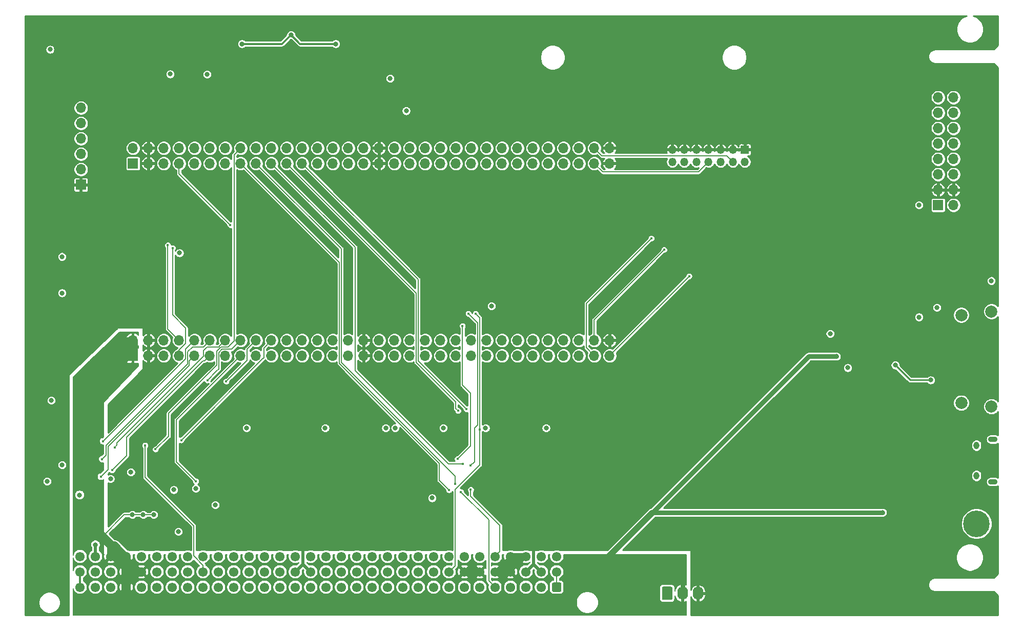
<source format=gbr>
G04 #@! TF.GenerationSoftware,KiCad,Pcbnew,5.1.9+dfsg1-1~bpo10+1*
G04 #@! TF.CreationDate,2023-04-04T12:39:48+02:00*
G04 #@! TF.ProjectId,nubus-to-ztex,6e756275-732d-4746-9f2d-7a7465782e6b,rev?*
G04 #@! TF.SameCoordinates,Original*
G04 #@! TF.FileFunction,Copper,L4,Bot*
G04 #@! TF.FilePolarity,Positive*
%FSLAX46Y46*%
G04 Gerber Fmt 4.6, Leading zero omitted, Abs format (unit mm)*
G04 Created by KiCad (PCBNEW 5.1.9+dfsg1-1~bpo10+1) date 2023-04-04 12:39:48*
%MOMM*%
%LPD*%
G01*
G04 APERTURE LIST*
G04 #@! TA.AperFunction,ComponentPad*
%ADD10C,4.400000*%
G04 #@! TD*
G04 #@! TA.AperFunction,ComponentPad*
%ADD11O,1.550000X0.890000*%
G04 #@! TD*
G04 #@! TA.AperFunction,ComponentPad*
%ADD12O,0.950000X1.250000*%
G04 #@! TD*
G04 #@! TA.AperFunction,ComponentPad*
%ADD13R,1.700000X1.700000*%
G04 #@! TD*
G04 #@! TA.AperFunction,ComponentPad*
%ADD14O,1.700000X1.700000*%
G04 #@! TD*
G04 #@! TA.AperFunction,ComponentPad*
%ADD15O,1.350000X1.350000*%
G04 #@! TD*
G04 #@! TA.AperFunction,ComponentPad*
%ADD16R,1.350000X1.350000*%
G04 #@! TD*
G04 #@! TA.AperFunction,ComponentPad*
%ADD17O,1.740000X2.200000*%
G04 #@! TD*
G04 #@! TA.AperFunction,ComponentPad*
%ADD18C,2.000000*%
G04 #@! TD*
G04 #@! TA.AperFunction,ComponentPad*
%ADD19C,1.550000*%
G04 #@! TD*
G04 #@! TA.AperFunction,ViaPad*
%ADD20C,0.800000*%
G04 #@! TD*
G04 #@! TA.AperFunction,ViaPad*
%ADD21C,0.450000*%
G04 #@! TD*
G04 #@! TA.AperFunction,Conductor*
%ADD22C,0.500000*%
G04 #@! TD*
G04 #@! TA.AperFunction,Conductor*
%ADD23C,0.152400*%
G04 #@! TD*
G04 #@! TA.AperFunction,Conductor*
%ADD24C,0.300000*%
G04 #@! TD*
G04 #@! TA.AperFunction,Conductor*
%ADD25C,1.200000*%
G04 #@! TD*
G04 #@! TA.AperFunction,Conductor*
%ADD26C,1.500000*%
G04 #@! TD*
G04 #@! TA.AperFunction,Conductor*
%ADD27C,0.800000*%
G04 #@! TD*
G04 #@! TA.AperFunction,Conductor*
%ADD28C,1.600000*%
G04 #@! TD*
G04 #@! TA.AperFunction,Conductor*
%ADD29C,1.000000*%
G04 #@! TD*
G04 #@! TA.AperFunction,Conductor*
%ADD30C,0.200000*%
G04 #@! TD*
G04 #@! TA.AperFunction,Conductor*
%ADD31C,0.250000*%
G04 #@! TD*
G04 #@! TA.AperFunction,Conductor*
%ADD32C,0.254000*%
G04 #@! TD*
G04 #@! TA.AperFunction,Conductor*
%ADD33C,0.100000*%
G04 #@! TD*
G04 APERTURE END LIST*
D10*
X269350000Y-89500000D03*
D11*
X272050000Y-75570000D03*
X272050000Y-82570000D03*
D12*
X269350000Y-76570000D03*
X269350000Y-81570000D03*
D13*
X130000000Y-30000000D03*
D14*
X130000000Y-27460000D03*
X132540000Y-30000000D03*
X132540000Y-27460000D03*
X135080000Y-30000000D03*
X135080000Y-27460000D03*
X137620000Y-30000000D03*
X137620000Y-27460000D03*
X140160000Y-30000000D03*
X140160000Y-27460000D03*
X142700000Y-30000000D03*
X142700000Y-27460000D03*
X145240000Y-30000000D03*
X145240000Y-27460000D03*
X147780000Y-30000000D03*
X147780000Y-27460000D03*
X150320000Y-30000000D03*
X150320000Y-27460000D03*
X152860000Y-30000000D03*
X152860000Y-27460000D03*
X155400000Y-30000000D03*
X155400000Y-27460000D03*
X157940000Y-30000000D03*
X157940000Y-27460000D03*
X160480000Y-30000000D03*
X160480000Y-27460000D03*
X163020000Y-30000000D03*
X163020000Y-27460000D03*
X165560000Y-30000000D03*
X165560000Y-27460000D03*
X168100000Y-30000000D03*
X168100000Y-27460000D03*
X170640000Y-30000000D03*
X170640000Y-27460000D03*
X173180000Y-30000000D03*
X173180000Y-27460000D03*
X175720000Y-30000000D03*
X175720000Y-27460000D03*
X178260000Y-30000000D03*
X178260000Y-27460000D03*
X180800000Y-30000000D03*
X180800000Y-27460000D03*
X183340000Y-30000000D03*
X183340000Y-27460000D03*
X185880000Y-30000000D03*
X185880000Y-27460000D03*
X188420000Y-30000000D03*
X188420000Y-27460000D03*
X190960000Y-30000000D03*
X190960000Y-27460000D03*
X193500000Y-30000000D03*
X193500000Y-27460000D03*
X196040000Y-30000000D03*
X196040000Y-27460000D03*
X198580000Y-30000000D03*
X198580000Y-27460000D03*
X201120000Y-30000000D03*
X201120000Y-27460000D03*
X203660000Y-30000000D03*
X203660000Y-27460000D03*
X206200000Y-30000000D03*
X206200000Y-27460000D03*
X208740000Y-30000000D03*
X208740000Y-27460000D03*
D13*
X130000000Y-61750000D03*
D14*
X130000000Y-59210000D03*
X132540000Y-61750000D03*
X132540000Y-59210000D03*
X135080000Y-61750000D03*
X135080000Y-59210000D03*
X137620000Y-61750000D03*
X137620000Y-59210000D03*
X140160000Y-61750000D03*
X140160000Y-59210000D03*
X142700000Y-61750000D03*
X142700000Y-59210000D03*
X145240000Y-61750000D03*
X145240000Y-59210000D03*
X147780000Y-61750000D03*
X147780000Y-59210000D03*
X150320000Y-61750000D03*
X150320000Y-59210000D03*
X152860000Y-61750000D03*
X152860000Y-59210000D03*
X155400000Y-61750000D03*
X155400000Y-59210000D03*
X157940000Y-61750000D03*
X157940000Y-59210000D03*
X160480000Y-61750000D03*
X160480000Y-59210000D03*
X163020000Y-61750000D03*
X163020000Y-59210000D03*
X165560000Y-61750000D03*
X165560000Y-59210000D03*
X168100000Y-61750000D03*
X168100000Y-59210000D03*
X170640000Y-61750000D03*
X170640000Y-59210000D03*
X173180000Y-61750000D03*
X173180000Y-59210000D03*
X175720000Y-61750000D03*
X175720000Y-59210000D03*
X178260000Y-61750000D03*
X178260000Y-59210000D03*
X180800000Y-61750000D03*
X180800000Y-59210000D03*
X183340000Y-61750000D03*
X183340000Y-59210000D03*
X185880000Y-61750000D03*
X185880000Y-59210000D03*
X188420000Y-61750000D03*
X188420000Y-59210000D03*
X190960000Y-61750000D03*
X190960000Y-59210000D03*
X193500000Y-61750000D03*
X193500000Y-59210000D03*
X196040000Y-61750000D03*
X196040000Y-59210000D03*
X198580000Y-61750000D03*
X198580000Y-59210000D03*
X201120000Y-61750000D03*
X201120000Y-59210000D03*
X203660000Y-61750000D03*
X203660000Y-59210000D03*
X206200000Y-61750000D03*
X206200000Y-59210000D03*
X208740000Y-61750000D03*
X208740000Y-59210000D03*
X265540000Y-19110000D03*
X263000000Y-19110000D03*
X265540000Y-21650000D03*
X263000000Y-21650000D03*
X265540000Y-24190000D03*
X263000000Y-24190000D03*
X265540000Y-26730000D03*
X263000000Y-26730000D03*
X265540000Y-29270000D03*
X263000000Y-29270000D03*
X265540000Y-31810000D03*
X263000000Y-31810000D03*
X265540000Y-34350000D03*
X263000000Y-34350000D03*
X265540000Y-36890000D03*
D13*
X263000000Y-36890000D03*
D15*
X219080000Y-29730000D03*
X219080000Y-27730000D03*
X221080000Y-29730000D03*
X221080000Y-27730000D03*
X223080000Y-29730000D03*
X223080000Y-27730000D03*
X225080000Y-29730000D03*
X225080000Y-27730000D03*
X227080000Y-29730000D03*
X227080000Y-27730000D03*
X229080000Y-29730000D03*
X229080000Y-27730000D03*
X231080000Y-29730000D03*
D16*
X231080000Y-27730000D03*
D13*
X121400000Y-33528000D03*
D14*
X121400000Y-30988000D03*
X121400000Y-28448000D03*
X121400000Y-25908000D03*
X121400000Y-23368000D03*
X121400000Y-20828000D03*
G04 #@! TA.AperFunction,ComponentPad*
G36*
G01*
X217390000Y-101850001D02*
X217390000Y-100149999D01*
G75*
G02*
X217639999Y-99900000I249999J0D01*
G01*
X218880001Y-99900000D01*
G75*
G02*
X219130000Y-100149999I0J-249999D01*
G01*
X219130000Y-101850001D01*
G75*
G02*
X218880001Y-102100000I-249999J0D01*
G01*
X217639999Y-102100000D01*
G75*
G02*
X217390000Y-101850001I0J249999D01*
G01*
G37*
G04 #@! TD.AperFunction*
D17*
X220800000Y-101000000D03*
X223340000Y-101000000D03*
D18*
X271800000Y-70150000D03*
X271800000Y-54450000D03*
X266850000Y-69550000D03*
X266850000Y-55050000D03*
G04 #@! TA.AperFunction,ComponentPad*
G36*
G01*
X200775000Y-99474998D02*
X200775000Y-100525002D01*
G75*
G02*
X200525002Y-100775000I-249998J0D01*
G01*
X199474998Y-100775000D01*
G75*
G02*
X199225000Y-100525002I0J249998D01*
G01*
X199225000Y-99474998D01*
G75*
G02*
X199474998Y-99225000I249998J0D01*
G01*
X200525002Y-99225000D01*
G75*
G02*
X200775000Y-99474998I0J-249998D01*
G01*
G37*
G04 #@! TD.AperFunction*
D19*
X197460000Y-100000000D03*
X194920000Y-100000000D03*
X192380000Y-100000000D03*
X189840000Y-100000000D03*
X187300000Y-100000000D03*
X184760000Y-100000000D03*
X182220000Y-100000000D03*
X179680000Y-100000000D03*
X177140000Y-100000000D03*
X174600000Y-100000000D03*
X172060000Y-100000000D03*
X169520000Y-100000000D03*
X166980000Y-100000000D03*
X164440000Y-100000000D03*
X161900000Y-100000000D03*
X159360000Y-100000000D03*
X156820000Y-100000000D03*
X154280000Y-100000000D03*
X151740000Y-100000000D03*
X149200000Y-100000000D03*
X146660000Y-100000000D03*
X144120000Y-100000000D03*
X141580000Y-100000000D03*
X139040000Y-100000000D03*
X136500000Y-100000000D03*
X133960000Y-100000000D03*
X131420000Y-100000000D03*
X128880000Y-100000000D03*
X126340000Y-100000000D03*
X123800000Y-100000000D03*
X121260000Y-100000000D03*
X200000000Y-97460000D03*
X197460000Y-97460000D03*
X194920000Y-97460000D03*
X192380000Y-97460000D03*
X189840000Y-97460000D03*
X187300000Y-97460000D03*
X184760000Y-97460000D03*
X182220000Y-97460000D03*
X179680000Y-97460000D03*
X177140000Y-97460000D03*
X174600000Y-97460000D03*
X172060000Y-97460000D03*
X169520000Y-97460000D03*
X166980000Y-97460000D03*
X164440000Y-97460000D03*
X161900000Y-97460000D03*
X159360000Y-97460000D03*
X156820000Y-97460000D03*
X154280000Y-97460000D03*
X151740000Y-97460000D03*
X149200000Y-97460000D03*
X146660000Y-97460000D03*
X144120000Y-97460000D03*
X141580000Y-97460000D03*
X139040000Y-97460000D03*
X136500000Y-97460000D03*
X133960000Y-97460000D03*
X131420000Y-97460000D03*
X128880000Y-97460000D03*
X126340000Y-97460000D03*
X123800000Y-97460000D03*
X121260000Y-97460000D03*
X200000000Y-94920000D03*
X197460000Y-94920000D03*
X194920000Y-94920000D03*
X192380000Y-94920000D03*
X189840000Y-94920000D03*
X187300000Y-94920000D03*
X184760000Y-94920000D03*
X182220000Y-94920000D03*
X179680000Y-94920000D03*
X177140000Y-94920000D03*
X174600000Y-94920000D03*
X172060000Y-94920000D03*
X169520000Y-94920000D03*
X166980000Y-94920000D03*
X164440000Y-94920000D03*
X161900000Y-94920000D03*
X159360000Y-94920000D03*
X156820000Y-94920000D03*
X154280000Y-94920000D03*
X151740000Y-94920000D03*
X149200000Y-94920000D03*
X146660000Y-94920000D03*
X144120000Y-94920000D03*
X141580000Y-94920000D03*
X139040000Y-94920000D03*
X136500000Y-94920000D03*
X133960000Y-94920000D03*
X131420000Y-94920000D03*
X128880000Y-94920000D03*
X126340000Y-94920000D03*
X123800000Y-94920000D03*
X121260000Y-94920000D03*
D20*
X155357500Y-78180000D03*
X267000000Y-51000000D03*
X222740000Y-36800000D03*
X234000000Y-34000000D03*
X174500000Y-71000000D03*
X194880000Y-35760000D03*
X208740000Y-50800000D03*
X215540000Y-27460000D03*
X116300000Y-16437500D03*
X268000000Y-58050000D03*
X149900000Y-71000000D03*
D21*
X145300000Y-90050000D03*
D20*
X189500000Y-71000000D03*
X186786371Y-50762953D03*
X118534670Y-98720000D03*
D21*
X115200000Y-90730000D03*
D20*
X152880000Y-42180000D03*
X181586371Y-48162953D03*
X268000000Y-65550000D03*
X187000000Y-83100000D03*
X183850000Y-73462500D03*
X256220000Y-61875000D03*
X135250000Y-70800000D03*
X139252400Y-47600000D03*
X268000000Y-61050000D03*
X140070000Y-71650000D03*
X168650000Y-91575000D03*
D21*
X145400000Y-88100000D03*
D20*
X163000000Y-71000000D03*
X158100000Y-92000000D03*
X207500000Y-71000000D03*
X132800000Y-79640000D03*
D21*
X131100000Y-77215000D03*
D20*
X252900000Y-82730000D03*
X264200000Y-67357500D03*
X194857500Y-79750000D03*
D21*
X115200000Y-87480000D03*
D20*
X176480000Y-33630000D03*
X140070000Y-65480000D03*
X181586371Y-53962953D03*
X236450000Y-82730000D03*
X145125000Y-50200000D03*
X256010000Y-88120000D03*
X148200000Y-86800000D03*
X117200000Y-84780000D03*
X179800000Y-92480000D03*
X123800000Y-93000000D03*
X115670000Y-40410000D03*
X190611371Y-50675453D03*
D21*
X168357500Y-79750000D03*
D20*
X228090000Y-60250000D03*
X168820000Y-45760000D03*
X168357500Y-78180000D03*
D21*
X139300000Y-87450000D03*
D20*
X255040000Y-53812500D03*
X246062500Y-59100000D03*
X255500000Y-58625000D03*
X179857500Y-79750000D03*
X127900000Y-72015000D03*
D21*
X115200000Y-89430000D03*
D20*
X267720000Y-77180000D03*
X196200000Y-92480000D03*
X244180000Y-99750000D03*
X137500000Y-89275000D03*
X259850000Y-35315000D03*
X259850000Y-14000000D03*
X234000000Y-14000000D03*
X125722000Y-33528000D03*
X228670000Y-36800000D03*
X143040000Y-68680000D03*
X268560000Y-51000000D03*
X267000000Y-49425000D03*
X156725000Y-81300000D03*
D21*
X155357500Y-79750000D03*
D20*
X169725000Y-81300000D03*
X123840134Y-42199866D03*
X175135000Y-19775000D03*
X267000000Y-46930000D03*
X167210000Y-18100000D03*
X158300000Y-8750000D03*
X143250000Y-10250000D03*
X168340000Y-7300000D03*
X223340000Y-97000000D03*
X258275000Y-51965000D03*
X265400000Y-76660000D03*
X263085000Y-80495000D03*
X198250000Y-75237500D03*
X171750000Y-75237500D03*
X142250000Y-16835293D03*
D21*
X221870000Y-48620000D03*
D20*
X161750000Y-73687500D03*
X172485673Y-15948535D03*
X188250000Y-73687500D03*
X136727523Y-83900000D03*
X137700000Y-44789641D03*
X248080000Y-63750000D03*
X126287500Y-82100000D03*
X115812500Y-82500000D03*
X148750000Y-73687500D03*
X140387500Y-83700000D03*
X118300000Y-79800000D03*
X143600000Y-86400000D03*
X245170000Y-58110000D03*
X137500000Y-90825000D03*
X116300000Y-11175000D03*
X116500000Y-69150000D03*
X173300000Y-73687500D03*
X118265134Y-45400000D03*
X121200000Y-84780000D03*
X181250000Y-73687500D03*
X118265134Y-51400000D03*
X136140000Y-15235293D03*
X189211371Y-53562953D03*
X129652500Y-81000000D03*
X179412661Y-85255497D03*
X259850000Y-36890000D03*
X175135000Y-21325000D03*
X156100000Y-8750000D03*
X163500000Y-10250000D03*
X148000000Y-10250000D03*
X262800000Y-53810000D03*
X259850000Y-55387500D03*
X198250000Y-73687500D03*
X171750000Y-73687500D03*
X142250000Y-15285293D03*
X253850000Y-87660000D03*
X246230000Y-61872500D03*
X131697842Y-88000000D03*
X129897842Y-88000000D03*
X133421568Y-88014972D03*
X188575000Y-102850000D03*
X220800000Y-97000000D03*
D21*
X184418601Y-56831399D03*
X183600000Y-78800000D03*
X184150000Y-84250000D03*
X186600000Y-54800000D03*
X187263411Y-73930000D03*
X185400000Y-54800000D03*
X185800000Y-83875000D03*
X185800000Y-79900000D03*
X137965000Y-75700000D03*
X132000000Y-76565000D03*
X136541399Y-43958601D03*
X135750000Y-43500000D03*
X146070000Y-40170000D03*
D20*
X271800000Y-49380000D03*
D21*
X217750000Y-44250000D03*
X215625000Y-42375000D03*
X133700000Y-77215000D03*
X145387500Y-66000000D03*
X140375000Y-82475000D03*
X142300000Y-65800000D03*
X125066330Y-75900000D03*
X126550000Y-80675000D03*
X124712500Y-81750000D03*
X126975000Y-76905000D03*
X124925000Y-78850000D03*
X182200161Y-83950161D03*
X183200000Y-82900000D03*
X184500000Y-79600000D03*
X185110000Y-70590000D03*
X183710000Y-70850000D03*
D20*
X261760000Y-65782500D03*
X255920000Y-63320000D03*
D22*
X158100000Y-96200000D02*
X158100000Y-92000000D01*
X159360000Y-97460000D02*
X158100000Y-96200000D01*
X156820000Y-97460000D02*
X158080000Y-96200000D01*
D23*
X158080000Y-96200000D02*
X158100000Y-96200000D01*
D22*
X194920000Y-97460000D02*
X196180000Y-96200000D01*
D23*
X196180000Y-96200000D02*
X196200000Y-96200000D01*
D22*
X123800000Y-94920000D02*
X123800000Y-93000000D01*
X196200000Y-96200000D02*
X196200000Y-92490000D01*
X197460000Y-97460000D02*
X196200000Y-96200000D01*
D23*
X208740000Y-61750000D02*
X221870000Y-48620000D01*
D24*
X157600000Y-10250000D02*
X156100000Y-8750000D01*
X154600000Y-10250000D02*
X156100000Y-8750000D01*
X148000000Y-10250000D02*
X154600000Y-10250000D01*
X163500000Y-10250000D02*
X157600000Y-10250000D01*
D25*
X189840000Y-97460000D02*
X192380000Y-97460000D01*
D26*
X128880000Y-100000000D02*
X128880000Y-101096015D01*
X128880000Y-101096015D02*
X130633985Y-102850000D01*
X130633985Y-102850000D02*
X132675000Y-102850000D01*
D22*
X184760000Y-97460000D02*
X183500000Y-98720000D01*
D25*
X187300000Y-97460000D02*
X184760000Y-97460000D01*
X192380000Y-94920000D02*
X192380000Y-97460000D01*
X194920000Y-94920000D02*
X192380000Y-94920000D01*
X130000000Y-61750000D02*
X128998000Y-61750000D01*
D26*
X123050000Y-89750000D02*
X124930000Y-91630000D01*
X123050000Y-67697600D02*
X123050000Y-89750000D01*
D27*
X246230000Y-61872500D02*
X241617500Y-61872500D01*
D25*
X126340000Y-94920000D02*
X126340000Y-93040000D01*
D26*
X126340000Y-93040000D02*
X124930000Y-91630000D01*
X127897927Y-62850000D02*
X123050000Y-67697600D01*
X128998000Y-61750000D02*
X127897927Y-62850000D01*
D28*
X130000000Y-61750000D02*
X130000000Y-59210000D01*
D29*
X128998000Y-61750000D02*
X128998000Y-59252000D01*
X129040000Y-59210000D02*
X130000000Y-59210000D01*
X128998000Y-59252000D02*
X129040000Y-59210000D01*
X200640000Y-102850000D02*
X205520000Y-97970000D01*
D23*
X183500000Y-102800000D02*
X183450000Y-102850000D01*
D22*
X183500000Y-98720000D02*
X183500000Y-102800000D01*
D29*
X193650000Y-102850000D02*
X200640000Y-102850000D01*
D22*
X193650000Y-98730000D02*
X192380000Y-97460000D01*
D23*
X131712814Y-88014972D02*
X131697842Y-88000000D01*
X133421568Y-88014972D02*
X131712814Y-88014972D01*
X131697842Y-88000000D02*
X129897842Y-88000000D01*
D26*
X128880000Y-97460000D02*
X131420000Y-97460000D01*
X128880000Y-97460000D02*
X128880000Y-100000000D01*
X128880000Y-94920000D02*
X128880000Y-97460000D01*
D22*
X193650000Y-102850000D02*
X193650000Y-98730000D01*
X187300000Y-97460000D02*
X186025000Y-98735000D01*
D23*
X186025000Y-102825000D02*
X186050000Y-102850000D01*
D22*
X186025000Y-98735000D02*
X186025000Y-102825000D01*
D26*
X183450000Y-102850000D02*
X186050000Y-102850000D01*
D22*
X189840000Y-97460000D02*
X191100000Y-98720000D01*
X191100000Y-98720000D02*
X191100000Y-102650000D01*
D23*
X191100000Y-102650000D02*
X191300000Y-102850000D01*
D26*
X191300000Y-102850000D02*
X193650000Y-102850000D01*
X186050000Y-102850000D02*
X188575000Y-102850000D01*
X188575000Y-102850000D02*
X191300000Y-102850000D01*
D22*
X132675000Y-98715000D02*
X132675000Y-102850000D01*
X131420000Y-97460000D02*
X132675000Y-98715000D01*
D26*
X183450000Y-102850000D02*
X132675000Y-102850000D01*
D25*
X126340000Y-94920000D02*
X128880000Y-94920000D01*
X127000000Y-93040000D02*
X126340000Y-93040000D01*
D23*
X127585000Y-93675000D02*
X127635000Y-93675000D01*
D25*
X127635000Y-93675000D02*
X127000000Y-93040000D01*
X126340000Y-94920000D02*
X127585000Y-93675000D01*
X128880000Y-94920000D02*
X127635000Y-93675000D01*
D26*
X188575000Y-102850000D02*
X188575000Y-102850000D01*
D23*
X215830000Y-87660000D02*
X215745000Y-87745000D01*
D27*
X253850000Y-87660000D02*
X215830000Y-87660000D01*
X241617500Y-61872500D02*
X215745000Y-87745000D01*
D23*
X206490000Y-97000000D02*
X206445000Y-97045000D01*
D29*
X215745000Y-87745000D02*
X206445000Y-97045000D01*
D27*
X220800000Y-97000000D02*
X206490000Y-97000000D01*
D29*
X206445000Y-97045000D02*
X205520000Y-97970000D01*
D27*
X220800000Y-101000000D02*
X220800000Y-97000000D01*
D30*
X128560000Y-88000000D02*
X124930000Y-91630000D01*
X129897842Y-88000000D02*
X128560000Y-88000000D01*
X200000000Y-100000000D02*
X200000000Y-97460000D01*
D23*
X184418601Y-56831399D02*
X184418601Y-66588601D01*
X183600000Y-78800000D02*
X185738601Y-76661399D01*
X185738601Y-76661399D02*
X185738601Y-67908601D01*
X185738601Y-67908601D02*
X184418601Y-66588601D01*
X188788799Y-88888799D02*
X184150000Y-84250000D01*
X189840000Y-100000000D02*
X188788799Y-98948799D01*
X188788799Y-98948799D02*
X188788799Y-88888799D01*
D24*
X121260000Y-97460000D02*
X121260000Y-100000000D01*
D23*
X182220000Y-97460000D02*
X183223601Y-96456399D01*
X187263411Y-79833791D02*
X187263411Y-73930000D01*
X183223601Y-83873601D02*
X187263411Y-79833791D01*
X187263411Y-55463411D02*
X186600000Y-54800000D01*
X187263411Y-73930000D02*
X187263411Y-55463411D01*
X183223601Y-96456399D02*
X183223601Y-83873601D01*
X190614999Y-89814999D02*
X185800000Y-85000000D01*
X190614999Y-94145001D02*
X190614999Y-89814999D01*
X189840000Y-94920000D02*
X190614999Y-94145001D01*
X185800000Y-85000000D02*
X185800000Y-83875000D01*
X186958601Y-56358601D02*
X185400000Y-54800000D01*
X185800000Y-79900000D02*
X186428601Y-79271399D01*
X186428601Y-79271399D02*
X186428601Y-73701399D01*
X186428601Y-73701399D02*
X186958601Y-73171399D01*
X186958601Y-73171399D02*
X186958601Y-56358601D01*
X152860000Y-59210000D02*
X151600000Y-60470000D01*
X151600000Y-62065000D02*
X151398601Y-62266399D01*
X151600000Y-60470000D02*
X151600000Y-62065000D01*
X137965000Y-75700000D02*
X151398601Y-62266399D01*
X140043601Y-94827586D02*
X140043601Y-89843601D01*
X141580000Y-96363985D02*
X140043601Y-94827586D01*
X141580000Y-97460000D02*
X141580000Y-96363985D01*
X132000000Y-81800000D02*
X132000000Y-76565000D01*
X140043601Y-89843601D02*
X132000000Y-81800000D01*
X137620000Y-61750000D02*
X137620000Y-60806330D01*
X137620000Y-60806330D02*
X138698601Y-59727729D01*
X138698601Y-59727729D02*
X138698601Y-57188601D01*
X136541399Y-55031399D02*
X136541399Y-43958601D01*
X138698601Y-57188601D02*
X136541399Y-55031399D01*
X135750000Y-57340000D02*
X135750000Y-43500000D01*
X137620000Y-59210000D02*
X135750000Y-57340000D01*
X146070000Y-40170000D02*
X138250000Y-32350000D01*
X137620000Y-31720000D02*
X138250000Y-32350000D01*
X137620000Y-30000000D02*
X137620000Y-31720000D01*
X206200000Y-30000000D02*
X207590000Y-31390000D01*
X223420000Y-31390000D02*
X225080000Y-29730000D01*
X207590000Y-31390000D02*
X223420000Y-31390000D01*
X206200000Y-55800000D02*
X217500000Y-44500000D01*
X206200000Y-59210000D02*
X206200000Y-55800000D01*
X217500000Y-44500000D02*
X217750000Y-44250000D01*
X206200000Y-61750000D02*
X204900000Y-60450000D01*
X204900000Y-53100000D02*
X205550000Y-52450000D01*
X204900000Y-60450000D02*
X204900000Y-53100000D01*
X215625000Y-42375000D02*
X205550000Y-52450000D01*
X229080000Y-29730000D02*
X228080000Y-28730000D01*
X207470000Y-28730000D02*
X206200000Y-27460000D01*
X228080000Y-28730000D02*
X207470000Y-28730000D01*
X146701399Y-28538601D02*
X147780000Y-27460000D01*
X146701399Y-59344931D02*
X146701399Y-28538601D01*
X145679741Y-60366589D02*
X146701399Y-59344931D01*
X144514477Y-60366589D02*
X145679741Y-60366589D01*
X135878601Y-75036399D02*
X135878601Y-71291069D01*
X135878601Y-71291069D02*
X143856589Y-63313081D01*
X143856589Y-61024477D02*
X144514477Y-60366589D01*
X133700000Y-77215000D02*
X135878601Y-75036399D01*
X143856589Y-63313081D02*
X143856589Y-61024477D01*
X148858601Y-62528899D02*
X148858601Y-60671399D01*
X149470001Y-60059999D02*
X150320000Y-59210000D01*
X148858601Y-60671399D02*
X149470001Y-60059999D01*
X145387500Y-66000000D02*
X148858601Y-62528899D01*
X140375000Y-82475000D02*
X137200000Y-79300000D01*
X137200000Y-72330000D02*
X147780000Y-61750000D01*
X137200000Y-79300000D02*
X137200000Y-72330000D01*
X144161399Y-63938601D02*
X143778601Y-64321399D01*
X147780000Y-59210000D02*
X146318601Y-60671399D01*
X143778601Y-64321399D02*
X142300000Y-65800000D01*
X144718601Y-60671399D02*
X144161399Y-61228601D01*
X146318601Y-60671399D02*
X144718601Y-60671399D01*
X144161399Y-61228601D02*
X144161399Y-63938601D01*
X138698601Y-60671399D02*
X140160000Y-59210000D01*
X138698601Y-62267729D02*
X125066330Y-75900000D01*
X138698601Y-60671399D02*
X138698601Y-62267729D01*
X128958411Y-75223759D02*
X128958411Y-78266589D01*
X141582171Y-62599999D02*
X128958411Y-75223759D01*
X141850001Y-62599999D02*
X141582171Y-62599999D01*
X142700000Y-61750000D02*
X141850001Y-62599999D01*
X128958411Y-78266589D02*
X126550000Y-80675000D01*
X126550000Y-80675000D02*
X126550000Y-80675000D01*
X140160000Y-61750000D02*
X139310001Y-62599999D01*
X125904810Y-80557690D02*
X124712500Y-81750000D01*
X139310001Y-63334669D02*
X125904810Y-76739860D01*
X139310001Y-62599999D02*
X139310001Y-63334669D01*
X125904810Y-76739860D02*
X125904810Y-80557690D01*
X144390001Y-60059999D02*
X145240000Y-59210000D01*
X141621399Y-60928601D02*
X142261399Y-60288601D01*
X144161399Y-60288601D02*
X144390001Y-60059999D01*
X141621399Y-61884931D02*
X141621399Y-60928601D01*
X142261399Y-60288601D02*
X144161399Y-60288601D01*
X126975000Y-76905000D02*
X127374999Y-76505001D01*
X127374999Y-76505001D02*
X127374999Y-76131331D01*
X127374999Y-76131331D02*
X141621399Y-61884931D01*
X139003411Y-61121589D02*
X139003411Y-63146589D01*
X139836399Y-60288601D02*
X139003411Y-61121589D01*
X141621399Y-60288601D02*
X139836399Y-60288601D01*
X142700000Y-59210000D02*
X141621399Y-60288601D01*
X139003411Y-63146589D02*
X125600000Y-76550000D01*
X125600000Y-76550000D02*
X125600000Y-76550000D01*
X125324999Y-78450001D02*
X124925000Y-78850000D01*
X125600000Y-78175000D02*
X125324999Y-78450001D01*
X125600000Y-76550000D02*
X125600000Y-78175000D01*
X180621399Y-82371399D02*
X182200161Y-83950161D01*
X147780000Y-30000000D02*
X164098601Y-46318601D01*
X180621399Y-79531399D02*
X180621399Y-82371399D01*
X164098601Y-46318601D02*
X164098601Y-63008601D01*
X164098601Y-63008601D02*
X180621399Y-79531399D01*
X151169999Y-30849999D02*
X150320000Y-30000000D01*
X183200000Y-82900000D02*
X183200000Y-81678934D01*
X183200000Y-81678934D02*
X164403411Y-62882345D01*
X164403411Y-62882345D02*
X164403411Y-44083411D01*
X164403411Y-44083411D02*
X151169999Y-30849999D01*
X153709999Y-30849999D02*
X152860000Y-30000000D01*
X166686201Y-43826201D02*
X153709999Y-30849999D01*
X166686201Y-64186979D02*
X166686201Y-43826201D01*
X182099222Y-79600000D02*
X166686201Y-64186979D01*
X184500000Y-79600000D02*
X182099222Y-79600000D01*
X158789999Y-30849999D02*
X157940000Y-30000000D01*
X177103411Y-49163411D02*
X158789999Y-30849999D01*
X177103411Y-62583411D02*
X177103411Y-49163411D01*
X185110000Y-70590000D02*
X177103411Y-62583411D01*
X176798601Y-51398601D02*
X155400000Y-30000000D01*
X176798601Y-62898601D02*
X176798601Y-51398601D01*
X183310001Y-69410001D02*
X176798601Y-62898601D01*
X183310001Y-70450001D02*
X183310001Y-69410001D01*
X183710000Y-70850000D02*
X183310001Y-70450001D01*
D31*
X258382500Y-65782500D02*
X261760000Y-65782500D01*
X255920000Y-63320000D02*
X258382500Y-65782500D01*
D32*
X267599312Y-5652004D02*
X267187101Y-5822747D01*
X266816121Y-6070628D01*
X266500628Y-6386121D01*
X266252747Y-6757101D01*
X266082004Y-7169312D01*
X265994960Y-7606913D01*
X265994960Y-8053087D01*
X266082004Y-8490688D01*
X266252747Y-8902899D01*
X266500628Y-9273879D01*
X266816121Y-9589372D01*
X267187101Y-9837253D01*
X267599312Y-10007996D01*
X268036913Y-10095040D01*
X268483087Y-10095040D01*
X268920688Y-10007996D01*
X269332899Y-9837253D01*
X269703879Y-9589372D01*
X270019372Y-9273879D01*
X270267253Y-8902899D01*
X270437996Y-8490688D01*
X270525040Y-8053087D01*
X270525040Y-7606913D01*
X270437996Y-7169312D01*
X270267253Y-6757101D01*
X270019372Y-6386121D01*
X269703879Y-6070628D01*
X269332899Y-5822747D01*
X268920688Y-5652004D01*
X268794984Y-5627000D01*
X272874000Y-5627000D01*
X272874001Y-10491117D01*
X272191119Y-11174000D01*
X262477601Y-11174000D01*
X262454816Y-11176244D01*
X262445726Y-11176244D01*
X262439394Y-11176910D01*
X262303630Y-11192139D01*
X262263213Y-11200730D01*
X262222665Y-11208758D01*
X262216583Y-11210641D01*
X262216582Y-11210641D01*
X262216579Y-11210642D01*
X262216577Y-11210643D01*
X262086362Y-11251950D01*
X262048378Y-11268229D01*
X262010161Y-11283981D01*
X262004566Y-11287007D01*
X262004563Y-11287008D01*
X262004560Y-11287010D01*
X261884842Y-11352826D01*
X261850701Y-11376202D01*
X261816318Y-11399046D01*
X261811422Y-11403097D01*
X261811410Y-11403105D01*
X261811401Y-11403114D01*
X261706758Y-11490920D01*
X261677851Y-11520438D01*
X261648515Y-11549570D01*
X261644496Y-11554499D01*
X261644491Y-11554504D01*
X261644487Y-11554509D01*
X261558887Y-11660975D01*
X261536260Y-11695552D01*
X261513146Y-11729819D01*
X261510157Y-11735441D01*
X261446863Y-11856510D01*
X261431375Y-11894842D01*
X261415363Y-11932933D01*
X261413523Y-11939029D01*
X261374951Y-12070087D01*
X261367201Y-12110711D01*
X261358897Y-12151168D01*
X261358277Y-12157497D01*
X261358275Y-12157506D01*
X261358275Y-12157514D01*
X261345894Y-12293558D01*
X261346182Y-12334848D01*
X261345893Y-12376214D01*
X261346515Y-12382551D01*
X261360795Y-12518419D01*
X261369108Y-12558917D01*
X261376850Y-12599505D01*
X261378687Y-12605586D01*
X261378689Y-12605597D01*
X261378693Y-12605607D01*
X261419090Y-12736106D01*
X261435105Y-12774206D01*
X261450587Y-12812524D01*
X261453576Y-12818146D01*
X261518554Y-12938320D01*
X261541664Y-12972582D01*
X261564294Y-13007165D01*
X261568317Y-13012097D01*
X261568320Y-13012101D01*
X261568324Y-13012105D01*
X261655401Y-13117364D01*
X261684733Y-13146493D01*
X261713645Y-13176017D01*
X261718540Y-13180065D01*
X261718549Y-13180074D01*
X261718559Y-13180080D01*
X261824422Y-13266420D01*
X261858817Y-13289272D01*
X261892947Y-13312642D01*
X261898548Y-13315670D01*
X262019173Y-13379807D01*
X262057408Y-13395566D01*
X262095368Y-13411837D01*
X262101447Y-13413718D01*
X262101454Y-13413721D01*
X262101462Y-13413723D01*
X262232235Y-13453206D01*
X262272775Y-13461234D01*
X262313207Y-13469828D01*
X262319533Y-13470492D01*
X262319536Y-13470493D01*
X262319539Y-13470493D01*
X262455504Y-13483824D01*
X262455507Y-13483824D01*
X262477601Y-13486000D01*
X272191119Y-13486000D01*
X272874001Y-14168883D01*
X272874001Y-53571621D01*
X272872693Y-53569664D01*
X272680336Y-53377307D01*
X272454149Y-53226174D01*
X272202823Y-53122071D01*
X271936017Y-53069000D01*
X271663983Y-53069000D01*
X271397177Y-53122071D01*
X271145851Y-53226174D01*
X270919664Y-53377307D01*
X270727307Y-53569664D01*
X270576174Y-53795851D01*
X270472071Y-54047177D01*
X270419000Y-54313983D01*
X270419000Y-54586017D01*
X270472071Y-54852823D01*
X270576174Y-55104149D01*
X270727307Y-55330336D01*
X270919664Y-55522693D01*
X271145851Y-55673826D01*
X271397177Y-55777929D01*
X271663983Y-55831000D01*
X271936017Y-55831000D01*
X272202823Y-55777929D01*
X272454149Y-55673826D01*
X272680336Y-55522693D01*
X272872693Y-55330336D01*
X272874001Y-55328379D01*
X272874000Y-69271621D01*
X272872693Y-69269664D01*
X272680336Y-69077307D01*
X272454149Y-68926174D01*
X272202823Y-68822071D01*
X271936017Y-68769000D01*
X271663983Y-68769000D01*
X271397177Y-68822071D01*
X271145851Y-68926174D01*
X270919664Y-69077307D01*
X270727307Y-69269664D01*
X270576174Y-69495851D01*
X270472071Y-69747177D01*
X270419000Y-70013983D01*
X270419000Y-70286017D01*
X270472071Y-70552823D01*
X270576174Y-70804149D01*
X270727307Y-71030336D01*
X270919664Y-71222693D01*
X271145851Y-71373826D01*
X271397177Y-71477929D01*
X271663983Y-71531000D01*
X271936017Y-71531000D01*
X272202823Y-71477929D01*
X272454149Y-71373826D01*
X272680336Y-71222693D01*
X272872693Y-71030336D01*
X272874000Y-71028379D01*
X272874000Y-74906867D01*
X272841121Y-74879884D01*
X272697626Y-74803184D01*
X272541924Y-74755952D01*
X272420572Y-74744000D01*
X271679428Y-74744000D01*
X271558076Y-74755952D01*
X271402374Y-74803184D01*
X271258879Y-74879884D01*
X271133104Y-74983104D01*
X271029884Y-75108879D01*
X270953184Y-75252374D01*
X270905952Y-75408076D01*
X270890004Y-75570000D01*
X270905952Y-75731924D01*
X270953184Y-75887626D01*
X271029884Y-76031121D01*
X271133104Y-76156896D01*
X271258879Y-76260116D01*
X271402374Y-76336816D01*
X271558076Y-76384048D01*
X271679428Y-76396000D01*
X272420572Y-76396000D01*
X272541924Y-76384048D01*
X272697626Y-76336816D01*
X272841121Y-76260116D01*
X272874000Y-76233133D01*
X272874000Y-81906867D01*
X272841121Y-81879884D01*
X272697626Y-81803184D01*
X272541924Y-81755952D01*
X272420572Y-81744000D01*
X271679428Y-81744000D01*
X271558076Y-81755952D01*
X271402374Y-81803184D01*
X271258879Y-81879884D01*
X271133104Y-81983104D01*
X271029884Y-82108879D01*
X270953184Y-82252374D01*
X270905952Y-82408076D01*
X270890004Y-82570000D01*
X270905952Y-82731924D01*
X270953184Y-82887626D01*
X271029884Y-83031121D01*
X271133104Y-83156896D01*
X271258879Y-83260116D01*
X271402374Y-83336816D01*
X271558076Y-83384048D01*
X271679428Y-83396000D01*
X272420572Y-83396000D01*
X272541924Y-83384048D01*
X272697626Y-83336816D01*
X272841121Y-83260116D01*
X272874000Y-83233133D01*
X272874000Y-97741118D01*
X272191119Y-98424000D01*
X262477601Y-98424000D01*
X262454816Y-98426244D01*
X262445726Y-98426244D01*
X262439394Y-98426910D01*
X262303630Y-98442139D01*
X262263213Y-98450730D01*
X262222665Y-98458758D01*
X262216583Y-98460641D01*
X262216582Y-98460641D01*
X262216579Y-98460642D01*
X262216577Y-98460643D01*
X262086362Y-98501950D01*
X262048378Y-98518229D01*
X262010161Y-98533981D01*
X262004566Y-98537007D01*
X262004563Y-98537008D01*
X262004560Y-98537010D01*
X261884842Y-98602826D01*
X261850701Y-98626202D01*
X261816318Y-98649046D01*
X261811422Y-98653097D01*
X261811410Y-98653105D01*
X261811401Y-98653114D01*
X261706758Y-98740920D01*
X261677851Y-98770438D01*
X261648515Y-98799570D01*
X261644496Y-98804499D01*
X261644491Y-98804504D01*
X261644487Y-98804509D01*
X261558887Y-98910975D01*
X261536260Y-98945552D01*
X261513146Y-98979819D01*
X261510157Y-98985441D01*
X261446863Y-99106510D01*
X261431375Y-99144842D01*
X261415363Y-99182933D01*
X261413523Y-99189029D01*
X261374951Y-99320087D01*
X261367201Y-99360711D01*
X261358897Y-99401168D01*
X261358277Y-99407497D01*
X261358275Y-99407506D01*
X261358275Y-99407514D01*
X261345894Y-99543558D01*
X261346182Y-99584848D01*
X261345893Y-99626214D01*
X261346515Y-99632551D01*
X261360795Y-99768419D01*
X261369108Y-99808917D01*
X261376850Y-99849505D01*
X261378687Y-99855586D01*
X261378689Y-99855597D01*
X261378693Y-99855607D01*
X261419090Y-99986106D01*
X261435105Y-100024206D01*
X261450587Y-100062524D01*
X261453576Y-100068146D01*
X261518554Y-100188320D01*
X261541664Y-100222582D01*
X261564294Y-100257165D01*
X261568317Y-100262097D01*
X261568320Y-100262101D01*
X261568324Y-100262105D01*
X261655401Y-100367364D01*
X261684733Y-100396493D01*
X261713645Y-100426017D01*
X261718540Y-100430065D01*
X261718549Y-100430074D01*
X261718559Y-100430080D01*
X261824422Y-100516420D01*
X261858817Y-100539272D01*
X261892947Y-100562642D01*
X261898548Y-100565670D01*
X262019173Y-100629807D01*
X262057408Y-100645566D01*
X262095368Y-100661837D01*
X262101447Y-100663718D01*
X262101454Y-100663721D01*
X262101462Y-100663723D01*
X262232235Y-100703206D01*
X262272775Y-100711234D01*
X262313207Y-100719828D01*
X262319533Y-100720492D01*
X262319536Y-100720493D01*
X262319539Y-100720493D01*
X262455504Y-100733824D01*
X262455507Y-100733824D01*
X262477601Y-100736000D01*
X272191119Y-100736000D01*
X272874001Y-101418883D01*
X272874000Y-104624000D01*
X222127000Y-104624000D01*
X222127000Y-101571308D01*
X222215084Y-101798548D01*
X222347617Y-102007084D01*
X222518287Y-102185757D01*
X222720535Y-102327701D01*
X222946589Y-102427461D01*
X223019875Y-102439348D01*
X223213000Y-102378751D01*
X223213000Y-101127000D01*
X223467000Y-101127000D01*
X223467000Y-102378751D01*
X223660125Y-102439348D01*
X223733411Y-102427461D01*
X223959465Y-102327701D01*
X224161713Y-102185757D01*
X224332383Y-102007084D01*
X224464916Y-101798548D01*
X224554219Y-101568163D01*
X224596860Y-101324783D01*
X224500963Y-101127000D01*
X223467000Y-101127000D01*
X223213000Y-101127000D01*
X223193000Y-101127000D01*
X223193000Y-100873000D01*
X223213000Y-100873000D01*
X223213000Y-99621249D01*
X223467000Y-99621249D01*
X223467000Y-100873000D01*
X224500963Y-100873000D01*
X224596860Y-100675217D01*
X224554219Y-100431837D01*
X224464916Y-100201452D01*
X224332383Y-99992916D01*
X224161713Y-99814243D01*
X223959465Y-99672299D01*
X223733411Y-99572539D01*
X223660125Y-99560652D01*
X223467000Y-99621249D01*
X223213000Y-99621249D01*
X223019875Y-99560652D01*
X222946589Y-99572539D01*
X222720535Y-99672299D01*
X222518287Y-99814243D01*
X222347617Y-99992916D01*
X222215084Y-100201452D01*
X222127000Y-100428692D01*
X222127000Y-94854463D01*
X265970080Y-94854463D01*
X265970080Y-95305537D01*
X266058080Y-95747945D01*
X266230699Y-96164684D01*
X266481303Y-96539739D01*
X266800261Y-96858697D01*
X267175316Y-97109301D01*
X267592055Y-97281920D01*
X268034463Y-97369920D01*
X268485537Y-97369920D01*
X268927945Y-97281920D01*
X269344684Y-97109301D01*
X269719739Y-96858697D01*
X270038697Y-96539739D01*
X270289301Y-96164684D01*
X270461920Y-95747945D01*
X270549920Y-95305537D01*
X270549920Y-94854463D01*
X270461920Y-94412055D01*
X270289301Y-93995316D01*
X270038697Y-93620261D01*
X269719739Y-93301303D01*
X269344684Y-93050699D01*
X268927945Y-92878080D01*
X268485537Y-92790080D01*
X268034463Y-92790080D01*
X267592055Y-92878080D01*
X267175316Y-93050699D01*
X266800261Y-93301303D01*
X266481303Y-93620261D01*
X266230699Y-93995316D01*
X266058080Y-94412055D01*
X265970080Y-94854463D01*
X222127000Y-94854463D01*
X222127000Y-94000000D01*
X222124560Y-93975224D01*
X222117333Y-93951399D01*
X222105597Y-93929443D01*
X222089803Y-93910197D01*
X222070557Y-93894403D01*
X222048601Y-93882667D01*
X222024776Y-93875440D01*
X222000000Y-93873000D01*
X210862921Y-93873000D01*
X215490127Y-89245794D01*
X266769000Y-89245794D01*
X266769000Y-89754206D01*
X266868187Y-90252850D01*
X267062748Y-90722562D01*
X267345207Y-91145291D01*
X267704709Y-91504793D01*
X268127438Y-91787252D01*
X268597150Y-91981813D01*
X269095794Y-92081000D01*
X269604206Y-92081000D01*
X270102850Y-91981813D01*
X270572562Y-91787252D01*
X270995291Y-91504793D01*
X271354793Y-91145291D01*
X271637252Y-90722562D01*
X271831813Y-90252850D01*
X271931000Y-89754206D01*
X271931000Y-89245794D01*
X271831813Y-88747150D01*
X271637252Y-88277438D01*
X271354793Y-87854709D01*
X270995291Y-87495207D01*
X270572562Y-87212748D01*
X270102850Y-87018187D01*
X269604206Y-86919000D01*
X269095794Y-86919000D01*
X268597150Y-87018187D01*
X268127438Y-87212748D01*
X267704709Y-87495207D01*
X267345207Y-87854709D01*
X267062748Y-88277438D01*
X266868187Y-88747150D01*
X266769000Y-89245794D01*
X215490127Y-89245794D01*
X216294922Y-88441000D01*
X253926922Y-88441000D01*
X253964742Y-88433477D01*
X254003103Y-88429699D01*
X254039987Y-88418510D01*
X254077809Y-88410987D01*
X254113438Y-88396229D01*
X254150322Y-88385040D01*
X254184315Y-88366870D01*
X254219942Y-88352113D01*
X254252006Y-88330689D01*
X254285999Y-88312519D01*
X254315794Y-88288067D01*
X254347859Y-88266642D01*
X254375127Y-88239374D01*
X254404922Y-88214922D01*
X254429374Y-88185127D01*
X254456642Y-88157859D01*
X254478067Y-88125794D01*
X254502519Y-88095999D01*
X254520689Y-88062006D01*
X254542113Y-88029942D01*
X254556870Y-87994315D01*
X254575040Y-87960322D01*
X254586229Y-87923438D01*
X254600987Y-87887809D01*
X254608510Y-87849987D01*
X254619699Y-87813103D01*
X254623477Y-87774743D01*
X254631000Y-87736922D01*
X254631000Y-87698360D01*
X254634778Y-87660000D01*
X254631000Y-87621640D01*
X254631000Y-87583078D01*
X254623477Y-87545257D01*
X254619699Y-87506897D01*
X254608510Y-87470013D01*
X254600987Y-87432191D01*
X254586229Y-87396562D01*
X254575040Y-87359678D01*
X254556870Y-87325685D01*
X254542113Y-87290058D01*
X254520689Y-87257994D01*
X254502519Y-87224001D01*
X254478067Y-87194206D01*
X254456642Y-87162141D01*
X254429374Y-87134873D01*
X254404922Y-87105078D01*
X254375127Y-87080626D01*
X254347859Y-87053358D01*
X254315794Y-87031933D01*
X254285999Y-87007481D01*
X254252006Y-86989311D01*
X254219942Y-86967887D01*
X254184315Y-86953130D01*
X254150322Y-86934960D01*
X254113438Y-86923771D01*
X254077809Y-86909013D01*
X254039987Y-86901490D01*
X254003103Y-86890301D01*
X253964742Y-86886523D01*
X253926922Y-86879000D01*
X217715500Y-86879000D01*
X223216544Y-81377956D01*
X268494000Y-81377956D01*
X268494000Y-81762045D01*
X268506386Y-81887805D01*
X268555333Y-82049162D01*
X268634819Y-82197869D01*
X268741788Y-82328212D01*
X268872132Y-82435181D01*
X269020839Y-82514667D01*
X269182196Y-82563614D01*
X269350000Y-82580141D01*
X269517805Y-82563614D01*
X269679162Y-82514667D01*
X269827869Y-82435181D01*
X269958212Y-82328212D01*
X270065181Y-82197869D01*
X270144667Y-82049162D01*
X270193614Y-81887804D01*
X270206000Y-81762044D01*
X270206000Y-81377955D01*
X270193614Y-81252195D01*
X270144667Y-81090838D01*
X270065181Y-80942131D01*
X269958212Y-80811788D01*
X269827868Y-80704819D01*
X269679161Y-80625333D01*
X269517804Y-80576386D01*
X269350000Y-80559859D01*
X269182195Y-80576386D01*
X269020838Y-80625333D01*
X268872131Y-80704819D01*
X268741788Y-80811788D01*
X268634819Y-80942132D01*
X268555333Y-81090839D01*
X268506386Y-81252196D01*
X268494000Y-81377956D01*
X223216544Y-81377956D01*
X228216544Y-76377956D01*
X268494000Y-76377956D01*
X268494000Y-76762045D01*
X268506386Y-76887805D01*
X268555333Y-77049162D01*
X268634819Y-77197869D01*
X268741788Y-77328212D01*
X268872132Y-77435181D01*
X269020839Y-77514667D01*
X269182196Y-77563614D01*
X269350000Y-77580141D01*
X269517805Y-77563614D01*
X269679162Y-77514667D01*
X269827869Y-77435181D01*
X269958212Y-77328212D01*
X270065181Y-77197869D01*
X270144667Y-77049162D01*
X270193614Y-76887804D01*
X270206000Y-76762044D01*
X270206000Y-76377955D01*
X270193614Y-76252195D01*
X270144667Y-76090838D01*
X270065181Y-75942131D01*
X269958212Y-75811788D01*
X269827868Y-75704819D01*
X269679161Y-75625333D01*
X269517804Y-75576386D01*
X269350000Y-75559859D01*
X269182195Y-75576386D01*
X269020838Y-75625333D01*
X268872131Y-75704819D01*
X268741788Y-75811788D01*
X268634819Y-75942132D01*
X268555333Y-76090839D01*
X268506386Y-76252196D01*
X268494000Y-76377956D01*
X228216544Y-76377956D01*
X235180517Y-69413983D01*
X265469000Y-69413983D01*
X265469000Y-69686017D01*
X265522071Y-69952823D01*
X265626174Y-70204149D01*
X265777307Y-70430336D01*
X265969664Y-70622693D01*
X266195851Y-70773826D01*
X266447177Y-70877929D01*
X266713983Y-70931000D01*
X266986017Y-70931000D01*
X267252823Y-70877929D01*
X267504149Y-70773826D01*
X267730336Y-70622693D01*
X267922693Y-70430336D01*
X268073826Y-70204149D01*
X268177929Y-69952823D01*
X268231000Y-69686017D01*
X268231000Y-69413983D01*
X268177929Y-69147177D01*
X268073826Y-68895851D01*
X267922693Y-68669664D01*
X267730336Y-68477307D01*
X267504149Y-68326174D01*
X267252823Y-68222071D01*
X266986017Y-68169000D01*
X266713983Y-68169000D01*
X266447177Y-68222071D01*
X266195851Y-68326174D01*
X265969664Y-68477307D01*
X265777307Y-68669664D01*
X265626174Y-68895851D01*
X265522071Y-69147177D01*
X265469000Y-69413983D01*
X235180517Y-69413983D01*
X240921422Y-63673078D01*
X247299000Y-63673078D01*
X247299000Y-63826922D01*
X247329013Y-63977809D01*
X247387887Y-64119942D01*
X247473358Y-64247859D01*
X247582141Y-64356642D01*
X247710058Y-64442113D01*
X247852191Y-64500987D01*
X248003078Y-64531000D01*
X248156922Y-64531000D01*
X248307809Y-64500987D01*
X248449942Y-64442113D01*
X248577859Y-64356642D01*
X248686642Y-64247859D01*
X248772113Y-64119942D01*
X248830987Y-63977809D01*
X248861000Y-63826922D01*
X248861000Y-63673078D01*
X248830987Y-63522191D01*
X248772113Y-63380058D01*
X248686642Y-63252141D01*
X248677579Y-63243078D01*
X255139000Y-63243078D01*
X255139000Y-63396922D01*
X255169013Y-63547809D01*
X255227887Y-63689942D01*
X255313358Y-63817859D01*
X255422141Y-63926642D01*
X255550058Y-64012113D01*
X255692191Y-64070987D01*
X255843078Y-64101000D01*
X255985409Y-64101000D01*
X258007128Y-66122720D01*
X258022973Y-66142027D01*
X258100021Y-66205259D01*
X258184818Y-66250584D01*
X258187925Y-66252245D01*
X258283307Y-66281178D01*
X258382500Y-66290948D01*
X258407354Y-66288500D01*
X261161499Y-66288500D01*
X261262141Y-66389142D01*
X261390058Y-66474613D01*
X261532191Y-66533487D01*
X261683078Y-66563500D01*
X261836922Y-66563500D01*
X261987809Y-66533487D01*
X262129942Y-66474613D01*
X262257859Y-66389142D01*
X262366642Y-66280359D01*
X262452113Y-66152442D01*
X262510987Y-66010309D01*
X262541000Y-65859422D01*
X262541000Y-65705578D01*
X262510987Y-65554691D01*
X262452113Y-65412558D01*
X262366642Y-65284641D01*
X262257859Y-65175858D01*
X262129942Y-65090387D01*
X261987809Y-65031513D01*
X261836922Y-65001500D01*
X261683078Y-65001500D01*
X261532191Y-65031513D01*
X261390058Y-65090387D01*
X261262141Y-65175858D01*
X261161499Y-65276500D01*
X258592092Y-65276500D01*
X256701000Y-63385409D01*
X256701000Y-63243078D01*
X256670987Y-63092191D01*
X256612113Y-62950058D01*
X256526642Y-62822141D01*
X256417859Y-62713358D01*
X256289942Y-62627887D01*
X256147809Y-62569013D01*
X255996922Y-62539000D01*
X255843078Y-62539000D01*
X255692191Y-62569013D01*
X255550058Y-62627887D01*
X255422141Y-62713358D01*
X255313358Y-62822141D01*
X255227887Y-62950058D01*
X255169013Y-63092191D01*
X255139000Y-63243078D01*
X248677579Y-63243078D01*
X248577859Y-63143358D01*
X248449942Y-63057887D01*
X248307809Y-62999013D01*
X248156922Y-62969000D01*
X248003078Y-62969000D01*
X247852191Y-62999013D01*
X247710058Y-63057887D01*
X247582141Y-63143358D01*
X247473358Y-63252141D01*
X247387887Y-63380058D01*
X247329013Y-63522191D01*
X247299000Y-63673078D01*
X240921422Y-63673078D01*
X241941001Y-62653500D01*
X246306922Y-62653500D01*
X246344742Y-62645977D01*
X246383103Y-62642199D01*
X246419987Y-62631010D01*
X246457809Y-62623487D01*
X246493438Y-62608729D01*
X246530322Y-62597540D01*
X246564315Y-62579370D01*
X246599942Y-62564613D01*
X246632006Y-62543189D01*
X246665999Y-62525019D01*
X246695794Y-62500567D01*
X246727859Y-62479142D01*
X246755127Y-62451874D01*
X246784922Y-62427422D01*
X246809374Y-62397627D01*
X246836642Y-62370359D01*
X246858067Y-62338294D01*
X246882519Y-62308499D01*
X246900689Y-62274506D01*
X246922113Y-62242442D01*
X246936870Y-62206815D01*
X246955040Y-62172822D01*
X246966229Y-62135938D01*
X246980987Y-62100309D01*
X246988510Y-62062487D01*
X246999699Y-62025603D01*
X247003477Y-61987243D01*
X247011000Y-61949422D01*
X247011000Y-61910860D01*
X247014778Y-61872500D01*
X247011000Y-61834140D01*
X247011000Y-61795578D01*
X247003477Y-61757757D01*
X246999699Y-61719397D01*
X246988510Y-61682513D01*
X246980987Y-61644691D01*
X246966229Y-61609062D01*
X246955040Y-61572178D01*
X246936870Y-61538185D01*
X246922113Y-61502558D01*
X246900689Y-61470494D01*
X246882519Y-61436501D01*
X246858067Y-61406706D01*
X246836642Y-61374641D01*
X246809374Y-61347373D01*
X246784922Y-61317578D01*
X246755127Y-61293126D01*
X246727859Y-61265858D01*
X246695794Y-61244433D01*
X246665999Y-61219981D01*
X246632006Y-61201811D01*
X246599942Y-61180387D01*
X246564315Y-61165630D01*
X246530322Y-61147460D01*
X246493438Y-61136271D01*
X246457809Y-61121513D01*
X246419987Y-61113990D01*
X246383103Y-61102801D01*
X246344742Y-61099023D01*
X246306922Y-61091500D01*
X241655848Y-61091500D01*
X241617499Y-61087723D01*
X241579150Y-61091500D01*
X241579140Y-61091500D01*
X241464397Y-61102801D01*
X241345149Y-61138975D01*
X241317178Y-61147460D01*
X241181500Y-61219981D01*
X241125742Y-61265741D01*
X241062578Y-61317578D01*
X241038126Y-61347373D01*
X215481082Y-86904418D01*
X215406225Y-86927126D01*
X215253174Y-87008932D01*
X215152637Y-87091441D01*
X208371079Y-93873000D01*
X200493092Y-93873000D01*
X200337193Y-93808425D01*
X200113856Y-93764000D01*
X199886144Y-93764000D01*
X199662807Y-93808425D01*
X199506908Y-93873000D01*
X197953092Y-93873000D01*
X197797193Y-93808425D01*
X197573856Y-93764000D01*
X197346144Y-93764000D01*
X197122807Y-93808425D01*
X196966908Y-93873000D01*
X195413092Y-93873000D01*
X195257193Y-93808425D01*
X195033856Y-93764000D01*
X194806144Y-93764000D01*
X194582807Y-93808425D01*
X194426908Y-93873000D01*
X192873092Y-93873000D01*
X192717193Y-93808425D01*
X192493856Y-93764000D01*
X192266144Y-93764000D01*
X192042807Y-93808425D01*
X191886908Y-93873000D01*
X191072199Y-93873000D01*
X191072199Y-89837449D01*
X191074410Y-89814999D01*
X191072199Y-89792549D01*
X191072199Y-89792539D01*
X191065584Y-89725372D01*
X191039440Y-89639190D01*
X190996986Y-89559763D01*
X190939852Y-89490146D01*
X190922407Y-89475829D01*
X186257200Y-84810623D01*
X186257200Y-84274813D01*
X186270711Y-84261302D01*
X186337030Y-84162049D01*
X186382712Y-84051764D01*
X186406000Y-83934686D01*
X186406000Y-83815314D01*
X186382712Y-83698236D01*
X186337030Y-83587951D01*
X186270711Y-83488698D01*
X186186302Y-83404289D01*
X186087049Y-83337970D01*
X185976764Y-83292288D01*
X185859686Y-83269000D01*
X185740314Y-83269000D01*
X185623236Y-83292288D01*
X185512951Y-83337970D01*
X185413698Y-83404289D01*
X185329289Y-83488698D01*
X185262970Y-83587951D01*
X185217288Y-83698236D01*
X185194000Y-83815314D01*
X185194000Y-83934686D01*
X185217288Y-84051764D01*
X185262970Y-84162049D01*
X185329289Y-84261302D01*
X185342801Y-84274814D01*
X185342800Y-84796223D01*
X184756000Y-84209423D01*
X184756000Y-84190314D01*
X184732712Y-84073236D01*
X184687030Y-83962951D01*
X184620711Y-83863698D01*
X184536302Y-83779289D01*
X184437049Y-83712970D01*
X184326764Y-83667288D01*
X184209686Y-83644000D01*
X184099779Y-83644000D01*
X187570820Y-80172960D01*
X187588264Y-80158644D01*
X187645398Y-80089027D01*
X187687852Y-80009600D01*
X187713996Y-79923418D01*
X187720611Y-79856251D01*
X187720611Y-79856242D01*
X187722822Y-79833792D01*
X187720611Y-79811342D01*
X187720611Y-74329813D01*
X187734122Y-74316302D01*
X187750215Y-74292216D01*
X187752141Y-74294142D01*
X187880058Y-74379613D01*
X188022191Y-74438487D01*
X188173078Y-74468500D01*
X188326922Y-74468500D01*
X188477809Y-74438487D01*
X188619942Y-74379613D01*
X188747859Y-74294142D01*
X188856642Y-74185359D01*
X188942113Y-74057442D01*
X189000987Y-73915309D01*
X189031000Y-73764422D01*
X189031000Y-73610578D01*
X197469000Y-73610578D01*
X197469000Y-73764422D01*
X197499013Y-73915309D01*
X197557887Y-74057442D01*
X197643358Y-74185359D01*
X197752141Y-74294142D01*
X197880058Y-74379613D01*
X198022191Y-74438487D01*
X198173078Y-74468500D01*
X198326922Y-74468500D01*
X198477809Y-74438487D01*
X198619942Y-74379613D01*
X198747859Y-74294142D01*
X198856642Y-74185359D01*
X198942113Y-74057442D01*
X199000987Y-73915309D01*
X199031000Y-73764422D01*
X199031000Y-73610578D01*
X199000987Y-73459691D01*
X198942113Y-73317558D01*
X198856642Y-73189641D01*
X198747859Y-73080858D01*
X198619942Y-72995387D01*
X198477809Y-72936513D01*
X198326922Y-72906500D01*
X198173078Y-72906500D01*
X198022191Y-72936513D01*
X197880058Y-72995387D01*
X197752141Y-73080858D01*
X197643358Y-73189641D01*
X197557887Y-73317558D01*
X197499013Y-73459691D01*
X197469000Y-73610578D01*
X189031000Y-73610578D01*
X189000987Y-73459691D01*
X188942113Y-73317558D01*
X188856642Y-73189641D01*
X188747859Y-73080858D01*
X188619942Y-72995387D01*
X188477809Y-72936513D01*
X188326922Y-72906500D01*
X188173078Y-72906500D01*
X188022191Y-72936513D01*
X187880058Y-72995387D01*
X187752141Y-73080858D01*
X187720611Y-73112388D01*
X187720611Y-62763194D01*
X187836903Y-62840898D01*
X188060931Y-62933693D01*
X188298757Y-62981000D01*
X188541243Y-62981000D01*
X188779069Y-62933693D01*
X189003097Y-62840898D01*
X189204717Y-62706180D01*
X189376180Y-62534717D01*
X189510898Y-62333097D01*
X189603693Y-62109069D01*
X189651000Y-61871243D01*
X189651000Y-61628757D01*
X189729000Y-61628757D01*
X189729000Y-61871243D01*
X189776307Y-62109069D01*
X189869102Y-62333097D01*
X190003820Y-62534717D01*
X190175283Y-62706180D01*
X190376903Y-62840898D01*
X190600931Y-62933693D01*
X190838757Y-62981000D01*
X191081243Y-62981000D01*
X191319069Y-62933693D01*
X191543097Y-62840898D01*
X191744717Y-62706180D01*
X191916180Y-62534717D01*
X192050898Y-62333097D01*
X192143693Y-62109069D01*
X192191000Y-61871243D01*
X192191000Y-61628757D01*
X192269000Y-61628757D01*
X192269000Y-61871243D01*
X192316307Y-62109069D01*
X192409102Y-62333097D01*
X192543820Y-62534717D01*
X192715283Y-62706180D01*
X192916903Y-62840898D01*
X193140931Y-62933693D01*
X193378757Y-62981000D01*
X193621243Y-62981000D01*
X193859069Y-62933693D01*
X194083097Y-62840898D01*
X194284717Y-62706180D01*
X194456180Y-62534717D01*
X194590898Y-62333097D01*
X194683693Y-62109069D01*
X194731000Y-61871243D01*
X194731000Y-61628757D01*
X194809000Y-61628757D01*
X194809000Y-61871243D01*
X194856307Y-62109069D01*
X194949102Y-62333097D01*
X195083820Y-62534717D01*
X195255283Y-62706180D01*
X195456903Y-62840898D01*
X195680931Y-62933693D01*
X195918757Y-62981000D01*
X196161243Y-62981000D01*
X196399069Y-62933693D01*
X196623097Y-62840898D01*
X196824717Y-62706180D01*
X196996180Y-62534717D01*
X197130898Y-62333097D01*
X197223693Y-62109069D01*
X197271000Y-61871243D01*
X197271000Y-61628757D01*
X197349000Y-61628757D01*
X197349000Y-61871243D01*
X197396307Y-62109069D01*
X197489102Y-62333097D01*
X197623820Y-62534717D01*
X197795283Y-62706180D01*
X197996903Y-62840898D01*
X198220931Y-62933693D01*
X198458757Y-62981000D01*
X198701243Y-62981000D01*
X198939069Y-62933693D01*
X199163097Y-62840898D01*
X199364717Y-62706180D01*
X199536180Y-62534717D01*
X199670898Y-62333097D01*
X199763693Y-62109069D01*
X199811000Y-61871243D01*
X199811000Y-61628757D01*
X199889000Y-61628757D01*
X199889000Y-61871243D01*
X199936307Y-62109069D01*
X200029102Y-62333097D01*
X200163820Y-62534717D01*
X200335283Y-62706180D01*
X200536903Y-62840898D01*
X200760931Y-62933693D01*
X200998757Y-62981000D01*
X201241243Y-62981000D01*
X201479069Y-62933693D01*
X201703097Y-62840898D01*
X201904717Y-62706180D01*
X202076180Y-62534717D01*
X202210898Y-62333097D01*
X202303693Y-62109069D01*
X202351000Y-61871243D01*
X202351000Y-61628757D01*
X202429000Y-61628757D01*
X202429000Y-61871243D01*
X202476307Y-62109069D01*
X202569102Y-62333097D01*
X202703820Y-62534717D01*
X202875283Y-62706180D01*
X203076903Y-62840898D01*
X203300931Y-62933693D01*
X203538757Y-62981000D01*
X203781243Y-62981000D01*
X204019069Y-62933693D01*
X204243097Y-62840898D01*
X204444717Y-62706180D01*
X204616180Y-62534717D01*
X204750898Y-62333097D01*
X204843693Y-62109069D01*
X204891000Y-61871243D01*
X204891000Y-61628757D01*
X204843693Y-61390931D01*
X204750898Y-61166903D01*
X204616180Y-60965283D01*
X204444717Y-60793820D01*
X204243097Y-60659102D01*
X204019069Y-60566307D01*
X203781243Y-60519000D01*
X203538757Y-60519000D01*
X203300931Y-60566307D01*
X203076903Y-60659102D01*
X202875283Y-60793820D01*
X202703820Y-60965283D01*
X202569102Y-61166903D01*
X202476307Y-61390931D01*
X202429000Y-61628757D01*
X202351000Y-61628757D01*
X202303693Y-61390931D01*
X202210898Y-61166903D01*
X202076180Y-60965283D01*
X201904717Y-60793820D01*
X201703097Y-60659102D01*
X201479069Y-60566307D01*
X201241243Y-60519000D01*
X200998757Y-60519000D01*
X200760931Y-60566307D01*
X200536903Y-60659102D01*
X200335283Y-60793820D01*
X200163820Y-60965283D01*
X200029102Y-61166903D01*
X199936307Y-61390931D01*
X199889000Y-61628757D01*
X199811000Y-61628757D01*
X199763693Y-61390931D01*
X199670898Y-61166903D01*
X199536180Y-60965283D01*
X199364717Y-60793820D01*
X199163097Y-60659102D01*
X198939069Y-60566307D01*
X198701243Y-60519000D01*
X198458757Y-60519000D01*
X198220931Y-60566307D01*
X197996903Y-60659102D01*
X197795283Y-60793820D01*
X197623820Y-60965283D01*
X197489102Y-61166903D01*
X197396307Y-61390931D01*
X197349000Y-61628757D01*
X197271000Y-61628757D01*
X197223693Y-61390931D01*
X197130898Y-61166903D01*
X196996180Y-60965283D01*
X196824717Y-60793820D01*
X196623097Y-60659102D01*
X196399069Y-60566307D01*
X196161243Y-60519000D01*
X195918757Y-60519000D01*
X195680931Y-60566307D01*
X195456903Y-60659102D01*
X195255283Y-60793820D01*
X195083820Y-60965283D01*
X194949102Y-61166903D01*
X194856307Y-61390931D01*
X194809000Y-61628757D01*
X194731000Y-61628757D01*
X194683693Y-61390931D01*
X194590898Y-61166903D01*
X194456180Y-60965283D01*
X194284717Y-60793820D01*
X194083097Y-60659102D01*
X193859069Y-60566307D01*
X193621243Y-60519000D01*
X193378757Y-60519000D01*
X193140931Y-60566307D01*
X192916903Y-60659102D01*
X192715283Y-60793820D01*
X192543820Y-60965283D01*
X192409102Y-61166903D01*
X192316307Y-61390931D01*
X192269000Y-61628757D01*
X192191000Y-61628757D01*
X192143693Y-61390931D01*
X192050898Y-61166903D01*
X191916180Y-60965283D01*
X191744717Y-60793820D01*
X191543097Y-60659102D01*
X191319069Y-60566307D01*
X191081243Y-60519000D01*
X190838757Y-60519000D01*
X190600931Y-60566307D01*
X190376903Y-60659102D01*
X190175283Y-60793820D01*
X190003820Y-60965283D01*
X189869102Y-61166903D01*
X189776307Y-61390931D01*
X189729000Y-61628757D01*
X189651000Y-61628757D01*
X189603693Y-61390931D01*
X189510898Y-61166903D01*
X189376180Y-60965283D01*
X189204717Y-60793820D01*
X189003097Y-60659102D01*
X188779069Y-60566307D01*
X188541243Y-60519000D01*
X188298757Y-60519000D01*
X188060931Y-60566307D01*
X187836903Y-60659102D01*
X187720611Y-60736806D01*
X187720611Y-60223194D01*
X187836903Y-60300898D01*
X188060931Y-60393693D01*
X188298757Y-60441000D01*
X188541243Y-60441000D01*
X188779069Y-60393693D01*
X189003097Y-60300898D01*
X189204717Y-60166180D01*
X189376180Y-59994717D01*
X189510898Y-59793097D01*
X189603693Y-59569069D01*
X189651000Y-59331243D01*
X189651000Y-59088757D01*
X189729000Y-59088757D01*
X189729000Y-59331243D01*
X189776307Y-59569069D01*
X189869102Y-59793097D01*
X190003820Y-59994717D01*
X190175283Y-60166180D01*
X190376903Y-60300898D01*
X190600931Y-60393693D01*
X190838757Y-60441000D01*
X191081243Y-60441000D01*
X191319069Y-60393693D01*
X191543097Y-60300898D01*
X191744717Y-60166180D01*
X191916180Y-59994717D01*
X192050898Y-59793097D01*
X192143693Y-59569069D01*
X192191000Y-59331243D01*
X192191000Y-59088757D01*
X192269000Y-59088757D01*
X192269000Y-59331243D01*
X192316307Y-59569069D01*
X192409102Y-59793097D01*
X192543820Y-59994717D01*
X192715283Y-60166180D01*
X192916903Y-60300898D01*
X193140931Y-60393693D01*
X193378757Y-60441000D01*
X193621243Y-60441000D01*
X193859069Y-60393693D01*
X194083097Y-60300898D01*
X194284717Y-60166180D01*
X194456180Y-59994717D01*
X194590898Y-59793097D01*
X194683693Y-59569069D01*
X194731000Y-59331243D01*
X194731000Y-59088757D01*
X194809000Y-59088757D01*
X194809000Y-59331243D01*
X194856307Y-59569069D01*
X194949102Y-59793097D01*
X195083820Y-59994717D01*
X195255283Y-60166180D01*
X195456903Y-60300898D01*
X195680931Y-60393693D01*
X195918757Y-60441000D01*
X196161243Y-60441000D01*
X196399069Y-60393693D01*
X196623097Y-60300898D01*
X196824717Y-60166180D01*
X196996180Y-59994717D01*
X197130898Y-59793097D01*
X197223693Y-59569069D01*
X197271000Y-59331243D01*
X197271000Y-59088757D01*
X197349000Y-59088757D01*
X197349000Y-59331243D01*
X197396307Y-59569069D01*
X197489102Y-59793097D01*
X197623820Y-59994717D01*
X197795283Y-60166180D01*
X197996903Y-60300898D01*
X198220931Y-60393693D01*
X198458757Y-60441000D01*
X198701243Y-60441000D01*
X198939069Y-60393693D01*
X199163097Y-60300898D01*
X199364717Y-60166180D01*
X199536180Y-59994717D01*
X199670898Y-59793097D01*
X199763693Y-59569069D01*
X199811000Y-59331243D01*
X199811000Y-59088757D01*
X199889000Y-59088757D01*
X199889000Y-59331243D01*
X199936307Y-59569069D01*
X200029102Y-59793097D01*
X200163820Y-59994717D01*
X200335283Y-60166180D01*
X200536903Y-60300898D01*
X200760931Y-60393693D01*
X200998757Y-60441000D01*
X201241243Y-60441000D01*
X201479069Y-60393693D01*
X201703097Y-60300898D01*
X201904717Y-60166180D01*
X202076180Y-59994717D01*
X202210898Y-59793097D01*
X202303693Y-59569069D01*
X202351000Y-59331243D01*
X202351000Y-59088757D01*
X202429000Y-59088757D01*
X202429000Y-59331243D01*
X202476307Y-59569069D01*
X202569102Y-59793097D01*
X202703820Y-59994717D01*
X202875283Y-60166180D01*
X203076903Y-60300898D01*
X203300931Y-60393693D01*
X203538757Y-60441000D01*
X203781243Y-60441000D01*
X204019069Y-60393693D01*
X204243097Y-60300898D01*
X204442800Y-60167461D01*
X204442800Y-60427550D01*
X204440589Y-60450000D01*
X204442800Y-60472450D01*
X204442800Y-60472459D01*
X204449415Y-60539626D01*
X204475559Y-60625808D01*
X204518013Y-60705235D01*
X204575147Y-60774853D01*
X204592597Y-60789174D01*
X205068455Y-61265033D01*
X205016307Y-61390931D01*
X204969000Y-61628757D01*
X204969000Y-61871243D01*
X205016307Y-62109069D01*
X205109102Y-62333097D01*
X205243820Y-62534717D01*
X205415283Y-62706180D01*
X205616903Y-62840898D01*
X205840931Y-62933693D01*
X206078757Y-62981000D01*
X206321243Y-62981000D01*
X206559069Y-62933693D01*
X206783097Y-62840898D01*
X206984717Y-62706180D01*
X207156180Y-62534717D01*
X207290898Y-62333097D01*
X207383693Y-62109069D01*
X207431000Y-61871243D01*
X207431000Y-61628757D01*
X207509000Y-61628757D01*
X207509000Y-61871243D01*
X207556307Y-62109069D01*
X207649102Y-62333097D01*
X207783820Y-62534717D01*
X207955283Y-62706180D01*
X208156903Y-62840898D01*
X208380931Y-62933693D01*
X208618757Y-62981000D01*
X208861243Y-62981000D01*
X209099069Y-62933693D01*
X209323097Y-62840898D01*
X209524717Y-62706180D01*
X209696180Y-62534717D01*
X209830898Y-62333097D01*
X209923693Y-62109069D01*
X209971000Y-61871243D01*
X209971000Y-61628757D01*
X209923693Y-61390931D01*
X209871544Y-61265033D01*
X213103499Y-58033078D01*
X244389000Y-58033078D01*
X244389000Y-58186922D01*
X244419013Y-58337809D01*
X244477887Y-58479942D01*
X244563358Y-58607859D01*
X244672141Y-58716642D01*
X244800058Y-58802113D01*
X244942191Y-58860987D01*
X245093078Y-58891000D01*
X245246922Y-58891000D01*
X245397809Y-58860987D01*
X245539942Y-58802113D01*
X245667859Y-58716642D01*
X245776642Y-58607859D01*
X245862113Y-58479942D01*
X245920987Y-58337809D01*
X245951000Y-58186922D01*
X245951000Y-58033078D01*
X245920987Y-57882191D01*
X245862113Y-57740058D01*
X245776642Y-57612141D01*
X245667859Y-57503358D01*
X245539942Y-57417887D01*
X245397809Y-57359013D01*
X245246922Y-57329000D01*
X245093078Y-57329000D01*
X244942191Y-57359013D01*
X244800058Y-57417887D01*
X244672141Y-57503358D01*
X244563358Y-57612141D01*
X244477887Y-57740058D01*
X244419013Y-57882191D01*
X244389000Y-58033078D01*
X213103499Y-58033078D01*
X215825999Y-55310578D01*
X259069000Y-55310578D01*
X259069000Y-55464422D01*
X259099013Y-55615309D01*
X259157887Y-55757442D01*
X259243358Y-55885359D01*
X259352141Y-55994142D01*
X259480058Y-56079613D01*
X259622191Y-56138487D01*
X259773078Y-56168500D01*
X259926922Y-56168500D01*
X260077809Y-56138487D01*
X260219942Y-56079613D01*
X260347859Y-55994142D01*
X260456642Y-55885359D01*
X260542113Y-55757442D01*
X260600987Y-55615309D01*
X260631000Y-55464422D01*
X260631000Y-55310578D01*
X260600987Y-55159691D01*
X260542113Y-55017558D01*
X260472907Y-54913983D01*
X265469000Y-54913983D01*
X265469000Y-55186017D01*
X265522071Y-55452823D01*
X265626174Y-55704149D01*
X265777307Y-55930336D01*
X265969664Y-56122693D01*
X266195851Y-56273826D01*
X266447177Y-56377929D01*
X266713983Y-56431000D01*
X266986017Y-56431000D01*
X267252823Y-56377929D01*
X267504149Y-56273826D01*
X267730336Y-56122693D01*
X267922693Y-55930336D01*
X268073826Y-55704149D01*
X268177929Y-55452823D01*
X268231000Y-55186017D01*
X268231000Y-54913983D01*
X268177929Y-54647177D01*
X268073826Y-54395851D01*
X267922693Y-54169664D01*
X267730336Y-53977307D01*
X267504149Y-53826174D01*
X267252823Y-53722071D01*
X266986017Y-53669000D01*
X266713983Y-53669000D01*
X266447177Y-53722071D01*
X266195851Y-53826174D01*
X265969664Y-53977307D01*
X265777307Y-54169664D01*
X265626174Y-54395851D01*
X265522071Y-54647177D01*
X265469000Y-54913983D01*
X260472907Y-54913983D01*
X260456642Y-54889641D01*
X260347859Y-54780858D01*
X260219942Y-54695387D01*
X260077809Y-54636513D01*
X259926922Y-54606500D01*
X259773078Y-54606500D01*
X259622191Y-54636513D01*
X259480058Y-54695387D01*
X259352141Y-54780858D01*
X259243358Y-54889641D01*
X259157887Y-55017558D01*
X259099013Y-55159691D01*
X259069000Y-55310578D01*
X215825999Y-55310578D01*
X217403499Y-53733078D01*
X262019000Y-53733078D01*
X262019000Y-53886922D01*
X262049013Y-54037809D01*
X262107887Y-54179942D01*
X262193358Y-54307859D01*
X262302141Y-54416642D01*
X262430058Y-54502113D01*
X262572191Y-54560987D01*
X262723078Y-54591000D01*
X262876922Y-54591000D01*
X263027809Y-54560987D01*
X263169942Y-54502113D01*
X263297859Y-54416642D01*
X263406642Y-54307859D01*
X263492113Y-54179942D01*
X263550987Y-54037809D01*
X263581000Y-53886922D01*
X263581000Y-53733078D01*
X263550987Y-53582191D01*
X263492113Y-53440058D01*
X263406642Y-53312141D01*
X263297859Y-53203358D01*
X263169942Y-53117887D01*
X263027809Y-53059013D01*
X262876922Y-53029000D01*
X262723078Y-53029000D01*
X262572191Y-53059013D01*
X262430058Y-53117887D01*
X262302141Y-53203358D01*
X262193358Y-53312141D01*
X262107887Y-53440058D01*
X262049013Y-53582191D01*
X262019000Y-53733078D01*
X217403499Y-53733078D01*
X221833499Y-49303078D01*
X271019000Y-49303078D01*
X271019000Y-49456922D01*
X271049013Y-49607809D01*
X271107887Y-49749942D01*
X271193358Y-49877859D01*
X271302141Y-49986642D01*
X271430058Y-50072113D01*
X271572191Y-50130987D01*
X271723078Y-50161000D01*
X271876922Y-50161000D01*
X272027809Y-50130987D01*
X272169942Y-50072113D01*
X272297859Y-49986642D01*
X272406642Y-49877859D01*
X272492113Y-49749942D01*
X272550987Y-49607809D01*
X272581000Y-49456922D01*
X272581000Y-49303078D01*
X272550987Y-49152191D01*
X272492113Y-49010058D01*
X272406642Y-48882141D01*
X272297859Y-48773358D01*
X272169942Y-48687887D01*
X272027809Y-48629013D01*
X271876922Y-48599000D01*
X271723078Y-48599000D01*
X271572191Y-48629013D01*
X271430058Y-48687887D01*
X271302141Y-48773358D01*
X271193358Y-48882141D01*
X271107887Y-49010058D01*
X271049013Y-49152191D01*
X271019000Y-49303078D01*
X221833499Y-49303078D01*
X221910578Y-49226000D01*
X221929686Y-49226000D01*
X222046764Y-49202712D01*
X222157049Y-49157030D01*
X222256302Y-49090711D01*
X222340711Y-49006302D01*
X222407030Y-48907049D01*
X222452712Y-48796764D01*
X222476000Y-48679686D01*
X222476000Y-48560314D01*
X222452712Y-48443236D01*
X222407030Y-48332951D01*
X222340711Y-48233698D01*
X222256302Y-48149289D01*
X222157049Y-48082970D01*
X222046764Y-48037288D01*
X221929686Y-48014000D01*
X221810314Y-48014000D01*
X221693236Y-48037288D01*
X221582951Y-48082970D01*
X221483698Y-48149289D01*
X221399289Y-48233698D01*
X221332970Y-48332951D01*
X221287288Y-48443236D01*
X221264000Y-48560314D01*
X221264000Y-48579422D01*
X209224967Y-60618456D01*
X209099069Y-60566307D01*
X208861243Y-60519000D01*
X208618757Y-60519000D01*
X208380931Y-60566307D01*
X208156903Y-60659102D01*
X207955283Y-60793820D01*
X207783820Y-60965283D01*
X207649102Y-61166903D01*
X207556307Y-61390931D01*
X207509000Y-61628757D01*
X207431000Y-61628757D01*
X207383693Y-61390931D01*
X207290898Y-61166903D01*
X207156180Y-60965283D01*
X206984717Y-60793820D01*
X206783097Y-60659102D01*
X206559069Y-60566307D01*
X206321243Y-60519000D01*
X206078757Y-60519000D01*
X205840931Y-60566307D01*
X205715033Y-60618455D01*
X205357200Y-60260623D01*
X205357200Y-60108097D01*
X205415283Y-60166180D01*
X205616903Y-60300898D01*
X205840931Y-60393693D01*
X206078757Y-60441000D01*
X206321243Y-60441000D01*
X206559069Y-60393693D01*
X206783097Y-60300898D01*
X206984717Y-60166180D01*
X207156180Y-59994717D01*
X207290898Y-59793097D01*
X207383693Y-59569069D01*
X207392064Y-59526981D01*
X207550505Y-59526981D01*
X207635201Y-59752949D01*
X207762353Y-59958052D01*
X207927076Y-60134408D01*
X208123039Y-60275239D01*
X208342712Y-60375134D01*
X208423020Y-60399489D01*
X208613000Y-60338627D01*
X208613000Y-59337000D01*
X208867000Y-59337000D01*
X208867000Y-60338627D01*
X209056980Y-60399489D01*
X209137288Y-60375134D01*
X209356961Y-60275239D01*
X209552924Y-60134408D01*
X209717647Y-59958052D01*
X209844799Y-59752949D01*
X209929495Y-59526981D01*
X209869187Y-59337000D01*
X208867000Y-59337000D01*
X208613000Y-59337000D01*
X207610813Y-59337000D01*
X207550505Y-59526981D01*
X207392064Y-59526981D01*
X207431000Y-59331243D01*
X207431000Y-59088757D01*
X207392065Y-58893019D01*
X207550505Y-58893019D01*
X207610813Y-59083000D01*
X208613000Y-59083000D01*
X208613000Y-58081373D01*
X208867000Y-58081373D01*
X208867000Y-59083000D01*
X209869187Y-59083000D01*
X209929495Y-58893019D01*
X209844799Y-58667051D01*
X209717647Y-58461948D01*
X209552924Y-58285592D01*
X209356961Y-58144761D01*
X209137288Y-58044866D01*
X209056980Y-58020511D01*
X208867000Y-58081373D01*
X208613000Y-58081373D01*
X208423020Y-58020511D01*
X208342712Y-58044866D01*
X208123039Y-58144761D01*
X207927076Y-58285592D01*
X207762353Y-58461948D01*
X207635201Y-58667051D01*
X207550505Y-58893019D01*
X207392065Y-58893019D01*
X207383693Y-58850931D01*
X207290898Y-58626903D01*
X207156180Y-58425283D01*
X206984717Y-58253820D01*
X206783097Y-58119102D01*
X206657200Y-58066954D01*
X206657200Y-55989377D01*
X217790578Y-44856000D01*
X217809686Y-44856000D01*
X217926764Y-44832712D01*
X218037049Y-44787030D01*
X218136302Y-44720711D01*
X218220711Y-44636302D01*
X218287030Y-44537049D01*
X218332712Y-44426764D01*
X218356000Y-44309686D01*
X218356000Y-44190314D01*
X218332712Y-44073236D01*
X218287030Y-43962951D01*
X218220711Y-43863698D01*
X218136302Y-43779289D01*
X218037049Y-43712970D01*
X217926764Y-43667288D01*
X217809686Y-43644000D01*
X217690314Y-43644000D01*
X217573236Y-43667288D01*
X217462951Y-43712970D01*
X217363698Y-43779289D01*
X217279289Y-43863698D01*
X217212970Y-43962951D01*
X217167288Y-44073236D01*
X217144000Y-44190314D01*
X217144000Y-44209422D01*
X205892593Y-55460830D01*
X205875148Y-55475147D01*
X205860831Y-55492592D01*
X205860830Y-55492593D01*
X205818013Y-55544765D01*
X205775560Y-55624191D01*
X205749416Y-55710374D01*
X205740589Y-55800000D01*
X205742801Y-55822460D01*
X205742800Y-58066954D01*
X205616903Y-58119102D01*
X205415283Y-58253820D01*
X205357200Y-58311903D01*
X205357200Y-53289377D01*
X205889170Y-52757408D01*
X205889175Y-52757402D01*
X215665579Y-42981000D01*
X215684686Y-42981000D01*
X215801764Y-42957712D01*
X215912049Y-42912030D01*
X216011302Y-42845711D01*
X216095711Y-42761302D01*
X216162030Y-42662049D01*
X216207712Y-42551764D01*
X216231000Y-42434686D01*
X216231000Y-42315314D01*
X216207712Y-42198236D01*
X216162030Y-42087951D01*
X216095711Y-41988698D01*
X216011302Y-41904289D01*
X215912049Y-41837970D01*
X215801764Y-41792288D01*
X215684686Y-41769000D01*
X215565314Y-41769000D01*
X215448236Y-41792288D01*
X215337951Y-41837970D01*
X215238698Y-41904289D01*
X215154289Y-41988698D01*
X215087970Y-42087951D01*
X215042288Y-42198236D01*
X215019000Y-42315314D01*
X215019000Y-42334421D01*
X205242598Y-52110825D01*
X205242592Y-52110830D01*
X204592592Y-52760831D01*
X204575148Y-52775147D01*
X204560831Y-52792592D01*
X204560830Y-52792593D01*
X204518013Y-52844765D01*
X204475560Y-52924191D01*
X204449416Y-53010374D01*
X204440589Y-53100000D01*
X204442801Y-53122460D01*
X204442800Y-58252539D01*
X204243097Y-58119102D01*
X204019069Y-58026307D01*
X203781243Y-57979000D01*
X203538757Y-57979000D01*
X203300931Y-58026307D01*
X203076903Y-58119102D01*
X202875283Y-58253820D01*
X202703820Y-58425283D01*
X202569102Y-58626903D01*
X202476307Y-58850931D01*
X202429000Y-59088757D01*
X202351000Y-59088757D01*
X202303693Y-58850931D01*
X202210898Y-58626903D01*
X202076180Y-58425283D01*
X201904717Y-58253820D01*
X201703097Y-58119102D01*
X201479069Y-58026307D01*
X201241243Y-57979000D01*
X200998757Y-57979000D01*
X200760931Y-58026307D01*
X200536903Y-58119102D01*
X200335283Y-58253820D01*
X200163820Y-58425283D01*
X200029102Y-58626903D01*
X199936307Y-58850931D01*
X199889000Y-59088757D01*
X199811000Y-59088757D01*
X199763693Y-58850931D01*
X199670898Y-58626903D01*
X199536180Y-58425283D01*
X199364717Y-58253820D01*
X199163097Y-58119102D01*
X198939069Y-58026307D01*
X198701243Y-57979000D01*
X198458757Y-57979000D01*
X198220931Y-58026307D01*
X197996903Y-58119102D01*
X197795283Y-58253820D01*
X197623820Y-58425283D01*
X197489102Y-58626903D01*
X197396307Y-58850931D01*
X197349000Y-59088757D01*
X197271000Y-59088757D01*
X197223693Y-58850931D01*
X197130898Y-58626903D01*
X196996180Y-58425283D01*
X196824717Y-58253820D01*
X196623097Y-58119102D01*
X196399069Y-58026307D01*
X196161243Y-57979000D01*
X195918757Y-57979000D01*
X195680931Y-58026307D01*
X195456903Y-58119102D01*
X195255283Y-58253820D01*
X195083820Y-58425283D01*
X194949102Y-58626903D01*
X194856307Y-58850931D01*
X194809000Y-59088757D01*
X194731000Y-59088757D01*
X194683693Y-58850931D01*
X194590898Y-58626903D01*
X194456180Y-58425283D01*
X194284717Y-58253820D01*
X194083097Y-58119102D01*
X193859069Y-58026307D01*
X193621243Y-57979000D01*
X193378757Y-57979000D01*
X193140931Y-58026307D01*
X192916903Y-58119102D01*
X192715283Y-58253820D01*
X192543820Y-58425283D01*
X192409102Y-58626903D01*
X192316307Y-58850931D01*
X192269000Y-59088757D01*
X192191000Y-59088757D01*
X192143693Y-58850931D01*
X192050898Y-58626903D01*
X191916180Y-58425283D01*
X191744717Y-58253820D01*
X191543097Y-58119102D01*
X191319069Y-58026307D01*
X191081243Y-57979000D01*
X190838757Y-57979000D01*
X190600931Y-58026307D01*
X190376903Y-58119102D01*
X190175283Y-58253820D01*
X190003820Y-58425283D01*
X189869102Y-58626903D01*
X189776307Y-58850931D01*
X189729000Y-59088757D01*
X189651000Y-59088757D01*
X189603693Y-58850931D01*
X189510898Y-58626903D01*
X189376180Y-58425283D01*
X189204717Y-58253820D01*
X189003097Y-58119102D01*
X188779069Y-58026307D01*
X188541243Y-57979000D01*
X188298757Y-57979000D01*
X188060931Y-58026307D01*
X187836903Y-58119102D01*
X187720611Y-58196806D01*
X187720611Y-55485861D01*
X187722822Y-55463411D01*
X187720611Y-55440961D01*
X187720611Y-55440951D01*
X187713996Y-55373784D01*
X187687852Y-55287602D01*
X187645398Y-55208175D01*
X187588264Y-55138558D01*
X187570819Y-55124241D01*
X187206000Y-54759423D01*
X187206000Y-54740314D01*
X187182712Y-54623236D01*
X187137030Y-54512951D01*
X187070711Y-54413698D01*
X186986302Y-54329289D01*
X186887049Y-54262970D01*
X186776764Y-54217288D01*
X186659686Y-54194000D01*
X186540314Y-54194000D01*
X186423236Y-54217288D01*
X186312951Y-54262970D01*
X186213698Y-54329289D01*
X186129289Y-54413698D01*
X186062970Y-54512951D01*
X186017288Y-54623236D01*
X186000000Y-54710150D01*
X185982712Y-54623236D01*
X185937030Y-54512951D01*
X185870711Y-54413698D01*
X185786302Y-54329289D01*
X185687049Y-54262970D01*
X185576764Y-54217288D01*
X185459686Y-54194000D01*
X185340314Y-54194000D01*
X185223236Y-54217288D01*
X185112951Y-54262970D01*
X185013698Y-54329289D01*
X184929289Y-54413698D01*
X184862970Y-54512951D01*
X184817288Y-54623236D01*
X184794000Y-54740314D01*
X184794000Y-54859686D01*
X184817288Y-54976764D01*
X184862970Y-55087049D01*
X184929289Y-55186302D01*
X185013698Y-55270711D01*
X185112951Y-55337030D01*
X185223236Y-55382712D01*
X185340314Y-55406000D01*
X185359423Y-55406000D01*
X186501402Y-56547981D01*
X186501402Y-58144696D01*
X186463097Y-58119102D01*
X186239069Y-58026307D01*
X186001243Y-57979000D01*
X185758757Y-57979000D01*
X185520931Y-58026307D01*
X185296903Y-58119102D01*
X185095283Y-58253820D01*
X184923820Y-58425283D01*
X184875801Y-58497149D01*
X184875801Y-57231212D01*
X184889312Y-57217701D01*
X184955631Y-57118448D01*
X185001313Y-57008163D01*
X185024601Y-56891085D01*
X185024601Y-56771713D01*
X185001313Y-56654635D01*
X184955631Y-56544350D01*
X184889312Y-56445097D01*
X184804903Y-56360688D01*
X184705650Y-56294369D01*
X184595365Y-56248687D01*
X184478287Y-56225399D01*
X184358915Y-56225399D01*
X184241837Y-56248687D01*
X184131552Y-56294369D01*
X184032299Y-56360688D01*
X183947890Y-56445097D01*
X183881571Y-56544350D01*
X183835889Y-56654635D01*
X183812601Y-56771713D01*
X183812601Y-56891085D01*
X183835889Y-57008163D01*
X183881571Y-57118448D01*
X183947890Y-57217701D01*
X183961401Y-57231212D01*
X183961401Y-58144696D01*
X183923097Y-58119102D01*
X183699069Y-58026307D01*
X183461243Y-57979000D01*
X183218757Y-57979000D01*
X182980931Y-58026307D01*
X182756903Y-58119102D01*
X182555283Y-58253820D01*
X182383820Y-58425283D01*
X182249102Y-58626903D01*
X182156307Y-58850931D01*
X182109000Y-59088757D01*
X182109000Y-59331243D01*
X182156307Y-59569069D01*
X182249102Y-59793097D01*
X182383820Y-59994717D01*
X182555283Y-60166180D01*
X182756903Y-60300898D01*
X182980931Y-60393693D01*
X183218757Y-60441000D01*
X183461243Y-60441000D01*
X183699069Y-60393693D01*
X183923097Y-60300898D01*
X183961401Y-60275304D01*
X183961401Y-60684696D01*
X183923097Y-60659102D01*
X183699069Y-60566307D01*
X183461243Y-60519000D01*
X183218757Y-60519000D01*
X182980931Y-60566307D01*
X182756903Y-60659102D01*
X182555283Y-60793820D01*
X182383820Y-60965283D01*
X182249102Y-61166903D01*
X182156307Y-61390931D01*
X182109000Y-61628757D01*
X182109000Y-61871243D01*
X182156307Y-62109069D01*
X182249102Y-62333097D01*
X182383820Y-62534717D01*
X182555283Y-62706180D01*
X182756903Y-62840898D01*
X182980931Y-62933693D01*
X183218757Y-62981000D01*
X183461243Y-62981000D01*
X183699069Y-62933693D01*
X183923097Y-62840898D01*
X183961402Y-62815304D01*
X183961402Y-66566141D01*
X183959190Y-66588601D01*
X183968017Y-66678227D01*
X183994161Y-66764410D01*
X184036614Y-66843836D01*
X184077778Y-66893993D01*
X184093749Y-66913454D01*
X184111194Y-66927771D01*
X185281402Y-68097980D01*
X185281402Y-70006221D01*
X185169686Y-69984000D01*
X185150579Y-69984000D01*
X178147577Y-62981000D01*
X178381243Y-62981000D01*
X178619069Y-62933693D01*
X178843097Y-62840898D01*
X179044717Y-62706180D01*
X179216180Y-62534717D01*
X179350898Y-62333097D01*
X179443693Y-62109069D01*
X179491000Y-61871243D01*
X179491000Y-61628757D01*
X179569000Y-61628757D01*
X179569000Y-61871243D01*
X179616307Y-62109069D01*
X179709102Y-62333097D01*
X179843820Y-62534717D01*
X180015283Y-62706180D01*
X180216903Y-62840898D01*
X180440931Y-62933693D01*
X180678757Y-62981000D01*
X180921243Y-62981000D01*
X181159069Y-62933693D01*
X181383097Y-62840898D01*
X181584717Y-62706180D01*
X181756180Y-62534717D01*
X181890898Y-62333097D01*
X181983693Y-62109069D01*
X182031000Y-61871243D01*
X182031000Y-61628757D01*
X181983693Y-61390931D01*
X181890898Y-61166903D01*
X181756180Y-60965283D01*
X181584717Y-60793820D01*
X181383097Y-60659102D01*
X181159069Y-60566307D01*
X180921243Y-60519000D01*
X180678757Y-60519000D01*
X180440931Y-60566307D01*
X180216903Y-60659102D01*
X180015283Y-60793820D01*
X179843820Y-60965283D01*
X179709102Y-61166903D01*
X179616307Y-61390931D01*
X179569000Y-61628757D01*
X179491000Y-61628757D01*
X179443693Y-61390931D01*
X179350898Y-61166903D01*
X179216180Y-60965283D01*
X179044717Y-60793820D01*
X178843097Y-60659102D01*
X178619069Y-60566307D01*
X178381243Y-60519000D01*
X178138757Y-60519000D01*
X177900931Y-60566307D01*
X177676903Y-60659102D01*
X177560611Y-60736806D01*
X177560611Y-60223194D01*
X177676903Y-60300898D01*
X177900931Y-60393693D01*
X178138757Y-60441000D01*
X178381243Y-60441000D01*
X178619069Y-60393693D01*
X178843097Y-60300898D01*
X179044717Y-60166180D01*
X179216180Y-59994717D01*
X179350898Y-59793097D01*
X179443693Y-59569069D01*
X179491000Y-59331243D01*
X179491000Y-59088757D01*
X179569000Y-59088757D01*
X179569000Y-59331243D01*
X179616307Y-59569069D01*
X179709102Y-59793097D01*
X179843820Y-59994717D01*
X180015283Y-60166180D01*
X180216903Y-60300898D01*
X180440931Y-60393693D01*
X180678757Y-60441000D01*
X180921243Y-60441000D01*
X181159069Y-60393693D01*
X181383097Y-60300898D01*
X181584717Y-60166180D01*
X181756180Y-59994717D01*
X181890898Y-59793097D01*
X181983693Y-59569069D01*
X182031000Y-59331243D01*
X182031000Y-59088757D01*
X181983693Y-58850931D01*
X181890898Y-58626903D01*
X181756180Y-58425283D01*
X181584717Y-58253820D01*
X181383097Y-58119102D01*
X181159069Y-58026307D01*
X180921243Y-57979000D01*
X180678757Y-57979000D01*
X180440931Y-58026307D01*
X180216903Y-58119102D01*
X180015283Y-58253820D01*
X179843820Y-58425283D01*
X179709102Y-58626903D01*
X179616307Y-58850931D01*
X179569000Y-59088757D01*
X179491000Y-59088757D01*
X179443693Y-58850931D01*
X179350898Y-58626903D01*
X179216180Y-58425283D01*
X179044717Y-58253820D01*
X178843097Y-58119102D01*
X178619069Y-58026307D01*
X178381243Y-57979000D01*
X178138757Y-57979000D01*
X177900931Y-58026307D01*
X177676903Y-58119102D01*
X177560611Y-58196806D01*
X177560611Y-53486031D01*
X188430371Y-53486031D01*
X188430371Y-53639875D01*
X188460384Y-53790762D01*
X188519258Y-53932895D01*
X188604729Y-54060812D01*
X188713512Y-54169595D01*
X188841429Y-54255066D01*
X188983562Y-54313940D01*
X189134449Y-54343953D01*
X189288293Y-54343953D01*
X189439180Y-54313940D01*
X189581313Y-54255066D01*
X189709230Y-54169595D01*
X189818013Y-54060812D01*
X189903484Y-53932895D01*
X189962358Y-53790762D01*
X189992371Y-53639875D01*
X189992371Y-53486031D01*
X189962358Y-53335144D01*
X189903484Y-53193011D01*
X189818013Y-53065094D01*
X189709230Y-52956311D01*
X189581313Y-52870840D01*
X189439180Y-52811966D01*
X189288293Y-52781953D01*
X189134449Y-52781953D01*
X188983562Y-52811966D01*
X188841429Y-52870840D01*
X188713512Y-52956311D01*
X188604729Y-53065094D01*
X188519258Y-53193011D01*
X188460384Y-53335144D01*
X188430371Y-53486031D01*
X177560611Y-53486031D01*
X177560611Y-49185861D01*
X177562822Y-49163411D01*
X177560611Y-49140961D01*
X177560611Y-49140951D01*
X177553996Y-49073784D01*
X177527852Y-48987602D01*
X177527852Y-48987601D01*
X177485398Y-48908175D01*
X177442582Y-48856003D01*
X177442576Y-48855997D01*
X177428264Y-48838558D01*
X177410825Y-48824246D01*
X165399656Y-36813078D01*
X259069000Y-36813078D01*
X259069000Y-36966922D01*
X259099013Y-37117809D01*
X259157887Y-37259942D01*
X259243358Y-37387859D01*
X259352141Y-37496642D01*
X259480058Y-37582113D01*
X259622191Y-37640987D01*
X259773078Y-37671000D01*
X259926922Y-37671000D01*
X260077809Y-37640987D01*
X260219942Y-37582113D01*
X260347859Y-37496642D01*
X260456642Y-37387859D01*
X260542113Y-37259942D01*
X260600987Y-37117809D01*
X260631000Y-36966922D01*
X260631000Y-36813078D01*
X260600987Y-36662191D01*
X260542113Y-36520058D01*
X260456642Y-36392141D01*
X260347859Y-36283358D01*
X260219942Y-36197887D01*
X260077809Y-36139013D01*
X259926922Y-36109000D01*
X259773078Y-36109000D01*
X259622191Y-36139013D01*
X259480058Y-36197887D01*
X259352141Y-36283358D01*
X259243358Y-36392141D01*
X259157887Y-36520058D01*
X259099013Y-36662191D01*
X259069000Y-36813078D01*
X165399656Y-36813078D01*
X164626578Y-36040000D01*
X261767157Y-36040000D01*
X261767157Y-37740000D01*
X261774513Y-37814689D01*
X261796299Y-37886508D01*
X261831678Y-37952696D01*
X261879289Y-38010711D01*
X261937304Y-38058322D01*
X262003492Y-38093701D01*
X262075311Y-38115487D01*
X262150000Y-38122843D01*
X263850000Y-38122843D01*
X263924689Y-38115487D01*
X263996508Y-38093701D01*
X264062696Y-38058322D01*
X264120711Y-38010711D01*
X264168322Y-37952696D01*
X264203701Y-37886508D01*
X264225487Y-37814689D01*
X264232843Y-37740000D01*
X264232843Y-36768757D01*
X264309000Y-36768757D01*
X264309000Y-37011243D01*
X264356307Y-37249069D01*
X264449102Y-37473097D01*
X264583820Y-37674717D01*
X264755283Y-37846180D01*
X264956903Y-37980898D01*
X265180931Y-38073693D01*
X265418757Y-38121000D01*
X265661243Y-38121000D01*
X265899069Y-38073693D01*
X266123097Y-37980898D01*
X266324717Y-37846180D01*
X266496180Y-37674717D01*
X266630898Y-37473097D01*
X266723693Y-37249069D01*
X266771000Y-37011243D01*
X266771000Y-36768757D01*
X266723693Y-36530931D01*
X266630898Y-36306903D01*
X266496180Y-36105283D01*
X266324717Y-35933820D01*
X266123097Y-35799102D01*
X265899069Y-35706307D01*
X265661243Y-35659000D01*
X265418757Y-35659000D01*
X265180931Y-35706307D01*
X264956903Y-35799102D01*
X264755283Y-35933820D01*
X264583820Y-36105283D01*
X264449102Y-36306903D01*
X264356307Y-36530931D01*
X264309000Y-36768757D01*
X264232843Y-36768757D01*
X264232843Y-36040000D01*
X264225487Y-35965311D01*
X264203701Y-35893492D01*
X264168322Y-35827304D01*
X264120711Y-35769289D01*
X264062696Y-35721678D01*
X263996508Y-35686299D01*
X263924689Y-35664513D01*
X263850000Y-35657157D01*
X262150000Y-35657157D01*
X262075311Y-35664513D01*
X262003492Y-35686299D01*
X261937304Y-35721678D01*
X261879289Y-35769289D01*
X261831678Y-35827304D01*
X261796299Y-35893492D01*
X261774513Y-35965311D01*
X261767157Y-36040000D01*
X164626578Y-36040000D01*
X163253558Y-34666980D01*
X261810511Y-34666980D01*
X261834866Y-34747288D01*
X261934761Y-34966961D01*
X262075592Y-35162924D01*
X262251948Y-35327647D01*
X262457051Y-35454799D01*
X262683019Y-35539495D01*
X262873000Y-35479187D01*
X262873000Y-34477000D01*
X263127000Y-34477000D01*
X263127000Y-35479187D01*
X263316981Y-35539495D01*
X263542949Y-35454799D01*
X263748052Y-35327647D01*
X263924408Y-35162924D01*
X264065239Y-34966961D01*
X264165134Y-34747288D01*
X264189489Y-34666980D01*
X264350511Y-34666980D01*
X264374866Y-34747288D01*
X264474761Y-34966961D01*
X264615592Y-35162924D01*
X264791948Y-35327647D01*
X264997051Y-35454799D01*
X265223019Y-35539495D01*
X265413000Y-35479187D01*
X265413000Y-34477000D01*
X265667000Y-34477000D01*
X265667000Y-35479187D01*
X265856981Y-35539495D01*
X266082949Y-35454799D01*
X266288052Y-35327647D01*
X266464408Y-35162924D01*
X266605239Y-34966961D01*
X266705134Y-34747288D01*
X266729489Y-34666980D01*
X266668627Y-34477000D01*
X265667000Y-34477000D01*
X265413000Y-34477000D01*
X264411373Y-34477000D01*
X264350511Y-34666980D01*
X264189489Y-34666980D01*
X264128627Y-34477000D01*
X263127000Y-34477000D01*
X262873000Y-34477000D01*
X261871373Y-34477000D01*
X261810511Y-34666980D01*
X163253558Y-34666980D01*
X162619598Y-34033020D01*
X261810511Y-34033020D01*
X261871373Y-34223000D01*
X262873000Y-34223000D01*
X262873000Y-33220813D01*
X263127000Y-33220813D01*
X263127000Y-34223000D01*
X264128627Y-34223000D01*
X264189489Y-34033020D01*
X264350511Y-34033020D01*
X264411373Y-34223000D01*
X265413000Y-34223000D01*
X265413000Y-33220813D01*
X265667000Y-33220813D01*
X265667000Y-34223000D01*
X266668627Y-34223000D01*
X266729489Y-34033020D01*
X266705134Y-33952712D01*
X266605239Y-33733039D01*
X266464408Y-33537076D01*
X266288052Y-33372353D01*
X266082949Y-33245201D01*
X265856981Y-33160505D01*
X265667000Y-33220813D01*
X265413000Y-33220813D01*
X265223019Y-33160505D01*
X264997051Y-33245201D01*
X264791948Y-33372353D01*
X264615592Y-33537076D01*
X264474761Y-33733039D01*
X264374866Y-33952712D01*
X264350511Y-34033020D01*
X264189489Y-34033020D01*
X264165134Y-33952712D01*
X264065239Y-33733039D01*
X263924408Y-33537076D01*
X263748052Y-33372353D01*
X263542949Y-33245201D01*
X263316981Y-33160505D01*
X263127000Y-33220813D01*
X262873000Y-33220813D01*
X262683019Y-33160505D01*
X262457051Y-33245201D01*
X262251948Y-33372353D01*
X262075592Y-33537076D01*
X261934761Y-33733039D01*
X261834866Y-33952712D01*
X261810511Y-34033020D01*
X162619598Y-34033020D01*
X159129174Y-30542597D01*
X159129169Y-30542591D01*
X159071545Y-30484967D01*
X159123693Y-30359069D01*
X159171000Y-30121243D01*
X159171000Y-29878757D01*
X159249000Y-29878757D01*
X159249000Y-30121243D01*
X159296307Y-30359069D01*
X159389102Y-30583097D01*
X159523820Y-30784717D01*
X159695283Y-30956180D01*
X159896903Y-31090898D01*
X160120931Y-31183693D01*
X160358757Y-31231000D01*
X160601243Y-31231000D01*
X160839069Y-31183693D01*
X161063097Y-31090898D01*
X161264717Y-30956180D01*
X161436180Y-30784717D01*
X161570898Y-30583097D01*
X161663693Y-30359069D01*
X161711000Y-30121243D01*
X161711000Y-29878757D01*
X161789000Y-29878757D01*
X161789000Y-30121243D01*
X161836307Y-30359069D01*
X161929102Y-30583097D01*
X162063820Y-30784717D01*
X162235283Y-30956180D01*
X162436903Y-31090898D01*
X162660931Y-31183693D01*
X162898757Y-31231000D01*
X163141243Y-31231000D01*
X163379069Y-31183693D01*
X163603097Y-31090898D01*
X163804717Y-30956180D01*
X163976180Y-30784717D01*
X164110898Y-30583097D01*
X164203693Y-30359069D01*
X164251000Y-30121243D01*
X164251000Y-29878757D01*
X164329000Y-29878757D01*
X164329000Y-30121243D01*
X164376307Y-30359069D01*
X164469102Y-30583097D01*
X164603820Y-30784717D01*
X164775283Y-30956180D01*
X164976903Y-31090898D01*
X165200931Y-31183693D01*
X165438757Y-31231000D01*
X165681243Y-31231000D01*
X165919069Y-31183693D01*
X166143097Y-31090898D01*
X166344717Y-30956180D01*
X166516180Y-30784717D01*
X166650898Y-30583097D01*
X166743693Y-30359069D01*
X166791000Y-30121243D01*
X166791000Y-29878757D01*
X166869000Y-29878757D01*
X166869000Y-30121243D01*
X166916307Y-30359069D01*
X167009102Y-30583097D01*
X167143820Y-30784717D01*
X167315283Y-30956180D01*
X167516903Y-31090898D01*
X167740931Y-31183693D01*
X167978757Y-31231000D01*
X168221243Y-31231000D01*
X168459069Y-31183693D01*
X168683097Y-31090898D01*
X168884717Y-30956180D01*
X169056180Y-30784717D01*
X169190898Y-30583097D01*
X169283693Y-30359069D01*
X169292064Y-30316981D01*
X169450505Y-30316981D01*
X169535201Y-30542949D01*
X169662353Y-30748052D01*
X169827076Y-30924408D01*
X170023039Y-31065239D01*
X170242712Y-31165134D01*
X170323020Y-31189489D01*
X170513000Y-31128627D01*
X170513000Y-30127000D01*
X170767000Y-30127000D01*
X170767000Y-31128627D01*
X170956980Y-31189489D01*
X171037288Y-31165134D01*
X171256961Y-31065239D01*
X171452924Y-30924408D01*
X171617647Y-30748052D01*
X171744799Y-30542949D01*
X171829495Y-30316981D01*
X171769187Y-30127000D01*
X170767000Y-30127000D01*
X170513000Y-30127000D01*
X169510813Y-30127000D01*
X169450505Y-30316981D01*
X169292064Y-30316981D01*
X169331000Y-30121243D01*
X169331000Y-29878757D01*
X171949000Y-29878757D01*
X171949000Y-30121243D01*
X171996307Y-30359069D01*
X172089102Y-30583097D01*
X172223820Y-30784717D01*
X172395283Y-30956180D01*
X172596903Y-31090898D01*
X172820931Y-31183693D01*
X173058757Y-31231000D01*
X173301243Y-31231000D01*
X173539069Y-31183693D01*
X173763097Y-31090898D01*
X173964717Y-30956180D01*
X174136180Y-30784717D01*
X174270898Y-30583097D01*
X174363693Y-30359069D01*
X174411000Y-30121243D01*
X174411000Y-29878757D01*
X174489000Y-29878757D01*
X174489000Y-30121243D01*
X174536307Y-30359069D01*
X174629102Y-30583097D01*
X174763820Y-30784717D01*
X174935283Y-30956180D01*
X175136903Y-31090898D01*
X175360931Y-31183693D01*
X175598757Y-31231000D01*
X175841243Y-31231000D01*
X176079069Y-31183693D01*
X176303097Y-31090898D01*
X176504717Y-30956180D01*
X176676180Y-30784717D01*
X176810898Y-30583097D01*
X176903693Y-30359069D01*
X176951000Y-30121243D01*
X176951000Y-29878757D01*
X177029000Y-29878757D01*
X177029000Y-30121243D01*
X177076307Y-30359069D01*
X177169102Y-30583097D01*
X177303820Y-30784717D01*
X177475283Y-30956180D01*
X177676903Y-31090898D01*
X177900931Y-31183693D01*
X178138757Y-31231000D01*
X178381243Y-31231000D01*
X178619069Y-31183693D01*
X178843097Y-31090898D01*
X179044717Y-30956180D01*
X179216180Y-30784717D01*
X179350898Y-30583097D01*
X179443693Y-30359069D01*
X179491000Y-30121243D01*
X179491000Y-29878757D01*
X179569000Y-29878757D01*
X179569000Y-30121243D01*
X179616307Y-30359069D01*
X179709102Y-30583097D01*
X179843820Y-30784717D01*
X180015283Y-30956180D01*
X180216903Y-31090898D01*
X180440931Y-31183693D01*
X180678757Y-31231000D01*
X180921243Y-31231000D01*
X181159069Y-31183693D01*
X181383097Y-31090898D01*
X181584717Y-30956180D01*
X181756180Y-30784717D01*
X181890898Y-30583097D01*
X181983693Y-30359069D01*
X182031000Y-30121243D01*
X182031000Y-29878757D01*
X182109000Y-29878757D01*
X182109000Y-30121243D01*
X182156307Y-30359069D01*
X182249102Y-30583097D01*
X182383820Y-30784717D01*
X182555283Y-30956180D01*
X182756903Y-31090898D01*
X182980931Y-31183693D01*
X183218757Y-31231000D01*
X183461243Y-31231000D01*
X183699069Y-31183693D01*
X183923097Y-31090898D01*
X184124717Y-30956180D01*
X184296180Y-30784717D01*
X184430898Y-30583097D01*
X184523693Y-30359069D01*
X184571000Y-30121243D01*
X184571000Y-29878757D01*
X184649000Y-29878757D01*
X184649000Y-30121243D01*
X184696307Y-30359069D01*
X184789102Y-30583097D01*
X184923820Y-30784717D01*
X185095283Y-30956180D01*
X185296903Y-31090898D01*
X185520931Y-31183693D01*
X185758757Y-31231000D01*
X186001243Y-31231000D01*
X186239069Y-31183693D01*
X186463097Y-31090898D01*
X186664717Y-30956180D01*
X186836180Y-30784717D01*
X186970898Y-30583097D01*
X187063693Y-30359069D01*
X187111000Y-30121243D01*
X187111000Y-29878757D01*
X187189000Y-29878757D01*
X187189000Y-30121243D01*
X187236307Y-30359069D01*
X187329102Y-30583097D01*
X187463820Y-30784717D01*
X187635283Y-30956180D01*
X187836903Y-31090898D01*
X188060931Y-31183693D01*
X188298757Y-31231000D01*
X188541243Y-31231000D01*
X188779069Y-31183693D01*
X189003097Y-31090898D01*
X189204717Y-30956180D01*
X189376180Y-30784717D01*
X189510898Y-30583097D01*
X189603693Y-30359069D01*
X189651000Y-30121243D01*
X189651000Y-29878757D01*
X189729000Y-29878757D01*
X189729000Y-30121243D01*
X189776307Y-30359069D01*
X189869102Y-30583097D01*
X190003820Y-30784717D01*
X190175283Y-30956180D01*
X190376903Y-31090898D01*
X190600931Y-31183693D01*
X190838757Y-31231000D01*
X191081243Y-31231000D01*
X191319069Y-31183693D01*
X191543097Y-31090898D01*
X191744717Y-30956180D01*
X191916180Y-30784717D01*
X192050898Y-30583097D01*
X192143693Y-30359069D01*
X192191000Y-30121243D01*
X192191000Y-29878757D01*
X192269000Y-29878757D01*
X192269000Y-30121243D01*
X192316307Y-30359069D01*
X192409102Y-30583097D01*
X192543820Y-30784717D01*
X192715283Y-30956180D01*
X192916903Y-31090898D01*
X193140931Y-31183693D01*
X193378757Y-31231000D01*
X193621243Y-31231000D01*
X193859069Y-31183693D01*
X194083097Y-31090898D01*
X194284717Y-30956180D01*
X194456180Y-30784717D01*
X194590898Y-30583097D01*
X194683693Y-30359069D01*
X194731000Y-30121243D01*
X194731000Y-29878757D01*
X194809000Y-29878757D01*
X194809000Y-30121243D01*
X194856307Y-30359069D01*
X194949102Y-30583097D01*
X195083820Y-30784717D01*
X195255283Y-30956180D01*
X195456903Y-31090898D01*
X195680931Y-31183693D01*
X195918757Y-31231000D01*
X196161243Y-31231000D01*
X196399069Y-31183693D01*
X196623097Y-31090898D01*
X196824717Y-30956180D01*
X196996180Y-30784717D01*
X197130898Y-30583097D01*
X197223693Y-30359069D01*
X197271000Y-30121243D01*
X197271000Y-29878757D01*
X197349000Y-29878757D01*
X197349000Y-30121243D01*
X197396307Y-30359069D01*
X197489102Y-30583097D01*
X197623820Y-30784717D01*
X197795283Y-30956180D01*
X197996903Y-31090898D01*
X198220931Y-31183693D01*
X198458757Y-31231000D01*
X198701243Y-31231000D01*
X198939069Y-31183693D01*
X199163097Y-31090898D01*
X199364717Y-30956180D01*
X199536180Y-30784717D01*
X199670898Y-30583097D01*
X199763693Y-30359069D01*
X199811000Y-30121243D01*
X199811000Y-29878757D01*
X199889000Y-29878757D01*
X199889000Y-30121243D01*
X199936307Y-30359069D01*
X200029102Y-30583097D01*
X200163820Y-30784717D01*
X200335283Y-30956180D01*
X200536903Y-31090898D01*
X200760931Y-31183693D01*
X200998757Y-31231000D01*
X201241243Y-31231000D01*
X201479069Y-31183693D01*
X201703097Y-31090898D01*
X201904717Y-30956180D01*
X202076180Y-30784717D01*
X202210898Y-30583097D01*
X202303693Y-30359069D01*
X202351000Y-30121243D01*
X202351000Y-29878757D01*
X202429000Y-29878757D01*
X202429000Y-30121243D01*
X202476307Y-30359069D01*
X202569102Y-30583097D01*
X202703820Y-30784717D01*
X202875283Y-30956180D01*
X203076903Y-31090898D01*
X203300931Y-31183693D01*
X203538757Y-31231000D01*
X203781243Y-31231000D01*
X204019069Y-31183693D01*
X204243097Y-31090898D01*
X204444717Y-30956180D01*
X204616180Y-30784717D01*
X204750898Y-30583097D01*
X204843693Y-30359069D01*
X204891000Y-30121243D01*
X204891000Y-29878757D01*
X204843693Y-29640931D01*
X204750898Y-29416903D01*
X204616180Y-29215283D01*
X204444717Y-29043820D01*
X204243097Y-28909102D01*
X204019069Y-28816307D01*
X203781243Y-28769000D01*
X203538757Y-28769000D01*
X203300931Y-28816307D01*
X203076903Y-28909102D01*
X202875283Y-29043820D01*
X202703820Y-29215283D01*
X202569102Y-29416903D01*
X202476307Y-29640931D01*
X202429000Y-29878757D01*
X202351000Y-29878757D01*
X202303693Y-29640931D01*
X202210898Y-29416903D01*
X202076180Y-29215283D01*
X201904717Y-29043820D01*
X201703097Y-28909102D01*
X201479069Y-28816307D01*
X201241243Y-28769000D01*
X200998757Y-28769000D01*
X200760931Y-28816307D01*
X200536903Y-28909102D01*
X200335283Y-29043820D01*
X200163820Y-29215283D01*
X200029102Y-29416903D01*
X199936307Y-29640931D01*
X199889000Y-29878757D01*
X199811000Y-29878757D01*
X199763693Y-29640931D01*
X199670898Y-29416903D01*
X199536180Y-29215283D01*
X199364717Y-29043820D01*
X199163097Y-28909102D01*
X198939069Y-28816307D01*
X198701243Y-28769000D01*
X198458757Y-28769000D01*
X198220931Y-28816307D01*
X197996903Y-28909102D01*
X197795283Y-29043820D01*
X197623820Y-29215283D01*
X197489102Y-29416903D01*
X197396307Y-29640931D01*
X197349000Y-29878757D01*
X197271000Y-29878757D01*
X197223693Y-29640931D01*
X197130898Y-29416903D01*
X196996180Y-29215283D01*
X196824717Y-29043820D01*
X196623097Y-28909102D01*
X196399069Y-28816307D01*
X196161243Y-28769000D01*
X195918757Y-28769000D01*
X195680931Y-28816307D01*
X195456903Y-28909102D01*
X195255283Y-29043820D01*
X195083820Y-29215283D01*
X194949102Y-29416903D01*
X194856307Y-29640931D01*
X194809000Y-29878757D01*
X194731000Y-29878757D01*
X194683693Y-29640931D01*
X194590898Y-29416903D01*
X194456180Y-29215283D01*
X194284717Y-29043820D01*
X194083097Y-28909102D01*
X193859069Y-28816307D01*
X193621243Y-28769000D01*
X193378757Y-28769000D01*
X193140931Y-28816307D01*
X192916903Y-28909102D01*
X192715283Y-29043820D01*
X192543820Y-29215283D01*
X192409102Y-29416903D01*
X192316307Y-29640931D01*
X192269000Y-29878757D01*
X192191000Y-29878757D01*
X192143693Y-29640931D01*
X192050898Y-29416903D01*
X191916180Y-29215283D01*
X191744717Y-29043820D01*
X191543097Y-28909102D01*
X191319069Y-28816307D01*
X191081243Y-28769000D01*
X190838757Y-28769000D01*
X190600931Y-28816307D01*
X190376903Y-28909102D01*
X190175283Y-29043820D01*
X190003820Y-29215283D01*
X189869102Y-29416903D01*
X189776307Y-29640931D01*
X189729000Y-29878757D01*
X189651000Y-29878757D01*
X189603693Y-29640931D01*
X189510898Y-29416903D01*
X189376180Y-29215283D01*
X189204717Y-29043820D01*
X189003097Y-28909102D01*
X188779069Y-28816307D01*
X188541243Y-28769000D01*
X188298757Y-28769000D01*
X188060931Y-28816307D01*
X187836903Y-28909102D01*
X187635283Y-29043820D01*
X187463820Y-29215283D01*
X187329102Y-29416903D01*
X187236307Y-29640931D01*
X187189000Y-29878757D01*
X187111000Y-29878757D01*
X187063693Y-29640931D01*
X186970898Y-29416903D01*
X186836180Y-29215283D01*
X186664717Y-29043820D01*
X186463097Y-28909102D01*
X186239069Y-28816307D01*
X186001243Y-28769000D01*
X185758757Y-28769000D01*
X185520931Y-28816307D01*
X185296903Y-28909102D01*
X185095283Y-29043820D01*
X184923820Y-29215283D01*
X184789102Y-29416903D01*
X184696307Y-29640931D01*
X184649000Y-29878757D01*
X184571000Y-29878757D01*
X184523693Y-29640931D01*
X184430898Y-29416903D01*
X184296180Y-29215283D01*
X184124717Y-29043820D01*
X183923097Y-28909102D01*
X183699069Y-28816307D01*
X183461243Y-28769000D01*
X183218757Y-28769000D01*
X182980931Y-28816307D01*
X182756903Y-28909102D01*
X182555283Y-29043820D01*
X182383820Y-29215283D01*
X182249102Y-29416903D01*
X182156307Y-29640931D01*
X182109000Y-29878757D01*
X182031000Y-29878757D01*
X181983693Y-29640931D01*
X181890898Y-29416903D01*
X181756180Y-29215283D01*
X181584717Y-29043820D01*
X181383097Y-28909102D01*
X181159069Y-28816307D01*
X180921243Y-28769000D01*
X180678757Y-28769000D01*
X180440931Y-28816307D01*
X180216903Y-28909102D01*
X180015283Y-29043820D01*
X179843820Y-29215283D01*
X179709102Y-29416903D01*
X179616307Y-29640931D01*
X179569000Y-29878757D01*
X179491000Y-29878757D01*
X179443693Y-29640931D01*
X179350898Y-29416903D01*
X179216180Y-29215283D01*
X179044717Y-29043820D01*
X178843097Y-28909102D01*
X178619069Y-28816307D01*
X178381243Y-28769000D01*
X178138757Y-28769000D01*
X177900931Y-28816307D01*
X177676903Y-28909102D01*
X177475283Y-29043820D01*
X177303820Y-29215283D01*
X177169102Y-29416903D01*
X177076307Y-29640931D01*
X177029000Y-29878757D01*
X176951000Y-29878757D01*
X176903693Y-29640931D01*
X176810898Y-29416903D01*
X176676180Y-29215283D01*
X176504717Y-29043820D01*
X176303097Y-28909102D01*
X176079069Y-28816307D01*
X175841243Y-28769000D01*
X175598757Y-28769000D01*
X175360931Y-28816307D01*
X175136903Y-28909102D01*
X174935283Y-29043820D01*
X174763820Y-29215283D01*
X174629102Y-29416903D01*
X174536307Y-29640931D01*
X174489000Y-29878757D01*
X174411000Y-29878757D01*
X174363693Y-29640931D01*
X174270898Y-29416903D01*
X174136180Y-29215283D01*
X173964717Y-29043820D01*
X173763097Y-28909102D01*
X173539069Y-28816307D01*
X173301243Y-28769000D01*
X173058757Y-28769000D01*
X172820931Y-28816307D01*
X172596903Y-28909102D01*
X172395283Y-29043820D01*
X172223820Y-29215283D01*
X172089102Y-29416903D01*
X171996307Y-29640931D01*
X171949000Y-29878757D01*
X169331000Y-29878757D01*
X169292065Y-29683019D01*
X169450505Y-29683019D01*
X169510813Y-29873000D01*
X170513000Y-29873000D01*
X170513000Y-28871373D01*
X170767000Y-28871373D01*
X170767000Y-29873000D01*
X171769187Y-29873000D01*
X171829495Y-29683019D01*
X171744799Y-29457051D01*
X171617647Y-29251948D01*
X171452924Y-29075592D01*
X171256961Y-28934761D01*
X171037288Y-28834866D01*
X170956980Y-28810511D01*
X170767000Y-28871373D01*
X170513000Y-28871373D01*
X170323020Y-28810511D01*
X170242712Y-28834866D01*
X170023039Y-28934761D01*
X169827076Y-29075592D01*
X169662353Y-29251948D01*
X169535201Y-29457051D01*
X169450505Y-29683019D01*
X169292065Y-29683019D01*
X169283693Y-29640931D01*
X169190898Y-29416903D01*
X169056180Y-29215283D01*
X168884717Y-29043820D01*
X168683097Y-28909102D01*
X168459069Y-28816307D01*
X168221243Y-28769000D01*
X167978757Y-28769000D01*
X167740931Y-28816307D01*
X167516903Y-28909102D01*
X167315283Y-29043820D01*
X167143820Y-29215283D01*
X167009102Y-29416903D01*
X166916307Y-29640931D01*
X166869000Y-29878757D01*
X166791000Y-29878757D01*
X166743693Y-29640931D01*
X166650898Y-29416903D01*
X166516180Y-29215283D01*
X166344717Y-29043820D01*
X166143097Y-28909102D01*
X165919069Y-28816307D01*
X165681243Y-28769000D01*
X165438757Y-28769000D01*
X165200931Y-28816307D01*
X164976903Y-28909102D01*
X164775283Y-29043820D01*
X164603820Y-29215283D01*
X164469102Y-29416903D01*
X164376307Y-29640931D01*
X164329000Y-29878757D01*
X164251000Y-29878757D01*
X164203693Y-29640931D01*
X164110898Y-29416903D01*
X163976180Y-29215283D01*
X163804717Y-29043820D01*
X163603097Y-28909102D01*
X163379069Y-28816307D01*
X163141243Y-28769000D01*
X162898757Y-28769000D01*
X162660931Y-28816307D01*
X162436903Y-28909102D01*
X162235283Y-29043820D01*
X162063820Y-29215283D01*
X161929102Y-29416903D01*
X161836307Y-29640931D01*
X161789000Y-29878757D01*
X161711000Y-29878757D01*
X161663693Y-29640931D01*
X161570898Y-29416903D01*
X161436180Y-29215283D01*
X161264717Y-29043820D01*
X161063097Y-28909102D01*
X160839069Y-28816307D01*
X160601243Y-28769000D01*
X160358757Y-28769000D01*
X160120931Y-28816307D01*
X159896903Y-28909102D01*
X159695283Y-29043820D01*
X159523820Y-29215283D01*
X159389102Y-29416903D01*
X159296307Y-29640931D01*
X159249000Y-29878757D01*
X159171000Y-29878757D01*
X159123693Y-29640931D01*
X159030898Y-29416903D01*
X158896180Y-29215283D01*
X158724717Y-29043820D01*
X158523097Y-28909102D01*
X158299069Y-28816307D01*
X158061243Y-28769000D01*
X157818757Y-28769000D01*
X157580931Y-28816307D01*
X157356903Y-28909102D01*
X157155283Y-29043820D01*
X156983820Y-29215283D01*
X156849102Y-29416903D01*
X156756307Y-29640931D01*
X156709000Y-29878757D01*
X156709000Y-30121243D01*
X156756307Y-30359069D01*
X156849102Y-30583097D01*
X156983820Y-30784717D01*
X157155283Y-30956180D01*
X157356903Y-31090898D01*
X157580931Y-31183693D01*
X157818757Y-31231000D01*
X158061243Y-31231000D01*
X158299069Y-31183693D01*
X158424967Y-31131545D01*
X158482591Y-31189169D01*
X158482597Y-31189174D01*
X176646212Y-49352791D01*
X176646212Y-50599633D01*
X156531544Y-30484967D01*
X156583693Y-30359069D01*
X156631000Y-30121243D01*
X156631000Y-29878757D01*
X156583693Y-29640931D01*
X156490898Y-29416903D01*
X156356180Y-29215283D01*
X156184717Y-29043820D01*
X155983097Y-28909102D01*
X155759069Y-28816307D01*
X155521243Y-28769000D01*
X155278757Y-28769000D01*
X155040931Y-28816307D01*
X154816903Y-28909102D01*
X154615283Y-29043820D01*
X154443820Y-29215283D01*
X154309102Y-29416903D01*
X154216307Y-29640931D01*
X154169000Y-29878757D01*
X154169000Y-30121243D01*
X154216307Y-30359069D01*
X154309102Y-30583097D01*
X154443820Y-30784717D01*
X154615283Y-30956180D01*
X154816903Y-31090898D01*
X155040931Y-31183693D01*
X155278757Y-31231000D01*
X155521243Y-31231000D01*
X155759069Y-31183693D01*
X155884967Y-31131544D01*
X176341402Y-51587981D01*
X176341401Y-58144696D01*
X176303097Y-58119102D01*
X176079069Y-58026307D01*
X175841243Y-57979000D01*
X175598757Y-57979000D01*
X175360931Y-58026307D01*
X175136903Y-58119102D01*
X174935283Y-58253820D01*
X174763820Y-58425283D01*
X174629102Y-58626903D01*
X174536307Y-58850931D01*
X174489000Y-59088757D01*
X174489000Y-59331243D01*
X174536307Y-59569069D01*
X174629102Y-59793097D01*
X174763820Y-59994717D01*
X174935283Y-60166180D01*
X175136903Y-60300898D01*
X175360931Y-60393693D01*
X175598757Y-60441000D01*
X175841243Y-60441000D01*
X176079069Y-60393693D01*
X176303097Y-60300898D01*
X176341401Y-60275304D01*
X176341401Y-60684696D01*
X176303097Y-60659102D01*
X176079069Y-60566307D01*
X175841243Y-60519000D01*
X175598757Y-60519000D01*
X175360931Y-60566307D01*
X175136903Y-60659102D01*
X174935283Y-60793820D01*
X174763820Y-60965283D01*
X174629102Y-61166903D01*
X174536307Y-61390931D01*
X174489000Y-61628757D01*
X174489000Y-61871243D01*
X174536307Y-62109069D01*
X174629102Y-62333097D01*
X174763820Y-62534717D01*
X174935283Y-62706180D01*
X175136903Y-62840898D01*
X175360931Y-62933693D01*
X175598757Y-62981000D01*
X175841243Y-62981000D01*
X176079069Y-62933693D01*
X176303097Y-62840898D01*
X176341401Y-62815304D01*
X176341401Y-62876151D01*
X176339190Y-62898601D01*
X176341401Y-62921051D01*
X176341401Y-62921060D01*
X176348016Y-62988227D01*
X176374160Y-63074409D01*
X176416614Y-63153836D01*
X176473748Y-63223454D01*
X176491198Y-63237775D01*
X182852802Y-69599380D01*
X182852801Y-70427551D01*
X182850590Y-70450001D01*
X182852801Y-70472451D01*
X182852801Y-70472460D01*
X182859416Y-70539627D01*
X182885560Y-70625809D01*
X182928014Y-70705236D01*
X182985148Y-70774854D01*
X183002598Y-70789175D01*
X183104000Y-70890577D01*
X183104000Y-70909686D01*
X183127288Y-71026764D01*
X183172970Y-71137049D01*
X183239289Y-71236302D01*
X183323698Y-71320711D01*
X183422951Y-71387030D01*
X183533236Y-71432712D01*
X183650314Y-71456000D01*
X183769686Y-71456000D01*
X183886764Y-71432712D01*
X183997049Y-71387030D01*
X184096302Y-71320711D01*
X184180711Y-71236302D01*
X184247030Y-71137049D01*
X184292712Y-71026764D01*
X184316000Y-70909686D01*
X184316000Y-70790314D01*
X184292712Y-70673236D01*
X184247030Y-70562951D01*
X184180711Y-70463698D01*
X184096302Y-70379289D01*
X183997049Y-70312970D01*
X183886764Y-70267288D01*
X183769686Y-70244000D01*
X183767201Y-70244000D01*
X183767201Y-69893780D01*
X184504000Y-70630579D01*
X184504000Y-70649686D01*
X184527288Y-70766764D01*
X184572970Y-70877049D01*
X184639289Y-70976302D01*
X184723698Y-71060711D01*
X184822951Y-71127030D01*
X184933236Y-71172712D01*
X185050314Y-71196000D01*
X185169686Y-71196000D01*
X185281402Y-71173779D01*
X185281401Y-76472020D01*
X183559423Y-78194000D01*
X183540314Y-78194000D01*
X183423236Y-78217288D01*
X183312951Y-78262970D01*
X183213698Y-78329289D01*
X183129289Y-78413698D01*
X183062970Y-78512951D01*
X183017288Y-78623236D01*
X182994000Y-78740314D01*
X182994000Y-78859686D01*
X183017288Y-78976764D01*
X183062970Y-79087049D01*
X183100222Y-79142800D01*
X182288600Y-79142800D01*
X176756378Y-73610578D01*
X180469000Y-73610578D01*
X180469000Y-73764422D01*
X180499013Y-73915309D01*
X180557887Y-74057442D01*
X180643358Y-74185359D01*
X180752141Y-74294142D01*
X180880058Y-74379613D01*
X181022191Y-74438487D01*
X181173078Y-74468500D01*
X181326922Y-74468500D01*
X181477809Y-74438487D01*
X181619942Y-74379613D01*
X181747859Y-74294142D01*
X181856642Y-74185359D01*
X181942113Y-74057442D01*
X182000987Y-73915309D01*
X182031000Y-73764422D01*
X182031000Y-73610578D01*
X182000987Y-73459691D01*
X181942113Y-73317558D01*
X181856642Y-73189641D01*
X181747859Y-73080858D01*
X181619942Y-72995387D01*
X181477809Y-72936513D01*
X181326922Y-72906500D01*
X181173078Y-72906500D01*
X181022191Y-72936513D01*
X180880058Y-72995387D01*
X180752141Y-73080858D01*
X180643358Y-73189641D01*
X180557887Y-73317558D01*
X180499013Y-73459691D01*
X180469000Y-73610578D01*
X176756378Y-73610578D01*
X167143401Y-63997602D01*
X167143401Y-62520586D01*
X167287076Y-62674408D01*
X167483039Y-62815239D01*
X167702712Y-62915134D01*
X167783020Y-62939489D01*
X167973000Y-62878627D01*
X167973000Y-61877000D01*
X168227000Y-61877000D01*
X168227000Y-62878627D01*
X168416980Y-62939489D01*
X168497288Y-62915134D01*
X168716961Y-62815239D01*
X168912924Y-62674408D01*
X169077647Y-62498052D01*
X169204799Y-62292949D01*
X169289495Y-62066981D01*
X169229187Y-61877000D01*
X168227000Y-61877000D01*
X167973000Y-61877000D01*
X167953000Y-61877000D01*
X167953000Y-61628757D01*
X169409000Y-61628757D01*
X169409000Y-61871243D01*
X169456307Y-62109069D01*
X169549102Y-62333097D01*
X169683820Y-62534717D01*
X169855283Y-62706180D01*
X170056903Y-62840898D01*
X170280931Y-62933693D01*
X170518757Y-62981000D01*
X170761243Y-62981000D01*
X170999069Y-62933693D01*
X171223097Y-62840898D01*
X171424717Y-62706180D01*
X171596180Y-62534717D01*
X171730898Y-62333097D01*
X171823693Y-62109069D01*
X171871000Y-61871243D01*
X171871000Y-61628757D01*
X171949000Y-61628757D01*
X171949000Y-61871243D01*
X171996307Y-62109069D01*
X172089102Y-62333097D01*
X172223820Y-62534717D01*
X172395283Y-62706180D01*
X172596903Y-62840898D01*
X172820931Y-62933693D01*
X173058757Y-62981000D01*
X173301243Y-62981000D01*
X173539069Y-62933693D01*
X173763097Y-62840898D01*
X173964717Y-62706180D01*
X174136180Y-62534717D01*
X174270898Y-62333097D01*
X174363693Y-62109069D01*
X174411000Y-61871243D01*
X174411000Y-61628757D01*
X174363693Y-61390931D01*
X174270898Y-61166903D01*
X174136180Y-60965283D01*
X173964717Y-60793820D01*
X173763097Y-60659102D01*
X173539069Y-60566307D01*
X173301243Y-60519000D01*
X173058757Y-60519000D01*
X172820931Y-60566307D01*
X172596903Y-60659102D01*
X172395283Y-60793820D01*
X172223820Y-60965283D01*
X172089102Y-61166903D01*
X171996307Y-61390931D01*
X171949000Y-61628757D01*
X171871000Y-61628757D01*
X171823693Y-61390931D01*
X171730898Y-61166903D01*
X171596180Y-60965283D01*
X171424717Y-60793820D01*
X171223097Y-60659102D01*
X170999069Y-60566307D01*
X170761243Y-60519000D01*
X170518757Y-60519000D01*
X170280931Y-60566307D01*
X170056903Y-60659102D01*
X169855283Y-60793820D01*
X169683820Y-60965283D01*
X169549102Y-61166903D01*
X169456307Y-61390931D01*
X169409000Y-61628757D01*
X167953000Y-61628757D01*
X167953000Y-61623000D01*
X167973000Y-61623000D01*
X167973000Y-60621373D01*
X168227000Y-60621373D01*
X168227000Y-61623000D01*
X169229187Y-61623000D01*
X169289495Y-61433019D01*
X169204799Y-61207051D01*
X169077647Y-61001948D01*
X168912924Y-60825592D01*
X168716961Y-60684761D01*
X168497288Y-60584866D01*
X168416980Y-60560511D01*
X168227000Y-60621373D01*
X167973000Y-60621373D01*
X167783020Y-60560511D01*
X167702712Y-60584866D01*
X167483039Y-60684761D01*
X167287076Y-60825592D01*
X167143401Y-60979414D01*
X167143401Y-59980586D01*
X167287076Y-60134408D01*
X167483039Y-60275239D01*
X167702712Y-60375134D01*
X167783020Y-60399489D01*
X167973000Y-60338627D01*
X167973000Y-59337000D01*
X168227000Y-59337000D01*
X168227000Y-60338627D01*
X168416980Y-60399489D01*
X168497288Y-60375134D01*
X168716961Y-60275239D01*
X168912924Y-60134408D01*
X169077647Y-59958052D01*
X169204799Y-59752949D01*
X169289495Y-59526981D01*
X169229187Y-59337000D01*
X168227000Y-59337000D01*
X167973000Y-59337000D01*
X167953000Y-59337000D01*
X167953000Y-59088757D01*
X169409000Y-59088757D01*
X169409000Y-59331243D01*
X169456307Y-59569069D01*
X169549102Y-59793097D01*
X169683820Y-59994717D01*
X169855283Y-60166180D01*
X170056903Y-60300898D01*
X170280931Y-60393693D01*
X170518757Y-60441000D01*
X170761243Y-60441000D01*
X170999069Y-60393693D01*
X171223097Y-60300898D01*
X171424717Y-60166180D01*
X171596180Y-59994717D01*
X171730898Y-59793097D01*
X171823693Y-59569069D01*
X171871000Y-59331243D01*
X171871000Y-59088757D01*
X171949000Y-59088757D01*
X171949000Y-59331243D01*
X171996307Y-59569069D01*
X172089102Y-59793097D01*
X172223820Y-59994717D01*
X172395283Y-60166180D01*
X172596903Y-60300898D01*
X172820931Y-60393693D01*
X173058757Y-60441000D01*
X173301243Y-60441000D01*
X173539069Y-60393693D01*
X173763097Y-60300898D01*
X173964717Y-60166180D01*
X174136180Y-59994717D01*
X174270898Y-59793097D01*
X174363693Y-59569069D01*
X174411000Y-59331243D01*
X174411000Y-59088757D01*
X174363693Y-58850931D01*
X174270898Y-58626903D01*
X174136180Y-58425283D01*
X173964717Y-58253820D01*
X173763097Y-58119102D01*
X173539069Y-58026307D01*
X173301243Y-57979000D01*
X173058757Y-57979000D01*
X172820931Y-58026307D01*
X172596903Y-58119102D01*
X172395283Y-58253820D01*
X172223820Y-58425283D01*
X172089102Y-58626903D01*
X171996307Y-58850931D01*
X171949000Y-59088757D01*
X171871000Y-59088757D01*
X171823693Y-58850931D01*
X171730898Y-58626903D01*
X171596180Y-58425283D01*
X171424717Y-58253820D01*
X171223097Y-58119102D01*
X170999069Y-58026307D01*
X170761243Y-57979000D01*
X170518757Y-57979000D01*
X170280931Y-58026307D01*
X170056903Y-58119102D01*
X169855283Y-58253820D01*
X169683820Y-58425283D01*
X169549102Y-58626903D01*
X169456307Y-58850931D01*
X169409000Y-59088757D01*
X167953000Y-59088757D01*
X167953000Y-59083000D01*
X167973000Y-59083000D01*
X167973000Y-58081373D01*
X168227000Y-58081373D01*
X168227000Y-59083000D01*
X169229187Y-59083000D01*
X169289495Y-58893019D01*
X169204799Y-58667051D01*
X169077647Y-58461948D01*
X168912924Y-58285592D01*
X168716961Y-58144761D01*
X168497288Y-58044866D01*
X168416980Y-58020511D01*
X168227000Y-58081373D01*
X167973000Y-58081373D01*
X167783020Y-58020511D01*
X167702712Y-58044866D01*
X167483039Y-58144761D01*
X167287076Y-58285592D01*
X167143401Y-58439414D01*
X167143401Y-43848651D01*
X167145612Y-43826201D01*
X167143401Y-43803751D01*
X167143401Y-43803741D01*
X167136786Y-43736574D01*
X167110642Y-43650392D01*
X167068188Y-43570965D01*
X167058931Y-43559686D01*
X167025371Y-43518793D01*
X167011054Y-43501348D01*
X166993609Y-43487031D01*
X154049174Y-30542597D01*
X154049169Y-30542591D01*
X153991545Y-30484967D01*
X154043693Y-30359069D01*
X154091000Y-30121243D01*
X154091000Y-29878757D01*
X154043693Y-29640931D01*
X153950898Y-29416903D01*
X153816180Y-29215283D01*
X153644717Y-29043820D01*
X153443097Y-28909102D01*
X153219069Y-28816307D01*
X152981243Y-28769000D01*
X152738757Y-28769000D01*
X152500931Y-28816307D01*
X152276903Y-28909102D01*
X152075283Y-29043820D01*
X151903820Y-29215283D01*
X151769102Y-29416903D01*
X151676307Y-29640931D01*
X151629000Y-29878757D01*
X151629000Y-30121243D01*
X151676307Y-30359069D01*
X151769102Y-30583097D01*
X151903820Y-30784717D01*
X152075283Y-30956180D01*
X152276903Y-31090898D01*
X152500931Y-31183693D01*
X152738757Y-31231000D01*
X152981243Y-31231000D01*
X153219069Y-31183693D01*
X153344967Y-31131545D01*
X153402591Y-31189169D01*
X153402597Y-31189174D01*
X166229002Y-44015580D01*
X166229001Y-58176501D01*
X166143097Y-58119102D01*
X165919069Y-58026307D01*
X165681243Y-57979000D01*
X165438757Y-57979000D01*
X165200931Y-58026307D01*
X164976903Y-58119102D01*
X164860611Y-58196806D01*
X164860611Y-44105861D01*
X164862822Y-44083411D01*
X164860611Y-44060961D01*
X164860611Y-44060951D01*
X164853996Y-43993784D01*
X164827852Y-43907602D01*
X164827852Y-43907601D01*
X164785398Y-43828175D01*
X164742582Y-43776003D01*
X164742576Y-43775997D01*
X164728264Y-43758558D01*
X164710825Y-43744246D01*
X151509174Y-30542597D01*
X151509169Y-30542591D01*
X151451545Y-30484967D01*
X151503693Y-30359069D01*
X151551000Y-30121243D01*
X151551000Y-29878757D01*
X151503693Y-29640931D01*
X151410898Y-29416903D01*
X151276180Y-29215283D01*
X151104717Y-29043820D01*
X150903097Y-28909102D01*
X150679069Y-28816307D01*
X150441243Y-28769000D01*
X150198757Y-28769000D01*
X149960931Y-28816307D01*
X149736903Y-28909102D01*
X149535283Y-29043820D01*
X149363820Y-29215283D01*
X149229102Y-29416903D01*
X149136307Y-29640931D01*
X149089000Y-29878757D01*
X149089000Y-30121243D01*
X149136307Y-30359069D01*
X149229102Y-30583097D01*
X149363820Y-30784717D01*
X149535283Y-30956180D01*
X149736903Y-31090898D01*
X149960931Y-31183693D01*
X150198757Y-31231000D01*
X150441243Y-31231000D01*
X150679069Y-31183693D01*
X150804967Y-31131545D01*
X150862591Y-31189169D01*
X150862597Y-31189174D01*
X163946212Y-44272791D01*
X163946212Y-45519634D01*
X148911544Y-30484967D01*
X148963693Y-30359069D01*
X149011000Y-30121243D01*
X149011000Y-29878757D01*
X148963693Y-29640931D01*
X148870898Y-29416903D01*
X148736180Y-29215283D01*
X148564717Y-29043820D01*
X148363097Y-28909102D01*
X148139069Y-28816307D01*
X147901243Y-28769000D01*
X147658757Y-28769000D01*
X147420931Y-28816307D01*
X147196903Y-28909102D01*
X147158599Y-28934696D01*
X147158599Y-28727978D01*
X147295033Y-28591544D01*
X147420931Y-28643693D01*
X147658757Y-28691000D01*
X147901243Y-28691000D01*
X148139069Y-28643693D01*
X148363097Y-28550898D01*
X148564717Y-28416180D01*
X148736180Y-28244717D01*
X148870898Y-28043097D01*
X148963693Y-27819069D01*
X149011000Y-27581243D01*
X149011000Y-27338757D01*
X149089000Y-27338757D01*
X149089000Y-27581243D01*
X149136307Y-27819069D01*
X149229102Y-28043097D01*
X149363820Y-28244717D01*
X149535283Y-28416180D01*
X149736903Y-28550898D01*
X149960931Y-28643693D01*
X150198757Y-28691000D01*
X150441243Y-28691000D01*
X150679069Y-28643693D01*
X150903097Y-28550898D01*
X151104717Y-28416180D01*
X151276180Y-28244717D01*
X151410898Y-28043097D01*
X151503693Y-27819069D01*
X151551000Y-27581243D01*
X151551000Y-27338757D01*
X151629000Y-27338757D01*
X151629000Y-27581243D01*
X151676307Y-27819069D01*
X151769102Y-28043097D01*
X151903820Y-28244717D01*
X152075283Y-28416180D01*
X152276903Y-28550898D01*
X152500931Y-28643693D01*
X152738757Y-28691000D01*
X152981243Y-28691000D01*
X153219069Y-28643693D01*
X153443097Y-28550898D01*
X153644717Y-28416180D01*
X153816180Y-28244717D01*
X153950898Y-28043097D01*
X154043693Y-27819069D01*
X154091000Y-27581243D01*
X154091000Y-27338757D01*
X154169000Y-27338757D01*
X154169000Y-27581243D01*
X154216307Y-27819069D01*
X154309102Y-28043097D01*
X154443820Y-28244717D01*
X154615283Y-28416180D01*
X154816903Y-28550898D01*
X155040931Y-28643693D01*
X155278757Y-28691000D01*
X155521243Y-28691000D01*
X155759069Y-28643693D01*
X155983097Y-28550898D01*
X156184717Y-28416180D01*
X156356180Y-28244717D01*
X156490898Y-28043097D01*
X156583693Y-27819069D01*
X156631000Y-27581243D01*
X156631000Y-27338757D01*
X156709000Y-27338757D01*
X156709000Y-27581243D01*
X156756307Y-27819069D01*
X156849102Y-28043097D01*
X156983820Y-28244717D01*
X157155283Y-28416180D01*
X157356903Y-28550898D01*
X157580931Y-28643693D01*
X157818757Y-28691000D01*
X158061243Y-28691000D01*
X158299069Y-28643693D01*
X158523097Y-28550898D01*
X158724717Y-28416180D01*
X158896180Y-28244717D01*
X159030898Y-28043097D01*
X159123693Y-27819069D01*
X159171000Y-27581243D01*
X159171000Y-27338757D01*
X159249000Y-27338757D01*
X159249000Y-27581243D01*
X159296307Y-27819069D01*
X159389102Y-28043097D01*
X159523820Y-28244717D01*
X159695283Y-28416180D01*
X159896903Y-28550898D01*
X160120931Y-28643693D01*
X160358757Y-28691000D01*
X160601243Y-28691000D01*
X160839069Y-28643693D01*
X161063097Y-28550898D01*
X161264717Y-28416180D01*
X161436180Y-28244717D01*
X161570898Y-28043097D01*
X161663693Y-27819069D01*
X161711000Y-27581243D01*
X161711000Y-27338757D01*
X161789000Y-27338757D01*
X161789000Y-27581243D01*
X161836307Y-27819069D01*
X161929102Y-28043097D01*
X162063820Y-28244717D01*
X162235283Y-28416180D01*
X162436903Y-28550898D01*
X162660931Y-28643693D01*
X162898757Y-28691000D01*
X163141243Y-28691000D01*
X163379069Y-28643693D01*
X163603097Y-28550898D01*
X163804717Y-28416180D01*
X163976180Y-28244717D01*
X164110898Y-28043097D01*
X164203693Y-27819069D01*
X164251000Y-27581243D01*
X164251000Y-27338757D01*
X164329000Y-27338757D01*
X164329000Y-27581243D01*
X164376307Y-27819069D01*
X164469102Y-28043097D01*
X164603820Y-28244717D01*
X164775283Y-28416180D01*
X164976903Y-28550898D01*
X165200931Y-28643693D01*
X165438757Y-28691000D01*
X165681243Y-28691000D01*
X165919069Y-28643693D01*
X166143097Y-28550898D01*
X166344717Y-28416180D01*
X166516180Y-28244717D01*
X166650898Y-28043097D01*
X166743693Y-27819069D01*
X166791000Y-27581243D01*
X166791000Y-27338757D01*
X166869000Y-27338757D01*
X166869000Y-27581243D01*
X166916307Y-27819069D01*
X167009102Y-28043097D01*
X167143820Y-28244717D01*
X167315283Y-28416180D01*
X167516903Y-28550898D01*
X167740931Y-28643693D01*
X167978757Y-28691000D01*
X168221243Y-28691000D01*
X168459069Y-28643693D01*
X168683097Y-28550898D01*
X168884717Y-28416180D01*
X169056180Y-28244717D01*
X169190898Y-28043097D01*
X169283693Y-27819069D01*
X169292064Y-27776981D01*
X169450505Y-27776981D01*
X169535201Y-28002949D01*
X169662353Y-28208052D01*
X169827076Y-28384408D01*
X170023039Y-28525239D01*
X170242712Y-28625134D01*
X170323020Y-28649489D01*
X170513000Y-28588627D01*
X170513000Y-27587000D01*
X170767000Y-27587000D01*
X170767000Y-28588627D01*
X170956980Y-28649489D01*
X171037288Y-28625134D01*
X171256961Y-28525239D01*
X171452924Y-28384408D01*
X171617647Y-28208052D01*
X171744799Y-28002949D01*
X171829495Y-27776981D01*
X171769187Y-27587000D01*
X170767000Y-27587000D01*
X170513000Y-27587000D01*
X169510813Y-27587000D01*
X169450505Y-27776981D01*
X169292064Y-27776981D01*
X169331000Y-27581243D01*
X169331000Y-27338757D01*
X171949000Y-27338757D01*
X171949000Y-27581243D01*
X171996307Y-27819069D01*
X172089102Y-28043097D01*
X172223820Y-28244717D01*
X172395283Y-28416180D01*
X172596903Y-28550898D01*
X172820931Y-28643693D01*
X173058757Y-28691000D01*
X173301243Y-28691000D01*
X173539069Y-28643693D01*
X173763097Y-28550898D01*
X173964717Y-28416180D01*
X174136180Y-28244717D01*
X174270898Y-28043097D01*
X174363693Y-27819069D01*
X174411000Y-27581243D01*
X174411000Y-27338757D01*
X174489000Y-27338757D01*
X174489000Y-27581243D01*
X174536307Y-27819069D01*
X174629102Y-28043097D01*
X174763820Y-28244717D01*
X174935283Y-28416180D01*
X175136903Y-28550898D01*
X175360931Y-28643693D01*
X175598757Y-28691000D01*
X175841243Y-28691000D01*
X176079069Y-28643693D01*
X176303097Y-28550898D01*
X176504717Y-28416180D01*
X176676180Y-28244717D01*
X176810898Y-28043097D01*
X176903693Y-27819069D01*
X176951000Y-27581243D01*
X176951000Y-27338757D01*
X177029000Y-27338757D01*
X177029000Y-27581243D01*
X177076307Y-27819069D01*
X177169102Y-28043097D01*
X177303820Y-28244717D01*
X177475283Y-28416180D01*
X177676903Y-28550898D01*
X177900931Y-28643693D01*
X178138757Y-28691000D01*
X178381243Y-28691000D01*
X178619069Y-28643693D01*
X178843097Y-28550898D01*
X179044717Y-28416180D01*
X179216180Y-28244717D01*
X179350898Y-28043097D01*
X179443693Y-27819069D01*
X179491000Y-27581243D01*
X179491000Y-27338757D01*
X179569000Y-27338757D01*
X179569000Y-27581243D01*
X179616307Y-27819069D01*
X179709102Y-28043097D01*
X179843820Y-28244717D01*
X180015283Y-28416180D01*
X180216903Y-28550898D01*
X180440931Y-28643693D01*
X180678757Y-28691000D01*
X180921243Y-28691000D01*
X181159069Y-28643693D01*
X181383097Y-28550898D01*
X181584717Y-28416180D01*
X181756180Y-28244717D01*
X181890898Y-28043097D01*
X181983693Y-27819069D01*
X182031000Y-27581243D01*
X182031000Y-27338757D01*
X182109000Y-27338757D01*
X182109000Y-27581243D01*
X182156307Y-27819069D01*
X182249102Y-28043097D01*
X182383820Y-28244717D01*
X182555283Y-28416180D01*
X182756903Y-28550898D01*
X182980931Y-28643693D01*
X183218757Y-28691000D01*
X183461243Y-28691000D01*
X183699069Y-28643693D01*
X183923097Y-28550898D01*
X184124717Y-28416180D01*
X184296180Y-28244717D01*
X184430898Y-28043097D01*
X184523693Y-27819069D01*
X184571000Y-27581243D01*
X184571000Y-27338757D01*
X184649000Y-27338757D01*
X184649000Y-27581243D01*
X184696307Y-27819069D01*
X184789102Y-28043097D01*
X184923820Y-28244717D01*
X185095283Y-28416180D01*
X185296903Y-28550898D01*
X185520931Y-28643693D01*
X185758757Y-28691000D01*
X186001243Y-28691000D01*
X186239069Y-28643693D01*
X186463097Y-28550898D01*
X186664717Y-28416180D01*
X186836180Y-28244717D01*
X186970898Y-28043097D01*
X187063693Y-27819069D01*
X187111000Y-27581243D01*
X187111000Y-27338757D01*
X187189000Y-27338757D01*
X187189000Y-27581243D01*
X187236307Y-27819069D01*
X187329102Y-28043097D01*
X187463820Y-28244717D01*
X187635283Y-28416180D01*
X187836903Y-28550898D01*
X188060931Y-28643693D01*
X188298757Y-28691000D01*
X188541243Y-28691000D01*
X188779069Y-28643693D01*
X189003097Y-28550898D01*
X189204717Y-28416180D01*
X189376180Y-28244717D01*
X189510898Y-28043097D01*
X189603693Y-27819069D01*
X189651000Y-27581243D01*
X189651000Y-27338757D01*
X189729000Y-27338757D01*
X189729000Y-27581243D01*
X189776307Y-27819069D01*
X189869102Y-28043097D01*
X190003820Y-28244717D01*
X190175283Y-28416180D01*
X190376903Y-28550898D01*
X190600931Y-28643693D01*
X190838757Y-28691000D01*
X191081243Y-28691000D01*
X191319069Y-28643693D01*
X191543097Y-28550898D01*
X191744717Y-28416180D01*
X191916180Y-28244717D01*
X192050898Y-28043097D01*
X192143693Y-27819069D01*
X192191000Y-27581243D01*
X192191000Y-27338757D01*
X192269000Y-27338757D01*
X192269000Y-27581243D01*
X192316307Y-27819069D01*
X192409102Y-28043097D01*
X192543820Y-28244717D01*
X192715283Y-28416180D01*
X192916903Y-28550898D01*
X193140931Y-28643693D01*
X193378757Y-28691000D01*
X193621243Y-28691000D01*
X193859069Y-28643693D01*
X194083097Y-28550898D01*
X194284717Y-28416180D01*
X194456180Y-28244717D01*
X194590898Y-28043097D01*
X194683693Y-27819069D01*
X194731000Y-27581243D01*
X194731000Y-27338757D01*
X194809000Y-27338757D01*
X194809000Y-27581243D01*
X194856307Y-27819069D01*
X194949102Y-28043097D01*
X195083820Y-28244717D01*
X195255283Y-28416180D01*
X195456903Y-28550898D01*
X195680931Y-28643693D01*
X195918757Y-28691000D01*
X196161243Y-28691000D01*
X196399069Y-28643693D01*
X196623097Y-28550898D01*
X196824717Y-28416180D01*
X196996180Y-28244717D01*
X197130898Y-28043097D01*
X197223693Y-27819069D01*
X197271000Y-27581243D01*
X197271000Y-27338757D01*
X197349000Y-27338757D01*
X197349000Y-27581243D01*
X197396307Y-27819069D01*
X197489102Y-28043097D01*
X197623820Y-28244717D01*
X197795283Y-28416180D01*
X197996903Y-28550898D01*
X198220931Y-28643693D01*
X198458757Y-28691000D01*
X198701243Y-28691000D01*
X198939069Y-28643693D01*
X199163097Y-28550898D01*
X199364717Y-28416180D01*
X199536180Y-28244717D01*
X199670898Y-28043097D01*
X199763693Y-27819069D01*
X199811000Y-27581243D01*
X199811000Y-27338757D01*
X199889000Y-27338757D01*
X199889000Y-27581243D01*
X199936307Y-27819069D01*
X200029102Y-28043097D01*
X200163820Y-28244717D01*
X200335283Y-28416180D01*
X200536903Y-28550898D01*
X200760931Y-28643693D01*
X200998757Y-28691000D01*
X201241243Y-28691000D01*
X201479069Y-28643693D01*
X201703097Y-28550898D01*
X201904717Y-28416180D01*
X202076180Y-28244717D01*
X202210898Y-28043097D01*
X202303693Y-27819069D01*
X202351000Y-27581243D01*
X202351000Y-27338757D01*
X202429000Y-27338757D01*
X202429000Y-27581243D01*
X202476307Y-27819069D01*
X202569102Y-28043097D01*
X202703820Y-28244717D01*
X202875283Y-28416180D01*
X203076903Y-28550898D01*
X203300931Y-28643693D01*
X203538757Y-28691000D01*
X203781243Y-28691000D01*
X204019069Y-28643693D01*
X204243097Y-28550898D01*
X204444717Y-28416180D01*
X204616180Y-28244717D01*
X204750898Y-28043097D01*
X204843693Y-27819069D01*
X204891000Y-27581243D01*
X204891000Y-27338757D01*
X204969000Y-27338757D01*
X204969000Y-27581243D01*
X205016307Y-27819069D01*
X205109102Y-28043097D01*
X205243820Y-28244717D01*
X205415283Y-28416180D01*
X205616903Y-28550898D01*
X205840931Y-28643693D01*
X206078757Y-28691000D01*
X206321243Y-28691000D01*
X206559069Y-28643693D01*
X206684967Y-28591545D01*
X207130829Y-29037407D01*
X207145147Y-29054853D01*
X207162592Y-29069170D01*
X207214763Y-29111987D01*
X207257217Y-29134678D01*
X207294191Y-29154441D01*
X207380373Y-29180585D01*
X207447540Y-29187200D01*
X207447549Y-29187200D01*
X207469999Y-29189411D01*
X207492449Y-29187200D01*
X207822830Y-29187200D01*
X207762353Y-29251948D01*
X207635201Y-29457051D01*
X207550505Y-29683019D01*
X207610813Y-29873000D01*
X208613000Y-29873000D01*
X208613000Y-29853000D01*
X208867000Y-29853000D01*
X208867000Y-29873000D01*
X209869187Y-29873000D01*
X209929495Y-29683019D01*
X209844799Y-29457051D01*
X209717647Y-29251948D01*
X209657170Y-29187200D01*
X218172647Y-29187200D01*
X218144185Y-29229796D01*
X218064581Y-29421976D01*
X218024000Y-29625993D01*
X218024000Y-29834007D01*
X218064581Y-30038024D01*
X218144185Y-30230204D01*
X218259751Y-30403161D01*
X218406839Y-30550249D01*
X218579796Y-30665815D01*
X218771976Y-30745419D01*
X218975993Y-30786000D01*
X219184007Y-30786000D01*
X219388024Y-30745419D01*
X219580204Y-30665815D01*
X219753161Y-30550249D01*
X219900249Y-30403161D01*
X220015815Y-30230204D01*
X220080000Y-30075249D01*
X220144185Y-30230204D01*
X220259751Y-30403161D01*
X220406839Y-30550249D01*
X220579796Y-30665815D01*
X220771976Y-30745419D01*
X220975993Y-30786000D01*
X221184007Y-30786000D01*
X221388024Y-30745419D01*
X221580204Y-30665815D01*
X221753161Y-30550249D01*
X221900249Y-30403161D01*
X222015815Y-30230204D01*
X222080000Y-30075249D01*
X222144185Y-30230204D01*
X222259751Y-30403161D01*
X222406839Y-30550249D01*
X222579796Y-30665815D01*
X222771976Y-30745419D01*
X222975993Y-30786000D01*
X223184007Y-30786000D01*
X223388024Y-30745419D01*
X223439203Y-30724220D01*
X223230623Y-30932800D01*
X209541247Y-30932800D01*
X209552924Y-30924408D01*
X209717647Y-30748052D01*
X209844799Y-30542949D01*
X209929495Y-30316981D01*
X209869187Y-30127000D01*
X208867000Y-30127000D01*
X208867000Y-30147000D01*
X208613000Y-30147000D01*
X208613000Y-30127000D01*
X207610813Y-30127000D01*
X207550505Y-30316981D01*
X207635201Y-30542949D01*
X207762353Y-30748052D01*
X207927076Y-30924408D01*
X207938753Y-30932800D01*
X207779378Y-30932800D01*
X207331545Y-30484967D01*
X207383693Y-30359069D01*
X207431000Y-30121243D01*
X207431000Y-29878757D01*
X207383693Y-29640931D01*
X207290898Y-29416903D01*
X207156180Y-29215283D01*
X206984717Y-29043820D01*
X206783097Y-28909102D01*
X206559069Y-28816307D01*
X206321243Y-28769000D01*
X206078757Y-28769000D01*
X205840931Y-28816307D01*
X205616903Y-28909102D01*
X205415283Y-29043820D01*
X205243820Y-29215283D01*
X205109102Y-29416903D01*
X205016307Y-29640931D01*
X204969000Y-29878757D01*
X204969000Y-30121243D01*
X205016307Y-30359069D01*
X205109102Y-30583097D01*
X205243820Y-30784717D01*
X205415283Y-30956180D01*
X205616903Y-31090898D01*
X205840931Y-31183693D01*
X206078757Y-31231000D01*
X206321243Y-31231000D01*
X206559069Y-31183693D01*
X206684967Y-31131545D01*
X207250830Y-31697408D01*
X207265147Y-31714853D01*
X207334764Y-31771987D01*
X207414191Y-31814441D01*
X207500373Y-31840585D01*
X207567540Y-31847200D01*
X207567550Y-31847200D01*
X207590000Y-31849411D01*
X207612450Y-31847200D01*
X223397550Y-31847200D01*
X223420000Y-31849411D01*
X223442450Y-31847200D01*
X223442460Y-31847200D01*
X223509627Y-31840585D01*
X223595809Y-31814441D01*
X223675236Y-31771987D01*
X223744853Y-31714853D01*
X223759174Y-31697403D01*
X223767820Y-31688757D01*
X261769000Y-31688757D01*
X261769000Y-31931243D01*
X261816307Y-32169069D01*
X261909102Y-32393097D01*
X262043820Y-32594717D01*
X262215283Y-32766180D01*
X262416903Y-32900898D01*
X262640931Y-32993693D01*
X262878757Y-33041000D01*
X263121243Y-33041000D01*
X263359069Y-32993693D01*
X263583097Y-32900898D01*
X263784717Y-32766180D01*
X263956180Y-32594717D01*
X264090898Y-32393097D01*
X264183693Y-32169069D01*
X264231000Y-31931243D01*
X264231000Y-31688757D01*
X264309000Y-31688757D01*
X264309000Y-31931243D01*
X264356307Y-32169069D01*
X264449102Y-32393097D01*
X264583820Y-32594717D01*
X264755283Y-32766180D01*
X264956903Y-32900898D01*
X265180931Y-32993693D01*
X265418757Y-33041000D01*
X265661243Y-33041000D01*
X265899069Y-32993693D01*
X266123097Y-32900898D01*
X266324717Y-32766180D01*
X266496180Y-32594717D01*
X266630898Y-32393097D01*
X266723693Y-32169069D01*
X266771000Y-31931243D01*
X266771000Y-31688757D01*
X266723693Y-31450931D01*
X266630898Y-31226903D01*
X266496180Y-31025283D01*
X266324717Y-30853820D01*
X266123097Y-30719102D01*
X265899069Y-30626307D01*
X265661243Y-30579000D01*
X265418757Y-30579000D01*
X265180931Y-30626307D01*
X264956903Y-30719102D01*
X264755283Y-30853820D01*
X264583820Y-31025283D01*
X264449102Y-31226903D01*
X264356307Y-31450931D01*
X264309000Y-31688757D01*
X264231000Y-31688757D01*
X264183693Y-31450931D01*
X264090898Y-31226903D01*
X263956180Y-31025283D01*
X263784717Y-30853820D01*
X263583097Y-30719102D01*
X263359069Y-30626307D01*
X263121243Y-30579000D01*
X262878757Y-30579000D01*
X262640931Y-30626307D01*
X262416903Y-30719102D01*
X262215283Y-30853820D01*
X262043820Y-31025283D01*
X261909102Y-31226903D01*
X261816307Y-31450931D01*
X261769000Y-31688757D01*
X223767820Y-31688757D01*
X224728972Y-30727606D01*
X224771976Y-30745419D01*
X224975993Y-30786000D01*
X225184007Y-30786000D01*
X225388024Y-30745419D01*
X225580204Y-30665815D01*
X225753161Y-30550249D01*
X225900249Y-30403161D01*
X226015815Y-30230204D01*
X226080000Y-30075249D01*
X226144185Y-30230204D01*
X226259751Y-30403161D01*
X226406839Y-30550249D01*
X226579796Y-30665815D01*
X226771976Y-30745419D01*
X226975993Y-30786000D01*
X227184007Y-30786000D01*
X227388024Y-30745419D01*
X227580204Y-30665815D01*
X227753161Y-30550249D01*
X227900249Y-30403161D01*
X228015815Y-30230204D01*
X228080000Y-30075249D01*
X228144185Y-30230204D01*
X228259751Y-30403161D01*
X228406839Y-30550249D01*
X228579796Y-30665815D01*
X228771976Y-30745419D01*
X228975993Y-30786000D01*
X229184007Y-30786000D01*
X229388024Y-30745419D01*
X229580204Y-30665815D01*
X229753161Y-30550249D01*
X229900249Y-30403161D01*
X230015815Y-30230204D01*
X230080000Y-30075249D01*
X230144185Y-30230204D01*
X230259751Y-30403161D01*
X230406839Y-30550249D01*
X230579796Y-30665815D01*
X230771976Y-30745419D01*
X230975993Y-30786000D01*
X231184007Y-30786000D01*
X231388024Y-30745419D01*
X231580204Y-30665815D01*
X231753161Y-30550249D01*
X231900249Y-30403161D01*
X232015815Y-30230204D01*
X232095419Y-30038024D01*
X232136000Y-29834007D01*
X232136000Y-29625993D01*
X232095419Y-29421976D01*
X232015815Y-29229796D01*
X231961667Y-29148757D01*
X261769000Y-29148757D01*
X261769000Y-29391243D01*
X261816307Y-29629069D01*
X261909102Y-29853097D01*
X262043820Y-30054717D01*
X262215283Y-30226180D01*
X262416903Y-30360898D01*
X262640931Y-30453693D01*
X262878757Y-30501000D01*
X263121243Y-30501000D01*
X263359069Y-30453693D01*
X263583097Y-30360898D01*
X263784717Y-30226180D01*
X263956180Y-30054717D01*
X264090898Y-29853097D01*
X264183693Y-29629069D01*
X264231000Y-29391243D01*
X264231000Y-29148757D01*
X264309000Y-29148757D01*
X264309000Y-29391243D01*
X264356307Y-29629069D01*
X264449102Y-29853097D01*
X264583820Y-30054717D01*
X264755283Y-30226180D01*
X264956903Y-30360898D01*
X265180931Y-30453693D01*
X265418757Y-30501000D01*
X265661243Y-30501000D01*
X265899069Y-30453693D01*
X266123097Y-30360898D01*
X266324717Y-30226180D01*
X266496180Y-30054717D01*
X266630898Y-29853097D01*
X266723693Y-29629069D01*
X266771000Y-29391243D01*
X266771000Y-29148757D01*
X266723693Y-28910931D01*
X266630898Y-28686903D01*
X266496180Y-28485283D01*
X266324717Y-28313820D01*
X266123097Y-28179102D01*
X265899069Y-28086307D01*
X265661243Y-28039000D01*
X265418757Y-28039000D01*
X265180931Y-28086307D01*
X264956903Y-28179102D01*
X264755283Y-28313820D01*
X264583820Y-28485283D01*
X264449102Y-28686903D01*
X264356307Y-28910931D01*
X264309000Y-29148757D01*
X264231000Y-29148757D01*
X264183693Y-28910931D01*
X264090898Y-28686903D01*
X263956180Y-28485283D01*
X263784717Y-28313820D01*
X263583097Y-28179102D01*
X263359069Y-28086307D01*
X263121243Y-28039000D01*
X262878757Y-28039000D01*
X262640931Y-28086307D01*
X262416903Y-28179102D01*
X262215283Y-28313820D01*
X262043820Y-28485283D01*
X261909102Y-28686903D01*
X261816307Y-28910931D01*
X261769000Y-29148757D01*
X231961667Y-29148757D01*
X231900249Y-29056839D01*
X231753161Y-28909751D01*
X231580204Y-28794185D01*
X231563006Y-28787061D01*
X231755000Y-28787843D01*
X231829689Y-28780487D01*
X231901508Y-28758701D01*
X231967696Y-28723322D01*
X232025711Y-28675711D01*
X232073322Y-28617696D01*
X232108701Y-28551508D01*
X232130487Y-28479689D01*
X232137843Y-28405000D01*
X232136000Y-27952250D01*
X232040750Y-27857000D01*
X231207000Y-27857000D01*
X231207000Y-27877000D01*
X230953000Y-27877000D01*
X230953000Y-27857000D01*
X230119250Y-27857000D01*
X230057025Y-27919225D01*
X230033092Y-27857000D01*
X229207000Y-27857000D01*
X229207000Y-27877000D01*
X228953000Y-27877000D01*
X228953000Y-27857000D01*
X228126908Y-27857000D01*
X228080000Y-27978957D01*
X228033092Y-27857000D01*
X227207000Y-27857000D01*
X227207000Y-27877000D01*
X226953000Y-27877000D01*
X226953000Y-27857000D01*
X226126908Y-27857000D01*
X226080000Y-27978957D01*
X226033092Y-27857000D01*
X225207000Y-27857000D01*
X225207000Y-27877000D01*
X224953000Y-27877000D01*
X224953000Y-27857000D01*
X224126908Y-27857000D01*
X224080000Y-27978957D01*
X224033092Y-27857000D01*
X223207000Y-27857000D01*
X223207000Y-27877000D01*
X222953000Y-27877000D01*
X222953000Y-27857000D01*
X222126908Y-27857000D01*
X222080000Y-27978957D01*
X222033092Y-27857000D01*
X221207000Y-27857000D01*
X221207000Y-27877000D01*
X220953000Y-27877000D01*
X220953000Y-27857000D01*
X220126908Y-27857000D01*
X220080000Y-27978957D01*
X220033092Y-27857000D01*
X219207000Y-27857000D01*
X219207000Y-27877000D01*
X218953000Y-27877000D01*
X218953000Y-27857000D01*
X218126908Y-27857000D01*
X218064432Y-28019433D01*
X218140411Y-28211999D01*
X218179568Y-28272800D01*
X209657170Y-28272800D01*
X209717647Y-28208052D01*
X209844799Y-28002949D01*
X209929495Y-27776981D01*
X209869187Y-27587000D01*
X208867000Y-27587000D01*
X208867000Y-27607000D01*
X208613000Y-27607000D01*
X208613000Y-27587000D01*
X207610813Y-27587000D01*
X207550505Y-27776981D01*
X207635201Y-28002949D01*
X207762353Y-28208052D01*
X207822830Y-28272800D01*
X207659378Y-28272800D01*
X207331545Y-27944967D01*
X207383693Y-27819069D01*
X207431000Y-27581243D01*
X207431000Y-27440567D01*
X218064432Y-27440567D01*
X218126908Y-27603000D01*
X218953000Y-27603000D01*
X218953000Y-26777681D01*
X219207000Y-26777681D01*
X219207000Y-27603000D01*
X220033092Y-27603000D01*
X220080000Y-27481043D01*
X220126908Y-27603000D01*
X220953000Y-27603000D01*
X220953000Y-26777681D01*
X221207000Y-26777681D01*
X221207000Y-27603000D01*
X222033092Y-27603000D01*
X222080000Y-27481043D01*
X222126908Y-27603000D01*
X222953000Y-27603000D01*
X222953000Y-26777681D01*
X223207000Y-26777681D01*
X223207000Y-27603000D01*
X224033092Y-27603000D01*
X224080000Y-27481043D01*
X224126908Y-27603000D01*
X224953000Y-27603000D01*
X224953000Y-26777681D01*
X225207000Y-26777681D01*
X225207000Y-27603000D01*
X226033092Y-27603000D01*
X226080000Y-27481043D01*
X226126908Y-27603000D01*
X226953000Y-27603000D01*
X226953000Y-26777681D01*
X227207000Y-26777681D01*
X227207000Y-27603000D01*
X228033092Y-27603000D01*
X228080000Y-27481043D01*
X228126908Y-27603000D01*
X228953000Y-27603000D01*
X228953000Y-26777681D01*
X229207000Y-26777681D01*
X229207000Y-27603000D01*
X230033092Y-27603000D01*
X230057025Y-27540775D01*
X230119250Y-27603000D01*
X230953000Y-27603000D01*
X230953000Y-26769250D01*
X231207000Y-26769250D01*
X231207000Y-27603000D01*
X232040750Y-27603000D01*
X232136000Y-27507750D01*
X232137843Y-27055000D01*
X232130487Y-26980311D01*
X232108701Y-26908492D01*
X232073322Y-26842304D01*
X232025711Y-26784289D01*
X231967696Y-26736678D01*
X231901508Y-26701299D01*
X231829689Y-26679513D01*
X231755000Y-26672157D01*
X231302250Y-26674000D01*
X231207000Y-26769250D01*
X230953000Y-26769250D01*
X230857750Y-26674000D01*
X230405000Y-26672157D01*
X230330311Y-26679513D01*
X230258492Y-26701299D01*
X230192304Y-26736678D01*
X230134289Y-26784289D01*
X230086678Y-26842304D01*
X230051299Y-26908492D01*
X230029513Y-26980311D01*
X230022157Y-27055000D01*
X230022978Y-27256589D01*
X230019589Y-27248001D01*
X229907502Y-27073958D01*
X229763614Y-26925126D01*
X229593455Y-26807225D01*
X229403565Y-26724786D01*
X229369432Y-26714439D01*
X229207000Y-26777681D01*
X228953000Y-26777681D01*
X228790568Y-26714439D01*
X228756435Y-26724786D01*
X228566545Y-26807225D01*
X228396386Y-26925126D01*
X228252498Y-27073958D01*
X228140411Y-27248001D01*
X228080000Y-27401110D01*
X228019589Y-27248001D01*
X227907502Y-27073958D01*
X227763614Y-26925126D01*
X227593455Y-26807225D01*
X227403565Y-26724786D01*
X227369432Y-26714439D01*
X227207000Y-26777681D01*
X226953000Y-26777681D01*
X226790568Y-26714439D01*
X226756435Y-26724786D01*
X226566545Y-26807225D01*
X226396386Y-26925126D01*
X226252498Y-27073958D01*
X226140411Y-27248001D01*
X226080000Y-27401110D01*
X226019589Y-27248001D01*
X225907502Y-27073958D01*
X225763614Y-26925126D01*
X225593455Y-26807225D01*
X225403565Y-26724786D01*
X225369432Y-26714439D01*
X225207000Y-26777681D01*
X224953000Y-26777681D01*
X224790568Y-26714439D01*
X224756435Y-26724786D01*
X224566545Y-26807225D01*
X224396386Y-26925126D01*
X224252498Y-27073958D01*
X224140411Y-27248001D01*
X224080000Y-27401110D01*
X224019589Y-27248001D01*
X223907502Y-27073958D01*
X223763614Y-26925126D01*
X223593455Y-26807225D01*
X223403565Y-26724786D01*
X223369432Y-26714439D01*
X223207000Y-26777681D01*
X222953000Y-26777681D01*
X222790568Y-26714439D01*
X222756435Y-26724786D01*
X222566545Y-26807225D01*
X222396386Y-26925126D01*
X222252498Y-27073958D01*
X222140411Y-27248001D01*
X222080000Y-27401110D01*
X222019589Y-27248001D01*
X221907502Y-27073958D01*
X221763614Y-26925126D01*
X221593455Y-26807225D01*
X221403565Y-26724786D01*
X221369432Y-26714439D01*
X221207000Y-26777681D01*
X220953000Y-26777681D01*
X220790568Y-26714439D01*
X220756435Y-26724786D01*
X220566545Y-26807225D01*
X220396386Y-26925126D01*
X220252498Y-27073958D01*
X220140411Y-27248001D01*
X220080000Y-27401110D01*
X220019589Y-27248001D01*
X219907502Y-27073958D01*
X219763614Y-26925126D01*
X219593455Y-26807225D01*
X219403565Y-26724786D01*
X219369432Y-26714439D01*
X219207000Y-26777681D01*
X218953000Y-26777681D01*
X218790568Y-26714439D01*
X218756435Y-26724786D01*
X218566545Y-26807225D01*
X218396386Y-26925126D01*
X218252498Y-27073958D01*
X218140411Y-27248001D01*
X218064432Y-27440567D01*
X207431000Y-27440567D01*
X207431000Y-27338757D01*
X207392065Y-27143019D01*
X207550505Y-27143019D01*
X207610813Y-27333000D01*
X208613000Y-27333000D01*
X208613000Y-26331373D01*
X208867000Y-26331373D01*
X208867000Y-27333000D01*
X209869187Y-27333000D01*
X209929495Y-27143019D01*
X209844799Y-26917051D01*
X209717647Y-26711948D01*
X209621263Y-26608757D01*
X261769000Y-26608757D01*
X261769000Y-26851243D01*
X261816307Y-27089069D01*
X261909102Y-27313097D01*
X262043820Y-27514717D01*
X262215283Y-27686180D01*
X262416903Y-27820898D01*
X262640931Y-27913693D01*
X262878757Y-27961000D01*
X263121243Y-27961000D01*
X263359069Y-27913693D01*
X263583097Y-27820898D01*
X263784717Y-27686180D01*
X263956180Y-27514717D01*
X264090898Y-27313097D01*
X264183693Y-27089069D01*
X264231000Y-26851243D01*
X264231000Y-26608757D01*
X264309000Y-26608757D01*
X264309000Y-26851243D01*
X264356307Y-27089069D01*
X264449102Y-27313097D01*
X264583820Y-27514717D01*
X264755283Y-27686180D01*
X264956903Y-27820898D01*
X265180931Y-27913693D01*
X265418757Y-27961000D01*
X265661243Y-27961000D01*
X265899069Y-27913693D01*
X266123097Y-27820898D01*
X266324717Y-27686180D01*
X266496180Y-27514717D01*
X266630898Y-27313097D01*
X266723693Y-27089069D01*
X266771000Y-26851243D01*
X266771000Y-26608757D01*
X266723693Y-26370931D01*
X266630898Y-26146903D01*
X266496180Y-25945283D01*
X266324717Y-25773820D01*
X266123097Y-25639102D01*
X265899069Y-25546307D01*
X265661243Y-25499000D01*
X265418757Y-25499000D01*
X265180931Y-25546307D01*
X264956903Y-25639102D01*
X264755283Y-25773820D01*
X264583820Y-25945283D01*
X264449102Y-26146903D01*
X264356307Y-26370931D01*
X264309000Y-26608757D01*
X264231000Y-26608757D01*
X264183693Y-26370931D01*
X264090898Y-26146903D01*
X263956180Y-25945283D01*
X263784717Y-25773820D01*
X263583097Y-25639102D01*
X263359069Y-25546307D01*
X263121243Y-25499000D01*
X262878757Y-25499000D01*
X262640931Y-25546307D01*
X262416903Y-25639102D01*
X262215283Y-25773820D01*
X262043820Y-25945283D01*
X261909102Y-26146903D01*
X261816307Y-26370931D01*
X261769000Y-26608757D01*
X209621263Y-26608757D01*
X209552924Y-26535592D01*
X209356961Y-26394761D01*
X209137288Y-26294866D01*
X209056980Y-26270511D01*
X208867000Y-26331373D01*
X208613000Y-26331373D01*
X208423020Y-26270511D01*
X208342712Y-26294866D01*
X208123039Y-26394761D01*
X207927076Y-26535592D01*
X207762353Y-26711948D01*
X207635201Y-26917051D01*
X207550505Y-27143019D01*
X207392065Y-27143019D01*
X207383693Y-27100931D01*
X207290898Y-26876903D01*
X207156180Y-26675283D01*
X206984717Y-26503820D01*
X206783097Y-26369102D01*
X206559069Y-26276307D01*
X206321243Y-26229000D01*
X206078757Y-26229000D01*
X205840931Y-26276307D01*
X205616903Y-26369102D01*
X205415283Y-26503820D01*
X205243820Y-26675283D01*
X205109102Y-26876903D01*
X205016307Y-27100931D01*
X204969000Y-27338757D01*
X204891000Y-27338757D01*
X204843693Y-27100931D01*
X204750898Y-26876903D01*
X204616180Y-26675283D01*
X204444717Y-26503820D01*
X204243097Y-26369102D01*
X204019069Y-26276307D01*
X203781243Y-26229000D01*
X203538757Y-26229000D01*
X203300931Y-26276307D01*
X203076903Y-26369102D01*
X202875283Y-26503820D01*
X202703820Y-26675283D01*
X202569102Y-26876903D01*
X202476307Y-27100931D01*
X202429000Y-27338757D01*
X202351000Y-27338757D01*
X202303693Y-27100931D01*
X202210898Y-26876903D01*
X202076180Y-26675283D01*
X201904717Y-26503820D01*
X201703097Y-26369102D01*
X201479069Y-26276307D01*
X201241243Y-26229000D01*
X200998757Y-26229000D01*
X200760931Y-26276307D01*
X200536903Y-26369102D01*
X200335283Y-26503820D01*
X200163820Y-26675283D01*
X200029102Y-26876903D01*
X199936307Y-27100931D01*
X199889000Y-27338757D01*
X199811000Y-27338757D01*
X199763693Y-27100931D01*
X199670898Y-26876903D01*
X199536180Y-26675283D01*
X199364717Y-26503820D01*
X199163097Y-26369102D01*
X198939069Y-26276307D01*
X198701243Y-26229000D01*
X198458757Y-26229000D01*
X198220931Y-26276307D01*
X197996903Y-26369102D01*
X197795283Y-26503820D01*
X197623820Y-26675283D01*
X197489102Y-26876903D01*
X197396307Y-27100931D01*
X197349000Y-27338757D01*
X197271000Y-27338757D01*
X197223693Y-27100931D01*
X197130898Y-26876903D01*
X196996180Y-26675283D01*
X196824717Y-26503820D01*
X196623097Y-26369102D01*
X196399069Y-26276307D01*
X196161243Y-26229000D01*
X195918757Y-26229000D01*
X195680931Y-26276307D01*
X195456903Y-26369102D01*
X195255283Y-26503820D01*
X195083820Y-26675283D01*
X194949102Y-26876903D01*
X194856307Y-27100931D01*
X194809000Y-27338757D01*
X194731000Y-27338757D01*
X194683693Y-27100931D01*
X194590898Y-26876903D01*
X194456180Y-26675283D01*
X194284717Y-26503820D01*
X194083097Y-26369102D01*
X193859069Y-26276307D01*
X193621243Y-26229000D01*
X193378757Y-26229000D01*
X193140931Y-26276307D01*
X192916903Y-26369102D01*
X192715283Y-26503820D01*
X192543820Y-26675283D01*
X192409102Y-26876903D01*
X192316307Y-27100931D01*
X192269000Y-27338757D01*
X192191000Y-27338757D01*
X192143693Y-27100931D01*
X192050898Y-26876903D01*
X191916180Y-26675283D01*
X191744717Y-26503820D01*
X191543097Y-26369102D01*
X191319069Y-26276307D01*
X191081243Y-26229000D01*
X190838757Y-26229000D01*
X190600931Y-26276307D01*
X190376903Y-26369102D01*
X190175283Y-26503820D01*
X190003820Y-26675283D01*
X189869102Y-26876903D01*
X189776307Y-27100931D01*
X189729000Y-27338757D01*
X189651000Y-27338757D01*
X189603693Y-27100931D01*
X189510898Y-26876903D01*
X189376180Y-26675283D01*
X189204717Y-26503820D01*
X189003097Y-26369102D01*
X188779069Y-26276307D01*
X188541243Y-26229000D01*
X188298757Y-26229000D01*
X188060931Y-26276307D01*
X187836903Y-26369102D01*
X187635283Y-26503820D01*
X187463820Y-26675283D01*
X187329102Y-26876903D01*
X187236307Y-27100931D01*
X187189000Y-27338757D01*
X187111000Y-27338757D01*
X187063693Y-27100931D01*
X186970898Y-26876903D01*
X186836180Y-26675283D01*
X186664717Y-26503820D01*
X186463097Y-26369102D01*
X186239069Y-26276307D01*
X186001243Y-26229000D01*
X185758757Y-26229000D01*
X185520931Y-26276307D01*
X185296903Y-26369102D01*
X185095283Y-26503820D01*
X184923820Y-26675283D01*
X184789102Y-26876903D01*
X184696307Y-27100931D01*
X184649000Y-27338757D01*
X184571000Y-27338757D01*
X184523693Y-27100931D01*
X184430898Y-26876903D01*
X184296180Y-26675283D01*
X184124717Y-26503820D01*
X183923097Y-26369102D01*
X183699069Y-26276307D01*
X183461243Y-26229000D01*
X183218757Y-26229000D01*
X182980931Y-26276307D01*
X182756903Y-26369102D01*
X182555283Y-26503820D01*
X182383820Y-26675283D01*
X182249102Y-26876903D01*
X182156307Y-27100931D01*
X182109000Y-27338757D01*
X182031000Y-27338757D01*
X181983693Y-27100931D01*
X181890898Y-26876903D01*
X181756180Y-26675283D01*
X181584717Y-26503820D01*
X181383097Y-26369102D01*
X181159069Y-26276307D01*
X180921243Y-26229000D01*
X180678757Y-26229000D01*
X180440931Y-26276307D01*
X180216903Y-26369102D01*
X180015283Y-26503820D01*
X179843820Y-26675283D01*
X179709102Y-26876903D01*
X179616307Y-27100931D01*
X179569000Y-27338757D01*
X179491000Y-27338757D01*
X179443693Y-27100931D01*
X179350898Y-26876903D01*
X179216180Y-26675283D01*
X179044717Y-26503820D01*
X178843097Y-26369102D01*
X178619069Y-26276307D01*
X178381243Y-26229000D01*
X178138757Y-26229000D01*
X177900931Y-26276307D01*
X177676903Y-26369102D01*
X177475283Y-26503820D01*
X177303820Y-26675283D01*
X177169102Y-26876903D01*
X177076307Y-27100931D01*
X177029000Y-27338757D01*
X176951000Y-27338757D01*
X176903693Y-27100931D01*
X176810898Y-26876903D01*
X176676180Y-26675283D01*
X176504717Y-26503820D01*
X176303097Y-26369102D01*
X176079069Y-26276307D01*
X175841243Y-26229000D01*
X175598757Y-26229000D01*
X175360931Y-26276307D01*
X175136903Y-26369102D01*
X174935283Y-26503820D01*
X174763820Y-26675283D01*
X174629102Y-26876903D01*
X174536307Y-27100931D01*
X174489000Y-27338757D01*
X174411000Y-27338757D01*
X174363693Y-27100931D01*
X174270898Y-26876903D01*
X174136180Y-26675283D01*
X173964717Y-26503820D01*
X173763097Y-26369102D01*
X173539069Y-26276307D01*
X173301243Y-26229000D01*
X173058757Y-26229000D01*
X172820931Y-26276307D01*
X172596903Y-26369102D01*
X172395283Y-26503820D01*
X172223820Y-26675283D01*
X172089102Y-26876903D01*
X171996307Y-27100931D01*
X171949000Y-27338757D01*
X169331000Y-27338757D01*
X169292065Y-27143019D01*
X169450505Y-27143019D01*
X169510813Y-27333000D01*
X170513000Y-27333000D01*
X170513000Y-26331373D01*
X170767000Y-26331373D01*
X170767000Y-27333000D01*
X171769187Y-27333000D01*
X171829495Y-27143019D01*
X171744799Y-26917051D01*
X171617647Y-26711948D01*
X171452924Y-26535592D01*
X171256961Y-26394761D01*
X171037288Y-26294866D01*
X170956980Y-26270511D01*
X170767000Y-26331373D01*
X170513000Y-26331373D01*
X170323020Y-26270511D01*
X170242712Y-26294866D01*
X170023039Y-26394761D01*
X169827076Y-26535592D01*
X169662353Y-26711948D01*
X169535201Y-26917051D01*
X169450505Y-27143019D01*
X169292065Y-27143019D01*
X169283693Y-27100931D01*
X169190898Y-26876903D01*
X169056180Y-26675283D01*
X168884717Y-26503820D01*
X168683097Y-26369102D01*
X168459069Y-26276307D01*
X168221243Y-26229000D01*
X167978757Y-26229000D01*
X167740931Y-26276307D01*
X167516903Y-26369102D01*
X167315283Y-26503820D01*
X167143820Y-26675283D01*
X167009102Y-26876903D01*
X166916307Y-27100931D01*
X166869000Y-27338757D01*
X166791000Y-27338757D01*
X166743693Y-27100931D01*
X166650898Y-26876903D01*
X166516180Y-26675283D01*
X166344717Y-26503820D01*
X166143097Y-26369102D01*
X165919069Y-26276307D01*
X165681243Y-26229000D01*
X165438757Y-26229000D01*
X165200931Y-26276307D01*
X164976903Y-26369102D01*
X164775283Y-26503820D01*
X164603820Y-26675283D01*
X164469102Y-26876903D01*
X164376307Y-27100931D01*
X164329000Y-27338757D01*
X164251000Y-27338757D01*
X164203693Y-27100931D01*
X164110898Y-26876903D01*
X163976180Y-26675283D01*
X163804717Y-26503820D01*
X163603097Y-26369102D01*
X163379069Y-26276307D01*
X163141243Y-26229000D01*
X162898757Y-26229000D01*
X162660931Y-26276307D01*
X162436903Y-26369102D01*
X162235283Y-26503820D01*
X162063820Y-26675283D01*
X161929102Y-26876903D01*
X161836307Y-27100931D01*
X161789000Y-27338757D01*
X161711000Y-27338757D01*
X161663693Y-27100931D01*
X161570898Y-26876903D01*
X161436180Y-26675283D01*
X161264717Y-26503820D01*
X161063097Y-26369102D01*
X160839069Y-26276307D01*
X160601243Y-26229000D01*
X160358757Y-26229000D01*
X160120931Y-26276307D01*
X159896903Y-26369102D01*
X159695283Y-26503820D01*
X159523820Y-26675283D01*
X159389102Y-26876903D01*
X159296307Y-27100931D01*
X159249000Y-27338757D01*
X159171000Y-27338757D01*
X159123693Y-27100931D01*
X159030898Y-26876903D01*
X158896180Y-26675283D01*
X158724717Y-26503820D01*
X158523097Y-26369102D01*
X158299069Y-26276307D01*
X158061243Y-26229000D01*
X157818757Y-26229000D01*
X157580931Y-26276307D01*
X157356903Y-26369102D01*
X157155283Y-26503820D01*
X156983820Y-26675283D01*
X156849102Y-26876903D01*
X156756307Y-27100931D01*
X156709000Y-27338757D01*
X156631000Y-27338757D01*
X156583693Y-27100931D01*
X156490898Y-26876903D01*
X156356180Y-26675283D01*
X156184717Y-26503820D01*
X155983097Y-26369102D01*
X155759069Y-26276307D01*
X155521243Y-26229000D01*
X155278757Y-26229000D01*
X155040931Y-26276307D01*
X154816903Y-26369102D01*
X154615283Y-26503820D01*
X154443820Y-26675283D01*
X154309102Y-26876903D01*
X154216307Y-27100931D01*
X154169000Y-27338757D01*
X154091000Y-27338757D01*
X154043693Y-27100931D01*
X153950898Y-26876903D01*
X153816180Y-26675283D01*
X153644717Y-26503820D01*
X153443097Y-26369102D01*
X153219069Y-26276307D01*
X152981243Y-26229000D01*
X152738757Y-26229000D01*
X152500931Y-26276307D01*
X152276903Y-26369102D01*
X152075283Y-26503820D01*
X151903820Y-26675283D01*
X151769102Y-26876903D01*
X151676307Y-27100931D01*
X151629000Y-27338757D01*
X151551000Y-27338757D01*
X151503693Y-27100931D01*
X151410898Y-26876903D01*
X151276180Y-26675283D01*
X151104717Y-26503820D01*
X150903097Y-26369102D01*
X150679069Y-26276307D01*
X150441243Y-26229000D01*
X150198757Y-26229000D01*
X149960931Y-26276307D01*
X149736903Y-26369102D01*
X149535283Y-26503820D01*
X149363820Y-26675283D01*
X149229102Y-26876903D01*
X149136307Y-27100931D01*
X149089000Y-27338757D01*
X149011000Y-27338757D01*
X148963693Y-27100931D01*
X148870898Y-26876903D01*
X148736180Y-26675283D01*
X148564717Y-26503820D01*
X148363097Y-26369102D01*
X148139069Y-26276307D01*
X147901243Y-26229000D01*
X147658757Y-26229000D01*
X147420931Y-26276307D01*
X147196903Y-26369102D01*
X146995283Y-26503820D01*
X146823820Y-26675283D01*
X146689102Y-26876903D01*
X146596307Y-27100931D01*
X146549000Y-27338757D01*
X146549000Y-27581243D01*
X146596307Y-27819069D01*
X146648456Y-27944967D01*
X146393992Y-28199431D01*
X146376547Y-28213748D01*
X146362230Y-28231193D01*
X146362229Y-28231194D01*
X146319412Y-28283366D01*
X146296220Y-28326757D01*
X146276959Y-28362792D01*
X146260764Y-28416180D01*
X146250815Y-28448975D01*
X146241988Y-28538601D01*
X146244200Y-28561061D01*
X146244200Y-29287150D01*
X146196180Y-29215283D01*
X146024717Y-29043820D01*
X145823097Y-28909102D01*
X145599069Y-28816307D01*
X145361243Y-28769000D01*
X145118757Y-28769000D01*
X144880931Y-28816307D01*
X144656903Y-28909102D01*
X144455283Y-29043820D01*
X144283820Y-29215283D01*
X144149102Y-29416903D01*
X144056307Y-29640931D01*
X144009000Y-29878757D01*
X144009000Y-30121243D01*
X144056307Y-30359069D01*
X144149102Y-30583097D01*
X144283820Y-30784717D01*
X144455283Y-30956180D01*
X144656903Y-31090898D01*
X144880931Y-31183693D01*
X145118757Y-31231000D01*
X145361243Y-31231000D01*
X145599069Y-31183693D01*
X145823097Y-31090898D01*
X146024717Y-30956180D01*
X146196180Y-30784717D01*
X146244200Y-30712850D01*
X146244200Y-39586778D01*
X146129686Y-39564000D01*
X146110578Y-39564000D01*
X138589180Y-32042603D01*
X138589171Y-32042592D01*
X138077200Y-31530623D01*
X138077200Y-31143046D01*
X138203097Y-31090898D01*
X138404717Y-30956180D01*
X138576180Y-30784717D01*
X138710898Y-30583097D01*
X138803693Y-30359069D01*
X138851000Y-30121243D01*
X138851000Y-29878757D01*
X138929000Y-29878757D01*
X138929000Y-30121243D01*
X138976307Y-30359069D01*
X139069102Y-30583097D01*
X139203820Y-30784717D01*
X139375283Y-30956180D01*
X139576903Y-31090898D01*
X139800931Y-31183693D01*
X140038757Y-31231000D01*
X140281243Y-31231000D01*
X140519069Y-31183693D01*
X140743097Y-31090898D01*
X140944717Y-30956180D01*
X141116180Y-30784717D01*
X141250898Y-30583097D01*
X141343693Y-30359069D01*
X141391000Y-30121243D01*
X141391000Y-29878757D01*
X141469000Y-29878757D01*
X141469000Y-30121243D01*
X141516307Y-30359069D01*
X141609102Y-30583097D01*
X141743820Y-30784717D01*
X141915283Y-30956180D01*
X142116903Y-31090898D01*
X142340931Y-31183693D01*
X142578757Y-31231000D01*
X142821243Y-31231000D01*
X143059069Y-31183693D01*
X143283097Y-31090898D01*
X143484717Y-30956180D01*
X143656180Y-30784717D01*
X143790898Y-30583097D01*
X143883693Y-30359069D01*
X143931000Y-30121243D01*
X143931000Y-29878757D01*
X143883693Y-29640931D01*
X143790898Y-29416903D01*
X143656180Y-29215283D01*
X143484717Y-29043820D01*
X143283097Y-28909102D01*
X143059069Y-28816307D01*
X142821243Y-28769000D01*
X142578757Y-28769000D01*
X142340931Y-28816307D01*
X142116903Y-28909102D01*
X141915283Y-29043820D01*
X141743820Y-29215283D01*
X141609102Y-29416903D01*
X141516307Y-29640931D01*
X141469000Y-29878757D01*
X141391000Y-29878757D01*
X141343693Y-29640931D01*
X141250898Y-29416903D01*
X141116180Y-29215283D01*
X140944717Y-29043820D01*
X140743097Y-28909102D01*
X140519069Y-28816307D01*
X140281243Y-28769000D01*
X140038757Y-28769000D01*
X139800931Y-28816307D01*
X139576903Y-28909102D01*
X139375283Y-29043820D01*
X139203820Y-29215283D01*
X139069102Y-29416903D01*
X138976307Y-29640931D01*
X138929000Y-29878757D01*
X138851000Y-29878757D01*
X138803693Y-29640931D01*
X138710898Y-29416903D01*
X138576180Y-29215283D01*
X138404717Y-29043820D01*
X138203097Y-28909102D01*
X137979069Y-28816307D01*
X137741243Y-28769000D01*
X137498757Y-28769000D01*
X137260931Y-28816307D01*
X137036903Y-28909102D01*
X136835283Y-29043820D01*
X136663820Y-29215283D01*
X136529102Y-29416903D01*
X136436307Y-29640931D01*
X136389000Y-29878757D01*
X136389000Y-30121243D01*
X136436307Y-30359069D01*
X136529102Y-30583097D01*
X136663820Y-30784717D01*
X136835283Y-30956180D01*
X137036903Y-31090898D01*
X137162801Y-31143046D01*
X137162801Y-31697540D01*
X137160589Y-31720000D01*
X137162801Y-31742460D01*
X137169416Y-31809627D01*
X137180814Y-31847200D01*
X137195560Y-31895809D01*
X137238013Y-31975235D01*
X137267226Y-32010830D01*
X137295148Y-32044853D01*
X137312592Y-32059169D01*
X137942592Y-32689171D01*
X137942603Y-32689180D01*
X145464000Y-40210578D01*
X145464000Y-40229686D01*
X145487288Y-40346764D01*
X145532970Y-40457049D01*
X145599289Y-40556302D01*
X145683698Y-40640711D01*
X145782951Y-40707030D01*
X145893236Y-40752712D01*
X146010314Y-40776000D01*
X146129686Y-40776000D01*
X146244200Y-40753222D01*
X146244199Y-58497149D01*
X146196180Y-58425283D01*
X146024717Y-58253820D01*
X145823097Y-58119102D01*
X145599069Y-58026307D01*
X145361243Y-57979000D01*
X145118757Y-57979000D01*
X144880931Y-58026307D01*
X144656903Y-58119102D01*
X144455283Y-58253820D01*
X144283820Y-58425283D01*
X144149102Y-58626903D01*
X144056307Y-58850931D01*
X144009000Y-59088757D01*
X144009000Y-59331243D01*
X144056307Y-59569069D01*
X144108456Y-59694967D01*
X143972022Y-59831401D01*
X143765304Y-59831401D01*
X143790898Y-59793097D01*
X143883693Y-59569069D01*
X143931000Y-59331243D01*
X143931000Y-59088757D01*
X143883693Y-58850931D01*
X143790898Y-58626903D01*
X143656180Y-58425283D01*
X143484717Y-58253820D01*
X143283097Y-58119102D01*
X143059069Y-58026307D01*
X142821243Y-57979000D01*
X142578757Y-57979000D01*
X142340931Y-58026307D01*
X142116903Y-58119102D01*
X141915283Y-58253820D01*
X141743820Y-58425283D01*
X141609102Y-58626903D01*
X141516307Y-58850931D01*
X141469000Y-59088757D01*
X141469000Y-59331243D01*
X141516307Y-59569069D01*
X141568456Y-59694967D01*
X141432022Y-59831401D01*
X141225304Y-59831401D01*
X141250898Y-59793097D01*
X141343693Y-59569069D01*
X141391000Y-59331243D01*
X141391000Y-59088757D01*
X141343693Y-58850931D01*
X141250898Y-58626903D01*
X141116180Y-58425283D01*
X140944717Y-58253820D01*
X140743097Y-58119102D01*
X140519069Y-58026307D01*
X140281243Y-57979000D01*
X140038757Y-57979000D01*
X139800931Y-58026307D01*
X139576903Y-58119102D01*
X139375283Y-58253820D01*
X139203820Y-58425283D01*
X139155801Y-58497149D01*
X139155801Y-57211050D01*
X139158012Y-57188600D01*
X139155801Y-57166150D01*
X139155801Y-57166141D01*
X139149186Y-57098974D01*
X139123042Y-57012792D01*
X139103279Y-56975818D01*
X139080588Y-56933364D01*
X139037771Y-56881193D01*
X139023454Y-56863748D01*
X139006009Y-56849431D01*
X136998599Y-54842022D01*
X136998599Y-45137160D01*
X137007887Y-45159583D01*
X137093358Y-45287500D01*
X137202141Y-45396283D01*
X137330058Y-45481754D01*
X137472191Y-45540628D01*
X137623078Y-45570641D01*
X137776922Y-45570641D01*
X137927809Y-45540628D01*
X138069942Y-45481754D01*
X138197859Y-45396283D01*
X138306642Y-45287500D01*
X138392113Y-45159583D01*
X138450987Y-45017450D01*
X138481000Y-44866563D01*
X138481000Y-44712719D01*
X138450987Y-44561832D01*
X138392113Y-44419699D01*
X138306642Y-44291782D01*
X138197859Y-44182999D01*
X138069942Y-44097528D01*
X137927809Y-44038654D01*
X137776922Y-44008641D01*
X137623078Y-44008641D01*
X137472191Y-44038654D01*
X137330058Y-44097528D01*
X137202141Y-44182999D01*
X137093358Y-44291782D01*
X137007887Y-44419699D01*
X136998599Y-44442122D01*
X136998599Y-44358414D01*
X137012110Y-44344903D01*
X137078429Y-44245650D01*
X137124111Y-44135365D01*
X137147399Y-44018287D01*
X137147399Y-43898915D01*
X137124111Y-43781837D01*
X137078429Y-43671552D01*
X137012110Y-43572299D01*
X136927701Y-43487890D01*
X136828448Y-43421571D01*
X136718163Y-43375889D01*
X136601085Y-43352601D01*
X136481713Y-43352601D01*
X136364635Y-43375889D01*
X136344818Y-43384098D01*
X136332712Y-43323236D01*
X136287030Y-43212951D01*
X136220711Y-43113698D01*
X136136302Y-43029289D01*
X136037049Y-42962970D01*
X135926764Y-42917288D01*
X135809686Y-42894000D01*
X135690314Y-42894000D01*
X135573236Y-42917288D01*
X135462951Y-42962970D01*
X135363698Y-43029289D01*
X135279289Y-43113698D01*
X135212970Y-43212951D01*
X135167288Y-43323236D01*
X135144000Y-43440314D01*
X135144000Y-43559686D01*
X135167288Y-43676764D01*
X135212970Y-43787049D01*
X135279289Y-43886302D01*
X135292801Y-43899814D01*
X135292800Y-57317550D01*
X135290589Y-57340000D01*
X135292800Y-57362450D01*
X135292800Y-57362459D01*
X135299415Y-57429626D01*
X135325559Y-57515808D01*
X135368013Y-57595235D01*
X135425147Y-57664853D01*
X135442597Y-57679174D01*
X136488455Y-58725033D01*
X136436307Y-58850931D01*
X136389000Y-59088757D01*
X136389000Y-59331243D01*
X136436307Y-59569069D01*
X136529102Y-59793097D01*
X136663820Y-59994717D01*
X136835283Y-60166180D01*
X137036903Y-60300898D01*
X137260931Y-60393693D01*
X137365300Y-60414453D01*
X137312593Y-60467160D01*
X137295148Y-60481477D01*
X137280831Y-60498922D01*
X137280830Y-60498923D01*
X137238013Y-60551095D01*
X137221054Y-60582825D01*
X137036903Y-60659102D01*
X136835283Y-60793820D01*
X136663820Y-60965283D01*
X136529102Y-61166903D01*
X136436307Y-61390931D01*
X136389000Y-61628757D01*
X136389000Y-61871243D01*
X136436307Y-62109069D01*
X136529102Y-62333097D01*
X136663820Y-62534717D01*
X136835283Y-62706180D01*
X137036903Y-62840898D01*
X137260931Y-62933693D01*
X137365298Y-62954453D01*
X125877000Y-74442753D01*
X125877000Y-69802606D01*
X131589803Y-64089803D01*
X131605597Y-64070557D01*
X131617333Y-64048601D01*
X131624560Y-64024776D01*
X131627000Y-64000000D01*
X131627000Y-62567264D01*
X131727076Y-62674408D01*
X131923039Y-62815239D01*
X132142712Y-62915134D01*
X132223020Y-62939489D01*
X132413000Y-62878627D01*
X132413000Y-61877000D01*
X132667000Y-61877000D01*
X132667000Y-62878627D01*
X132856980Y-62939489D01*
X132937288Y-62915134D01*
X133156961Y-62815239D01*
X133352924Y-62674408D01*
X133517647Y-62498052D01*
X133644799Y-62292949D01*
X133729495Y-62066981D01*
X133669187Y-61877000D01*
X132667000Y-61877000D01*
X132413000Y-61877000D01*
X132393000Y-61877000D01*
X132393000Y-61628757D01*
X133849000Y-61628757D01*
X133849000Y-61871243D01*
X133896307Y-62109069D01*
X133989102Y-62333097D01*
X134123820Y-62534717D01*
X134295283Y-62706180D01*
X134496903Y-62840898D01*
X134720931Y-62933693D01*
X134958757Y-62981000D01*
X135201243Y-62981000D01*
X135439069Y-62933693D01*
X135663097Y-62840898D01*
X135864717Y-62706180D01*
X136036180Y-62534717D01*
X136170898Y-62333097D01*
X136263693Y-62109069D01*
X136311000Y-61871243D01*
X136311000Y-61628757D01*
X136263693Y-61390931D01*
X136170898Y-61166903D01*
X136036180Y-60965283D01*
X135864717Y-60793820D01*
X135663097Y-60659102D01*
X135439069Y-60566307D01*
X135201243Y-60519000D01*
X134958757Y-60519000D01*
X134720931Y-60566307D01*
X134496903Y-60659102D01*
X134295283Y-60793820D01*
X134123820Y-60965283D01*
X133989102Y-61166903D01*
X133896307Y-61390931D01*
X133849000Y-61628757D01*
X132393000Y-61628757D01*
X132393000Y-61623000D01*
X132413000Y-61623000D01*
X132413000Y-60621373D01*
X132667000Y-60621373D01*
X132667000Y-61623000D01*
X133669187Y-61623000D01*
X133729495Y-61433019D01*
X133644799Y-61207051D01*
X133517647Y-61001948D01*
X133352924Y-60825592D01*
X133156961Y-60684761D01*
X132937288Y-60584866D01*
X132856980Y-60560511D01*
X132667000Y-60621373D01*
X132413000Y-60621373D01*
X132223020Y-60560511D01*
X132142712Y-60584866D01*
X131923039Y-60684761D01*
X131727076Y-60825592D01*
X131627000Y-60932736D01*
X131627000Y-60027264D01*
X131727076Y-60134408D01*
X131923039Y-60275239D01*
X132142712Y-60375134D01*
X132223020Y-60399489D01*
X132413000Y-60338627D01*
X132413000Y-59337000D01*
X132667000Y-59337000D01*
X132667000Y-60338627D01*
X132856980Y-60399489D01*
X132937288Y-60375134D01*
X133156961Y-60275239D01*
X133352924Y-60134408D01*
X133517647Y-59958052D01*
X133644799Y-59752949D01*
X133729495Y-59526981D01*
X133669187Y-59337000D01*
X132667000Y-59337000D01*
X132413000Y-59337000D01*
X132393000Y-59337000D01*
X132393000Y-59088757D01*
X133849000Y-59088757D01*
X133849000Y-59331243D01*
X133896307Y-59569069D01*
X133989102Y-59793097D01*
X134123820Y-59994717D01*
X134295283Y-60166180D01*
X134496903Y-60300898D01*
X134720931Y-60393693D01*
X134958757Y-60441000D01*
X135201243Y-60441000D01*
X135439069Y-60393693D01*
X135663097Y-60300898D01*
X135864717Y-60166180D01*
X136036180Y-59994717D01*
X136170898Y-59793097D01*
X136263693Y-59569069D01*
X136311000Y-59331243D01*
X136311000Y-59088757D01*
X136263693Y-58850931D01*
X136170898Y-58626903D01*
X136036180Y-58425283D01*
X135864717Y-58253820D01*
X135663097Y-58119102D01*
X135439069Y-58026307D01*
X135201243Y-57979000D01*
X134958757Y-57979000D01*
X134720931Y-58026307D01*
X134496903Y-58119102D01*
X134295283Y-58253820D01*
X134123820Y-58425283D01*
X133989102Y-58626903D01*
X133896307Y-58850931D01*
X133849000Y-59088757D01*
X132393000Y-59088757D01*
X132393000Y-59083000D01*
X132413000Y-59083000D01*
X132413000Y-58081373D01*
X132667000Y-58081373D01*
X132667000Y-59083000D01*
X133669187Y-59083000D01*
X133729495Y-58893019D01*
X133644799Y-58667051D01*
X133517647Y-58461948D01*
X133352924Y-58285592D01*
X133156961Y-58144761D01*
X132937288Y-58044866D01*
X132856980Y-58020511D01*
X132667000Y-58081373D01*
X132413000Y-58081373D01*
X132223020Y-58020511D01*
X132142712Y-58044866D01*
X131923039Y-58144761D01*
X131727076Y-58285592D01*
X131627000Y-58392736D01*
X131627000Y-57250000D01*
X131624560Y-57225224D01*
X131617333Y-57201399D01*
X131605597Y-57179443D01*
X131589803Y-57160197D01*
X131570557Y-57144403D01*
X131548601Y-57132667D01*
X131524776Y-57125440D01*
X131500000Y-57123000D01*
X127500000Y-57123000D01*
X127475224Y-57125440D01*
X127451399Y-57132667D01*
X127429443Y-57144403D01*
X127411634Y-57158783D01*
X119411634Y-64908783D01*
X119395536Y-64927776D01*
X119383453Y-64949543D01*
X119375849Y-64973250D01*
X119373000Y-65000000D01*
X119373000Y-104624000D01*
X112186000Y-104624000D01*
X112186000Y-102362125D01*
X114374000Y-102362125D01*
X114374000Y-102717875D01*
X114443404Y-103066791D01*
X114579544Y-103395462D01*
X114777189Y-103691258D01*
X115028742Y-103942811D01*
X115324538Y-104140456D01*
X115653209Y-104276596D01*
X116002125Y-104346000D01*
X116357875Y-104346000D01*
X116706791Y-104276596D01*
X117035462Y-104140456D01*
X117331258Y-103942811D01*
X117582811Y-103691258D01*
X117780456Y-103395462D01*
X117916596Y-103066791D01*
X117986000Y-102717875D01*
X117986000Y-102362125D01*
X117916596Y-102013209D01*
X117780456Y-101684538D01*
X117582811Y-101388742D01*
X117331258Y-101137189D01*
X117035462Y-100939544D01*
X116706791Y-100803404D01*
X116357875Y-100734000D01*
X116002125Y-100734000D01*
X115653209Y-100803404D01*
X115324538Y-100939544D01*
X115028742Y-101137189D01*
X114777189Y-101388742D01*
X114579544Y-101684538D01*
X114443404Y-102013209D01*
X114374000Y-102362125D01*
X112186000Y-102362125D01*
X112186000Y-82423078D01*
X115031500Y-82423078D01*
X115031500Y-82576922D01*
X115061513Y-82727809D01*
X115120387Y-82869942D01*
X115205858Y-82997859D01*
X115314641Y-83106642D01*
X115442558Y-83192113D01*
X115584691Y-83250987D01*
X115735578Y-83281000D01*
X115889422Y-83281000D01*
X116040309Y-83250987D01*
X116182442Y-83192113D01*
X116310359Y-83106642D01*
X116419142Y-82997859D01*
X116504613Y-82869942D01*
X116563487Y-82727809D01*
X116593500Y-82576922D01*
X116593500Y-82423078D01*
X116563487Y-82272191D01*
X116504613Y-82130058D01*
X116419142Y-82002141D01*
X116310359Y-81893358D01*
X116182442Y-81807887D01*
X116040309Y-81749013D01*
X115889422Y-81719000D01*
X115735578Y-81719000D01*
X115584691Y-81749013D01*
X115442558Y-81807887D01*
X115314641Y-81893358D01*
X115205858Y-82002141D01*
X115120387Y-82130058D01*
X115061513Y-82272191D01*
X115031500Y-82423078D01*
X112186000Y-82423078D01*
X112186000Y-79723078D01*
X117519000Y-79723078D01*
X117519000Y-79876922D01*
X117549013Y-80027809D01*
X117607887Y-80169942D01*
X117693358Y-80297859D01*
X117802141Y-80406642D01*
X117930058Y-80492113D01*
X118072191Y-80550987D01*
X118223078Y-80581000D01*
X118376922Y-80581000D01*
X118527809Y-80550987D01*
X118669942Y-80492113D01*
X118797859Y-80406642D01*
X118906642Y-80297859D01*
X118992113Y-80169942D01*
X119050987Y-80027809D01*
X119081000Y-79876922D01*
X119081000Y-79723078D01*
X119050987Y-79572191D01*
X118992113Y-79430058D01*
X118906642Y-79302141D01*
X118797859Y-79193358D01*
X118669942Y-79107887D01*
X118527809Y-79049013D01*
X118376922Y-79019000D01*
X118223078Y-79019000D01*
X118072191Y-79049013D01*
X117930058Y-79107887D01*
X117802141Y-79193358D01*
X117693358Y-79302141D01*
X117607887Y-79430058D01*
X117549013Y-79572191D01*
X117519000Y-79723078D01*
X112186000Y-79723078D01*
X112186000Y-69073078D01*
X115719000Y-69073078D01*
X115719000Y-69226922D01*
X115749013Y-69377809D01*
X115807887Y-69519942D01*
X115893358Y-69647859D01*
X116002141Y-69756642D01*
X116130058Y-69842113D01*
X116272191Y-69900987D01*
X116423078Y-69931000D01*
X116576922Y-69931000D01*
X116727809Y-69900987D01*
X116869942Y-69842113D01*
X116997859Y-69756642D01*
X117106642Y-69647859D01*
X117192113Y-69519942D01*
X117250987Y-69377809D01*
X117281000Y-69226922D01*
X117281000Y-69073078D01*
X117250987Y-68922191D01*
X117192113Y-68780058D01*
X117106642Y-68652141D01*
X116997859Y-68543358D01*
X116869942Y-68457887D01*
X116727809Y-68399013D01*
X116576922Y-68369000D01*
X116423078Y-68369000D01*
X116272191Y-68399013D01*
X116130058Y-68457887D01*
X116002141Y-68543358D01*
X115893358Y-68652141D01*
X115807887Y-68780058D01*
X115749013Y-68922191D01*
X115719000Y-69073078D01*
X112186000Y-69073078D01*
X112186000Y-51323078D01*
X117484134Y-51323078D01*
X117484134Y-51476922D01*
X117514147Y-51627809D01*
X117573021Y-51769942D01*
X117658492Y-51897859D01*
X117767275Y-52006642D01*
X117895192Y-52092113D01*
X118037325Y-52150987D01*
X118188212Y-52181000D01*
X118342056Y-52181000D01*
X118492943Y-52150987D01*
X118635076Y-52092113D01*
X118762993Y-52006642D01*
X118871776Y-51897859D01*
X118957247Y-51769942D01*
X119016121Y-51627809D01*
X119046134Y-51476922D01*
X119046134Y-51323078D01*
X119016121Y-51172191D01*
X118957247Y-51030058D01*
X118871776Y-50902141D01*
X118762993Y-50793358D01*
X118635076Y-50707887D01*
X118492943Y-50649013D01*
X118342056Y-50619000D01*
X118188212Y-50619000D01*
X118037325Y-50649013D01*
X117895192Y-50707887D01*
X117767275Y-50793358D01*
X117658492Y-50902141D01*
X117573021Y-51030058D01*
X117514147Y-51172191D01*
X117484134Y-51323078D01*
X112186000Y-51323078D01*
X112186000Y-45323078D01*
X117484134Y-45323078D01*
X117484134Y-45476922D01*
X117514147Y-45627809D01*
X117573021Y-45769942D01*
X117658492Y-45897859D01*
X117767275Y-46006642D01*
X117895192Y-46092113D01*
X118037325Y-46150987D01*
X118188212Y-46181000D01*
X118342056Y-46181000D01*
X118492943Y-46150987D01*
X118635076Y-46092113D01*
X118762993Y-46006642D01*
X118871776Y-45897859D01*
X118957247Y-45769942D01*
X119016121Y-45627809D01*
X119046134Y-45476922D01*
X119046134Y-45323078D01*
X119016121Y-45172191D01*
X118957247Y-45030058D01*
X118871776Y-44902141D01*
X118762993Y-44793358D01*
X118635076Y-44707887D01*
X118492943Y-44649013D01*
X118342056Y-44619000D01*
X118188212Y-44619000D01*
X118037325Y-44649013D01*
X117895192Y-44707887D01*
X117767275Y-44793358D01*
X117658492Y-44902141D01*
X117573021Y-45030058D01*
X117514147Y-45172191D01*
X117484134Y-45323078D01*
X112186000Y-45323078D01*
X112186000Y-34378000D01*
X120167157Y-34378000D01*
X120174513Y-34452689D01*
X120196299Y-34524508D01*
X120231678Y-34590696D01*
X120279289Y-34648711D01*
X120337304Y-34696322D01*
X120403492Y-34731701D01*
X120475311Y-34753487D01*
X120550000Y-34760843D01*
X121177750Y-34759000D01*
X121273000Y-34663750D01*
X121273000Y-33655000D01*
X121527000Y-33655000D01*
X121527000Y-34663750D01*
X121622250Y-34759000D01*
X122250000Y-34760843D01*
X122324689Y-34753487D01*
X122396508Y-34731701D01*
X122462696Y-34696322D01*
X122520711Y-34648711D01*
X122568322Y-34590696D01*
X122603701Y-34524508D01*
X122625487Y-34452689D01*
X122632843Y-34378000D01*
X122631000Y-33750250D01*
X122535750Y-33655000D01*
X121527000Y-33655000D01*
X121273000Y-33655000D01*
X120264250Y-33655000D01*
X120169000Y-33750250D01*
X120167157Y-34378000D01*
X112186000Y-34378000D01*
X112186000Y-32678000D01*
X120167157Y-32678000D01*
X120169000Y-33305750D01*
X120264250Y-33401000D01*
X121273000Y-33401000D01*
X121273000Y-32392250D01*
X121527000Y-32392250D01*
X121527000Y-33401000D01*
X122535750Y-33401000D01*
X122631000Y-33305750D01*
X122632843Y-32678000D01*
X122625487Y-32603311D01*
X122603701Y-32531492D01*
X122568322Y-32465304D01*
X122520711Y-32407289D01*
X122462696Y-32359678D01*
X122396508Y-32324299D01*
X122324689Y-32302513D01*
X122250000Y-32295157D01*
X121622250Y-32297000D01*
X121527000Y-32392250D01*
X121273000Y-32392250D01*
X121177750Y-32297000D01*
X120550000Y-32295157D01*
X120475311Y-32302513D01*
X120403492Y-32324299D01*
X120337304Y-32359678D01*
X120279289Y-32407289D01*
X120231678Y-32465304D01*
X120196299Y-32531492D01*
X120174513Y-32603311D01*
X120167157Y-32678000D01*
X112186000Y-32678000D01*
X112186000Y-30866757D01*
X120169000Y-30866757D01*
X120169000Y-31109243D01*
X120216307Y-31347069D01*
X120309102Y-31571097D01*
X120443820Y-31772717D01*
X120615283Y-31944180D01*
X120816903Y-32078898D01*
X121040931Y-32171693D01*
X121278757Y-32219000D01*
X121521243Y-32219000D01*
X121759069Y-32171693D01*
X121983097Y-32078898D01*
X122184717Y-31944180D01*
X122356180Y-31772717D01*
X122490898Y-31571097D01*
X122583693Y-31347069D01*
X122631000Y-31109243D01*
X122631000Y-30866757D01*
X122583693Y-30628931D01*
X122490898Y-30404903D01*
X122356180Y-30203283D01*
X122184717Y-30031820D01*
X121983097Y-29897102D01*
X121759069Y-29804307D01*
X121521243Y-29757000D01*
X121278757Y-29757000D01*
X121040931Y-29804307D01*
X120816903Y-29897102D01*
X120615283Y-30031820D01*
X120443820Y-30203283D01*
X120309102Y-30404903D01*
X120216307Y-30628931D01*
X120169000Y-30866757D01*
X112186000Y-30866757D01*
X112186000Y-28326757D01*
X120169000Y-28326757D01*
X120169000Y-28569243D01*
X120216307Y-28807069D01*
X120309102Y-29031097D01*
X120443820Y-29232717D01*
X120615283Y-29404180D01*
X120816903Y-29538898D01*
X121040931Y-29631693D01*
X121278757Y-29679000D01*
X121521243Y-29679000D01*
X121759069Y-29631693D01*
X121983097Y-29538898D01*
X122184717Y-29404180D01*
X122356180Y-29232717D01*
X122411449Y-29150000D01*
X128767157Y-29150000D01*
X128767157Y-30850000D01*
X128774513Y-30924689D01*
X128796299Y-30996508D01*
X128831678Y-31062696D01*
X128879289Y-31120711D01*
X128937304Y-31168322D01*
X129003492Y-31203701D01*
X129075311Y-31225487D01*
X129150000Y-31232843D01*
X130850000Y-31232843D01*
X130924689Y-31225487D01*
X130996508Y-31203701D01*
X131062696Y-31168322D01*
X131120711Y-31120711D01*
X131168322Y-31062696D01*
X131203701Y-30996508D01*
X131225487Y-30924689D01*
X131232843Y-30850000D01*
X131232843Y-30316981D01*
X131350505Y-30316981D01*
X131435201Y-30542949D01*
X131562353Y-30748052D01*
X131727076Y-30924408D01*
X131923039Y-31065239D01*
X132142712Y-31165134D01*
X132223020Y-31189489D01*
X132413000Y-31128627D01*
X132413000Y-30127000D01*
X132667000Y-30127000D01*
X132667000Y-31128627D01*
X132856980Y-31189489D01*
X132937288Y-31165134D01*
X133156961Y-31065239D01*
X133352924Y-30924408D01*
X133517647Y-30748052D01*
X133644799Y-30542949D01*
X133729495Y-30316981D01*
X133669187Y-30127000D01*
X132667000Y-30127000D01*
X132413000Y-30127000D01*
X131410813Y-30127000D01*
X131350505Y-30316981D01*
X131232843Y-30316981D01*
X131232843Y-29878757D01*
X133849000Y-29878757D01*
X133849000Y-30121243D01*
X133896307Y-30359069D01*
X133989102Y-30583097D01*
X134123820Y-30784717D01*
X134295283Y-30956180D01*
X134496903Y-31090898D01*
X134720931Y-31183693D01*
X134958757Y-31231000D01*
X135201243Y-31231000D01*
X135439069Y-31183693D01*
X135663097Y-31090898D01*
X135864717Y-30956180D01*
X136036180Y-30784717D01*
X136170898Y-30583097D01*
X136263693Y-30359069D01*
X136311000Y-30121243D01*
X136311000Y-29878757D01*
X136263693Y-29640931D01*
X136170898Y-29416903D01*
X136036180Y-29215283D01*
X135864717Y-29043820D01*
X135663097Y-28909102D01*
X135439069Y-28816307D01*
X135201243Y-28769000D01*
X134958757Y-28769000D01*
X134720931Y-28816307D01*
X134496903Y-28909102D01*
X134295283Y-29043820D01*
X134123820Y-29215283D01*
X133989102Y-29416903D01*
X133896307Y-29640931D01*
X133849000Y-29878757D01*
X131232843Y-29878757D01*
X131232843Y-29683019D01*
X131350505Y-29683019D01*
X131410813Y-29873000D01*
X132413000Y-29873000D01*
X132413000Y-28871373D01*
X132667000Y-28871373D01*
X132667000Y-29873000D01*
X133669187Y-29873000D01*
X133729495Y-29683019D01*
X133644799Y-29457051D01*
X133517647Y-29251948D01*
X133352924Y-29075592D01*
X133156961Y-28934761D01*
X132937288Y-28834866D01*
X132856980Y-28810511D01*
X132667000Y-28871373D01*
X132413000Y-28871373D01*
X132223020Y-28810511D01*
X132142712Y-28834866D01*
X131923039Y-28934761D01*
X131727076Y-29075592D01*
X131562353Y-29251948D01*
X131435201Y-29457051D01*
X131350505Y-29683019D01*
X131232843Y-29683019D01*
X131232843Y-29150000D01*
X131225487Y-29075311D01*
X131203701Y-29003492D01*
X131168322Y-28937304D01*
X131120711Y-28879289D01*
X131062696Y-28831678D01*
X130996508Y-28796299D01*
X130924689Y-28774513D01*
X130850000Y-28767157D01*
X129150000Y-28767157D01*
X129075311Y-28774513D01*
X129003492Y-28796299D01*
X128937304Y-28831678D01*
X128879289Y-28879289D01*
X128831678Y-28937304D01*
X128796299Y-29003492D01*
X128774513Y-29075311D01*
X128767157Y-29150000D01*
X122411449Y-29150000D01*
X122490898Y-29031097D01*
X122583693Y-28807069D01*
X122631000Y-28569243D01*
X122631000Y-28326757D01*
X122583693Y-28088931D01*
X122490898Y-27864903D01*
X122356180Y-27663283D01*
X122184717Y-27491820D01*
X121983097Y-27357102D01*
X121938809Y-27338757D01*
X128769000Y-27338757D01*
X128769000Y-27581243D01*
X128816307Y-27819069D01*
X128909102Y-28043097D01*
X129043820Y-28244717D01*
X129215283Y-28416180D01*
X129416903Y-28550898D01*
X129640931Y-28643693D01*
X129878757Y-28691000D01*
X130121243Y-28691000D01*
X130359069Y-28643693D01*
X130583097Y-28550898D01*
X130784717Y-28416180D01*
X130956180Y-28244717D01*
X131090898Y-28043097D01*
X131183693Y-27819069D01*
X131192064Y-27776981D01*
X131350505Y-27776981D01*
X131435201Y-28002949D01*
X131562353Y-28208052D01*
X131727076Y-28384408D01*
X131923039Y-28525239D01*
X132142712Y-28625134D01*
X132223020Y-28649489D01*
X132413000Y-28588627D01*
X132413000Y-27587000D01*
X132667000Y-27587000D01*
X132667000Y-28588627D01*
X132856980Y-28649489D01*
X132937288Y-28625134D01*
X133156961Y-28525239D01*
X133352924Y-28384408D01*
X133517647Y-28208052D01*
X133644799Y-28002949D01*
X133729495Y-27776981D01*
X133669187Y-27587000D01*
X132667000Y-27587000D01*
X132413000Y-27587000D01*
X131410813Y-27587000D01*
X131350505Y-27776981D01*
X131192064Y-27776981D01*
X131231000Y-27581243D01*
X131231000Y-27338757D01*
X133849000Y-27338757D01*
X133849000Y-27581243D01*
X133896307Y-27819069D01*
X133989102Y-28043097D01*
X134123820Y-28244717D01*
X134295283Y-28416180D01*
X134496903Y-28550898D01*
X134720931Y-28643693D01*
X134958757Y-28691000D01*
X135201243Y-28691000D01*
X135439069Y-28643693D01*
X135663097Y-28550898D01*
X135864717Y-28416180D01*
X136036180Y-28244717D01*
X136170898Y-28043097D01*
X136263693Y-27819069D01*
X136311000Y-27581243D01*
X136311000Y-27338757D01*
X136389000Y-27338757D01*
X136389000Y-27581243D01*
X136436307Y-27819069D01*
X136529102Y-28043097D01*
X136663820Y-28244717D01*
X136835283Y-28416180D01*
X137036903Y-28550898D01*
X137260931Y-28643693D01*
X137498757Y-28691000D01*
X137741243Y-28691000D01*
X137979069Y-28643693D01*
X138203097Y-28550898D01*
X138404717Y-28416180D01*
X138576180Y-28244717D01*
X138710898Y-28043097D01*
X138803693Y-27819069D01*
X138851000Y-27581243D01*
X138851000Y-27338757D01*
X138929000Y-27338757D01*
X138929000Y-27581243D01*
X138976307Y-27819069D01*
X139069102Y-28043097D01*
X139203820Y-28244717D01*
X139375283Y-28416180D01*
X139576903Y-28550898D01*
X139800931Y-28643693D01*
X140038757Y-28691000D01*
X140281243Y-28691000D01*
X140519069Y-28643693D01*
X140743097Y-28550898D01*
X140944717Y-28416180D01*
X141116180Y-28244717D01*
X141250898Y-28043097D01*
X141343693Y-27819069D01*
X141391000Y-27581243D01*
X141391000Y-27338757D01*
X141469000Y-27338757D01*
X141469000Y-27581243D01*
X141516307Y-27819069D01*
X141609102Y-28043097D01*
X141743820Y-28244717D01*
X141915283Y-28416180D01*
X142116903Y-28550898D01*
X142340931Y-28643693D01*
X142578757Y-28691000D01*
X142821243Y-28691000D01*
X143059069Y-28643693D01*
X143283097Y-28550898D01*
X143484717Y-28416180D01*
X143656180Y-28244717D01*
X143790898Y-28043097D01*
X143883693Y-27819069D01*
X143931000Y-27581243D01*
X143931000Y-27338757D01*
X144009000Y-27338757D01*
X144009000Y-27581243D01*
X144056307Y-27819069D01*
X144149102Y-28043097D01*
X144283820Y-28244717D01*
X144455283Y-28416180D01*
X144656903Y-28550898D01*
X144880931Y-28643693D01*
X145118757Y-28691000D01*
X145361243Y-28691000D01*
X145599069Y-28643693D01*
X145823097Y-28550898D01*
X146024717Y-28416180D01*
X146196180Y-28244717D01*
X146330898Y-28043097D01*
X146423693Y-27819069D01*
X146471000Y-27581243D01*
X146471000Y-27338757D01*
X146423693Y-27100931D01*
X146330898Y-26876903D01*
X146196180Y-26675283D01*
X146024717Y-26503820D01*
X145823097Y-26369102D01*
X145599069Y-26276307D01*
X145361243Y-26229000D01*
X145118757Y-26229000D01*
X144880931Y-26276307D01*
X144656903Y-26369102D01*
X144455283Y-26503820D01*
X144283820Y-26675283D01*
X144149102Y-26876903D01*
X144056307Y-27100931D01*
X144009000Y-27338757D01*
X143931000Y-27338757D01*
X143883693Y-27100931D01*
X143790898Y-26876903D01*
X143656180Y-26675283D01*
X143484717Y-26503820D01*
X143283097Y-26369102D01*
X143059069Y-26276307D01*
X142821243Y-26229000D01*
X142578757Y-26229000D01*
X142340931Y-26276307D01*
X142116903Y-26369102D01*
X141915283Y-26503820D01*
X141743820Y-26675283D01*
X141609102Y-26876903D01*
X141516307Y-27100931D01*
X141469000Y-27338757D01*
X141391000Y-27338757D01*
X141343693Y-27100931D01*
X141250898Y-26876903D01*
X141116180Y-26675283D01*
X140944717Y-26503820D01*
X140743097Y-26369102D01*
X140519069Y-26276307D01*
X140281243Y-26229000D01*
X140038757Y-26229000D01*
X139800931Y-26276307D01*
X139576903Y-26369102D01*
X139375283Y-26503820D01*
X139203820Y-26675283D01*
X139069102Y-26876903D01*
X138976307Y-27100931D01*
X138929000Y-27338757D01*
X138851000Y-27338757D01*
X138803693Y-27100931D01*
X138710898Y-26876903D01*
X138576180Y-26675283D01*
X138404717Y-26503820D01*
X138203097Y-26369102D01*
X137979069Y-26276307D01*
X137741243Y-26229000D01*
X137498757Y-26229000D01*
X137260931Y-26276307D01*
X137036903Y-26369102D01*
X136835283Y-26503820D01*
X136663820Y-26675283D01*
X136529102Y-26876903D01*
X136436307Y-27100931D01*
X136389000Y-27338757D01*
X136311000Y-27338757D01*
X136263693Y-27100931D01*
X136170898Y-26876903D01*
X136036180Y-26675283D01*
X135864717Y-26503820D01*
X135663097Y-26369102D01*
X135439069Y-26276307D01*
X135201243Y-26229000D01*
X134958757Y-26229000D01*
X134720931Y-26276307D01*
X134496903Y-26369102D01*
X134295283Y-26503820D01*
X134123820Y-26675283D01*
X133989102Y-26876903D01*
X133896307Y-27100931D01*
X133849000Y-27338757D01*
X131231000Y-27338757D01*
X131192065Y-27143019D01*
X131350505Y-27143019D01*
X131410813Y-27333000D01*
X132413000Y-27333000D01*
X132413000Y-26331373D01*
X132667000Y-26331373D01*
X132667000Y-27333000D01*
X133669187Y-27333000D01*
X133729495Y-27143019D01*
X133644799Y-26917051D01*
X133517647Y-26711948D01*
X133352924Y-26535592D01*
X133156961Y-26394761D01*
X132937288Y-26294866D01*
X132856980Y-26270511D01*
X132667000Y-26331373D01*
X132413000Y-26331373D01*
X132223020Y-26270511D01*
X132142712Y-26294866D01*
X131923039Y-26394761D01*
X131727076Y-26535592D01*
X131562353Y-26711948D01*
X131435201Y-26917051D01*
X131350505Y-27143019D01*
X131192065Y-27143019D01*
X131183693Y-27100931D01*
X131090898Y-26876903D01*
X130956180Y-26675283D01*
X130784717Y-26503820D01*
X130583097Y-26369102D01*
X130359069Y-26276307D01*
X130121243Y-26229000D01*
X129878757Y-26229000D01*
X129640931Y-26276307D01*
X129416903Y-26369102D01*
X129215283Y-26503820D01*
X129043820Y-26675283D01*
X128909102Y-26876903D01*
X128816307Y-27100931D01*
X128769000Y-27338757D01*
X121938809Y-27338757D01*
X121759069Y-27264307D01*
X121521243Y-27217000D01*
X121278757Y-27217000D01*
X121040931Y-27264307D01*
X120816903Y-27357102D01*
X120615283Y-27491820D01*
X120443820Y-27663283D01*
X120309102Y-27864903D01*
X120216307Y-28088931D01*
X120169000Y-28326757D01*
X112186000Y-28326757D01*
X112186000Y-25786757D01*
X120169000Y-25786757D01*
X120169000Y-26029243D01*
X120216307Y-26267069D01*
X120309102Y-26491097D01*
X120443820Y-26692717D01*
X120615283Y-26864180D01*
X120816903Y-26998898D01*
X121040931Y-27091693D01*
X121278757Y-27139000D01*
X121521243Y-27139000D01*
X121759069Y-27091693D01*
X121983097Y-26998898D01*
X122184717Y-26864180D01*
X122356180Y-26692717D01*
X122490898Y-26491097D01*
X122583693Y-26267069D01*
X122631000Y-26029243D01*
X122631000Y-25786757D01*
X122583693Y-25548931D01*
X122490898Y-25324903D01*
X122356180Y-25123283D01*
X122184717Y-24951820D01*
X121983097Y-24817102D01*
X121759069Y-24724307D01*
X121521243Y-24677000D01*
X121278757Y-24677000D01*
X121040931Y-24724307D01*
X120816903Y-24817102D01*
X120615283Y-24951820D01*
X120443820Y-25123283D01*
X120309102Y-25324903D01*
X120216307Y-25548931D01*
X120169000Y-25786757D01*
X112186000Y-25786757D01*
X112186000Y-23246757D01*
X120169000Y-23246757D01*
X120169000Y-23489243D01*
X120216307Y-23727069D01*
X120309102Y-23951097D01*
X120443820Y-24152717D01*
X120615283Y-24324180D01*
X120816903Y-24458898D01*
X121040931Y-24551693D01*
X121278757Y-24599000D01*
X121521243Y-24599000D01*
X121759069Y-24551693D01*
X121983097Y-24458898D01*
X122184717Y-24324180D01*
X122356180Y-24152717D01*
X122412280Y-24068757D01*
X261769000Y-24068757D01*
X261769000Y-24311243D01*
X261816307Y-24549069D01*
X261909102Y-24773097D01*
X262043820Y-24974717D01*
X262215283Y-25146180D01*
X262416903Y-25280898D01*
X262640931Y-25373693D01*
X262878757Y-25421000D01*
X263121243Y-25421000D01*
X263359069Y-25373693D01*
X263583097Y-25280898D01*
X263784717Y-25146180D01*
X263956180Y-24974717D01*
X264090898Y-24773097D01*
X264183693Y-24549069D01*
X264231000Y-24311243D01*
X264231000Y-24068757D01*
X264309000Y-24068757D01*
X264309000Y-24311243D01*
X264356307Y-24549069D01*
X264449102Y-24773097D01*
X264583820Y-24974717D01*
X264755283Y-25146180D01*
X264956903Y-25280898D01*
X265180931Y-25373693D01*
X265418757Y-25421000D01*
X265661243Y-25421000D01*
X265899069Y-25373693D01*
X266123097Y-25280898D01*
X266324717Y-25146180D01*
X266496180Y-24974717D01*
X266630898Y-24773097D01*
X266723693Y-24549069D01*
X266771000Y-24311243D01*
X266771000Y-24068757D01*
X266723693Y-23830931D01*
X266630898Y-23606903D01*
X266496180Y-23405283D01*
X266324717Y-23233820D01*
X266123097Y-23099102D01*
X265899069Y-23006307D01*
X265661243Y-22959000D01*
X265418757Y-22959000D01*
X265180931Y-23006307D01*
X264956903Y-23099102D01*
X264755283Y-23233820D01*
X264583820Y-23405283D01*
X264449102Y-23606903D01*
X264356307Y-23830931D01*
X264309000Y-24068757D01*
X264231000Y-24068757D01*
X264183693Y-23830931D01*
X264090898Y-23606903D01*
X263956180Y-23405283D01*
X263784717Y-23233820D01*
X263583097Y-23099102D01*
X263359069Y-23006307D01*
X263121243Y-22959000D01*
X262878757Y-22959000D01*
X262640931Y-23006307D01*
X262416903Y-23099102D01*
X262215283Y-23233820D01*
X262043820Y-23405283D01*
X261909102Y-23606903D01*
X261816307Y-23830931D01*
X261769000Y-24068757D01*
X122412280Y-24068757D01*
X122490898Y-23951097D01*
X122583693Y-23727069D01*
X122631000Y-23489243D01*
X122631000Y-23246757D01*
X122583693Y-23008931D01*
X122490898Y-22784903D01*
X122356180Y-22583283D01*
X122184717Y-22411820D01*
X121983097Y-22277102D01*
X121759069Y-22184307D01*
X121521243Y-22137000D01*
X121278757Y-22137000D01*
X121040931Y-22184307D01*
X120816903Y-22277102D01*
X120615283Y-22411820D01*
X120443820Y-22583283D01*
X120309102Y-22784903D01*
X120216307Y-23008931D01*
X120169000Y-23246757D01*
X112186000Y-23246757D01*
X112186000Y-20706757D01*
X120169000Y-20706757D01*
X120169000Y-20949243D01*
X120216307Y-21187069D01*
X120309102Y-21411097D01*
X120443820Y-21612717D01*
X120615283Y-21784180D01*
X120816903Y-21918898D01*
X121040931Y-22011693D01*
X121278757Y-22059000D01*
X121521243Y-22059000D01*
X121759069Y-22011693D01*
X121983097Y-21918898D01*
X122184717Y-21784180D01*
X122356180Y-21612717D01*
X122490898Y-21411097D01*
X122558422Y-21248078D01*
X174354000Y-21248078D01*
X174354000Y-21401922D01*
X174384013Y-21552809D01*
X174442887Y-21694942D01*
X174528358Y-21822859D01*
X174637141Y-21931642D01*
X174765058Y-22017113D01*
X174907191Y-22075987D01*
X175058078Y-22106000D01*
X175211922Y-22106000D01*
X175362809Y-22075987D01*
X175504942Y-22017113D01*
X175632859Y-21931642D01*
X175741642Y-21822859D01*
X175827113Y-21694942D01*
X175885987Y-21552809D01*
X175890771Y-21528757D01*
X261769000Y-21528757D01*
X261769000Y-21771243D01*
X261816307Y-22009069D01*
X261909102Y-22233097D01*
X262043820Y-22434717D01*
X262215283Y-22606180D01*
X262416903Y-22740898D01*
X262640931Y-22833693D01*
X262878757Y-22881000D01*
X263121243Y-22881000D01*
X263359069Y-22833693D01*
X263583097Y-22740898D01*
X263784717Y-22606180D01*
X263956180Y-22434717D01*
X264090898Y-22233097D01*
X264183693Y-22009069D01*
X264231000Y-21771243D01*
X264231000Y-21528757D01*
X264309000Y-21528757D01*
X264309000Y-21771243D01*
X264356307Y-22009069D01*
X264449102Y-22233097D01*
X264583820Y-22434717D01*
X264755283Y-22606180D01*
X264956903Y-22740898D01*
X265180931Y-22833693D01*
X265418757Y-22881000D01*
X265661243Y-22881000D01*
X265899069Y-22833693D01*
X266123097Y-22740898D01*
X266324717Y-22606180D01*
X266496180Y-22434717D01*
X266630898Y-22233097D01*
X266723693Y-22009069D01*
X266771000Y-21771243D01*
X266771000Y-21528757D01*
X266723693Y-21290931D01*
X266630898Y-21066903D01*
X266496180Y-20865283D01*
X266324717Y-20693820D01*
X266123097Y-20559102D01*
X265899069Y-20466307D01*
X265661243Y-20419000D01*
X265418757Y-20419000D01*
X265180931Y-20466307D01*
X264956903Y-20559102D01*
X264755283Y-20693820D01*
X264583820Y-20865283D01*
X264449102Y-21066903D01*
X264356307Y-21290931D01*
X264309000Y-21528757D01*
X264231000Y-21528757D01*
X264183693Y-21290931D01*
X264090898Y-21066903D01*
X263956180Y-20865283D01*
X263784717Y-20693820D01*
X263583097Y-20559102D01*
X263359069Y-20466307D01*
X263121243Y-20419000D01*
X262878757Y-20419000D01*
X262640931Y-20466307D01*
X262416903Y-20559102D01*
X262215283Y-20693820D01*
X262043820Y-20865283D01*
X261909102Y-21066903D01*
X261816307Y-21290931D01*
X261769000Y-21528757D01*
X175890771Y-21528757D01*
X175916000Y-21401922D01*
X175916000Y-21248078D01*
X175885987Y-21097191D01*
X175827113Y-20955058D01*
X175741642Y-20827141D01*
X175632859Y-20718358D01*
X175504942Y-20632887D01*
X175362809Y-20574013D01*
X175211922Y-20544000D01*
X175058078Y-20544000D01*
X174907191Y-20574013D01*
X174765058Y-20632887D01*
X174637141Y-20718358D01*
X174528358Y-20827141D01*
X174442887Y-20955058D01*
X174384013Y-21097191D01*
X174354000Y-21248078D01*
X122558422Y-21248078D01*
X122583693Y-21187069D01*
X122631000Y-20949243D01*
X122631000Y-20706757D01*
X122583693Y-20468931D01*
X122490898Y-20244903D01*
X122356180Y-20043283D01*
X122184717Y-19871820D01*
X121983097Y-19737102D01*
X121759069Y-19644307D01*
X121521243Y-19597000D01*
X121278757Y-19597000D01*
X121040931Y-19644307D01*
X120816903Y-19737102D01*
X120615283Y-19871820D01*
X120443820Y-20043283D01*
X120309102Y-20244903D01*
X120216307Y-20468931D01*
X120169000Y-20706757D01*
X112186000Y-20706757D01*
X112186000Y-18988757D01*
X261769000Y-18988757D01*
X261769000Y-19231243D01*
X261816307Y-19469069D01*
X261909102Y-19693097D01*
X262043820Y-19894717D01*
X262215283Y-20066180D01*
X262416903Y-20200898D01*
X262640931Y-20293693D01*
X262878757Y-20341000D01*
X263121243Y-20341000D01*
X263359069Y-20293693D01*
X263583097Y-20200898D01*
X263784717Y-20066180D01*
X263956180Y-19894717D01*
X264090898Y-19693097D01*
X264183693Y-19469069D01*
X264231000Y-19231243D01*
X264231000Y-18988757D01*
X264309000Y-18988757D01*
X264309000Y-19231243D01*
X264356307Y-19469069D01*
X264449102Y-19693097D01*
X264583820Y-19894717D01*
X264755283Y-20066180D01*
X264956903Y-20200898D01*
X265180931Y-20293693D01*
X265418757Y-20341000D01*
X265661243Y-20341000D01*
X265899069Y-20293693D01*
X266123097Y-20200898D01*
X266324717Y-20066180D01*
X266496180Y-19894717D01*
X266630898Y-19693097D01*
X266723693Y-19469069D01*
X266771000Y-19231243D01*
X266771000Y-18988757D01*
X266723693Y-18750931D01*
X266630898Y-18526903D01*
X266496180Y-18325283D01*
X266324717Y-18153820D01*
X266123097Y-18019102D01*
X265899069Y-17926307D01*
X265661243Y-17879000D01*
X265418757Y-17879000D01*
X265180931Y-17926307D01*
X264956903Y-18019102D01*
X264755283Y-18153820D01*
X264583820Y-18325283D01*
X264449102Y-18526903D01*
X264356307Y-18750931D01*
X264309000Y-18988757D01*
X264231000Y-18988757D01*
X264183693Y-18750931D01*
X264090898Y-18526903D01*
X263956180Y-18325283D01*
X263784717Y-18153820D01*
X263583097Y-18019102D01*
X263359069Y-17926307D01*
X263121243Y-17879000D01*
X262878757Y-17879000D01*
X262640931Y-17926307D01*
X262416903Y-18019102D01*
X262215283Y-18153820D01*
X262043820Y-18325283D01*
X261909102Y-18526903D01*
X261816307Y-18750931D01*
X261769000Y-18988757D01*
X112186000Y-18988757D01*
X112186000Y-15158371D01*
X135359000Y-15158371D01*
X135359000Y-15312215D01*
X135389013Y-15463102D01*
X135447887Y-15605235D01*
X135533358Y-15733152D01*
X135642141Y-15841935D01*
X135770058Y-15927406D01*
X135912191Y-15986280D01*
X136063078Y-16016293D01*
X136216922Y-16016293D01*
X136367809Y-15986280D01*
X136509942Y-15927406D01*
X136637859Y-15841935D01*
X136746642Y-15733152D01*
X136832113Y-15605235D01*
X136890987Y-15463102D01*
X136921000Y-15312215D01*
X136921000Y-15208371D01*
X141469000Y-15208371D01*
X141469000Y-15362215D01*
X141499013Y-15513102D01*
X141557887Y-15655235D01*
X141643358Y-15783152D01*
X141752141Y-15891935D01*
X141880058Y-15977406D01*
X142022191Y-16036280D01*
X142173078Y-16066293D01*
X142326922Y-16066293D01*
X142477809Y-16036280D01*
X142619942Y-15977406D01*
X142747859Y-15891935D01*
X142768181Y-15871613D01*
X171704673Y-15871613D01*
X171704673Y-16025457D01*
X171734686Y-16176344D01*
X171793560Y-16318477D01*
X171879031Y-16446394D01*
X171987814Y-16555177D01*
X172115731Y-16640648D01*
X172257864Y-16699522D01*
X172408751Y-16729535D01*
X172562595Y-16729535D01*
X172713482Y-16699522D01*
X172855615Y-16640648D01*
X172983532Y-16555177D01*
X173092315Y-16446394D01*
X173177786Y-16318477D01*
X173236660Y-16176344D01*
X173266673Y-16025457D01*
X173266673Y-15871613D01*
X173236660Y-15720726D01*
X173177786Y-15578593D01*
X173092315Y-15450676D01*
X172983532Y-15341893D01*
X172855615Y-15256422D01*
X172713482Y-15197548D01*
X172562595Y-15167535D01*
X172408751Y-15167535D01*
X172257864Y-15197548D01*
X172115731Y-15256422D01*
X171987814Y-15341893D01*
X171879031Y-15450676D01*
X171793560Y-15578593D01*
X171734686Y-15720726D01*
X171704673Y-15871613D01*
X142768181Y-15871613D01*
X142856642Y-15783152D01*
X142942113Y-15655235D01*
X143000987Y-15513102D01*
X143031000Y-15362215D01*
X143031000Y-15208371D01*
X143000987Y-15057484D01*
X142942113Y-14915351D01*
X142856642Y-14787434D01*
X142747859Y-14678651D01*
X142619942Y-14593180D01*
X142477809Y-14534306D01*
X142326922Y-14504293D01*
X142173078Y-14504293D01*
X142022191Y-14534306D01*
X141880058Y-14593180D01*
X141752141Y-14678651D01*
X141643358Y-14787434D01*
X141557887Y-14915351D01*
X141499013Y-15057484D01*
X141469000Y-15208371D01*
X136921000Y-15208371D01*
X136921000Y-15158371D01*
X136890987Y-15007484D01*
X136832113Y-14865351D01*
X136746642Y-14737434D01*
X136637859Y-14628651D01*
X136509942Y-14543180D01*
X136367809Y-14484306D01*
X136216922Y-14454293D01*
X136063078Y-14454293D01*
X135912191Y-14484306D01*
X135770058Y-14543180D01*
X135642141Y-14628651D01*
X135533358Y-14737434D01*
X135447887Y-14865351D01*
X135389013Y-15007484D01*
X135359000Y-15158371D01*
X112186000Y-15158371D01*
X112186000Y-12274066D01*
X197239117Y-12274066D01*
X197239117Y-12685934D01*
X197319468Y-13089888D01*
X197477083Y-13470405D01*
X197705905Y-13812860D01*
X197997140Y-14104095D01*
X198339595Y-14332917D01*
X198720112Y-14490532D01*
X199124066Y-14570883D01*
X199535934Y-14570883D01*
X199939888Y-14490532D01*
X200320405Y-14332917D01*
X200662860Y-14104095D01*
X200954095Y-13812860D01*
X201182917Y-13470405D01*
X201340532Y-13089888D01*
X201420883Y-12685934D01*
X201420883Y-12274066D01*
X227239117Y-12274066D01*
X227239117Y-12685934D01*
X227319468Y-13089888D01*
X227477083Y-13470405D01*
X227705905Y-13812860D01*
X227997140Y-14104095D01*
X228339595Y-14332917D01*
X228720112Y-14490532D01*
X229124066Y-14570883D01*
X229535934Y-14570883D01*
X229939888Y-14490532D01*
X230320405Y-14332917D01*
X230662860Y-14104095D01*
X230954095Y-13812860D01*
X231182917Y-13470405D01*
X231340532Y-13089888D01*
X231420883Y-12685934D01*
X231420883Y-12274066D01*
X231340532Y-11870112D01*
X231182917Y-11489595D01*
X230954095Y-11147140D01*
X230662860Y-10855905D01*
X230320405Y-10627083D01*
X229939888Y-10469468D01*
X229535934Y-10389117D01*
X229124066Y-10389117D01*
X228720112Y-10469468D01*
X228339595Y-10627083D01*
X227997140Y-10855905D01*
X227705905Y-11147140D01*
X227477083Y-11489595D01*
X227319468Y-11870112D01*
X227239117Y-12274066D01*
X201420883Y-12274066D01*
X201340532Y-11870112D01*
X201182917Y-11489595D01*
X200954095Y-11147140D01*
X200662860Y-10855905D01*
X200320405Y-10627083D01*
X199939888Y-10469468D01*
X199535934Y-10389117D01*
X199124066Y-10389117D01*
X198720112Y-10469468D01*
X198339595Y-10627083D01*
X197997140Y-10855905D01*
X197705905Y-11147140D01*
X197477083Y-11489595D01*
X197319468Y-11870112D01*
X197239117Y-12274066D01*
X112186000Y-12274066D01*
X112186000Y-11098078D01*
X115519000Y-11098078D01*
X115519000Y-11251922D01*
X115549013Y-11402809D01*
X115607887Y-11544942D01*
X115693358Y-11672859D01*
X115802141Y-11781642D01*
X115930058Y-11867113D01*
X116072191Y-11925987D01*
X116223078Y-11956000D01*
X116376922Y-11956000D01*
X116527809Y-11925987D01*
X116669942Y-11867113D01*
X116797859Y-11781642D01*
X116906642Y-11672859D01*
X116992113Y-11544942D01*
X117050987Y-11402809D01*
X117081000Y-11251922D01*
X117081000Y-11098078D01*
X117050987Y-10947191D01*
X116992113Y-10805058D01*
X116906642Y-10677141D01*
X116797859Y-10568358D01*
X116669942Y-10482887D01*
X116527809Y-10424013D01*
X116376922Y-10394000D01*
X116223078Y-10394000D01*
X116072191Y-10424013D01*
X115930058Y-10482887D01*
X115802141Y-10568358D01*
X115693358Y-10677141D01*
X115607887Y-10805058D01*
X115549013Y-10947191D01*
X115519000Y-11098078D01*
X112186000Y-11098078D01*
X112186000Y-10173078D01*
X147219000Y-10173078D01*
X147219000Y-10326922D01*
X147249013Y-10477809D01*
X147307887Y-10619942D01*
X147393358Y-10747859D01*
X147502141Y-10856642D01*
X147630058Y-10942113D01*
X147772191Y-11000987D01*
X147923078Y-11031000D01*
X148076922Y-11031000D01*
X148227809Y-11000987D01*
X148369942Y-10942113D01*
X148497859Y-10856642D01*
X148573501Y-10781000D01*
X154573926Y-10781000D01*
X154600000Y-10783568D01*
X154626074Y-10781000D01*
X154626084Y-10781000D01*
X154704094Y-10773317D01*
X154804188Y-10742953D01*
X154896435Y-10693646D01*
X154977290Y-10627290D01*
X154993921Y-10607025D01*
X156069947Y-9531000D01*
X156130054Y-9531000D01*
X157206083Y-10607030D01*
X157222710Y-10627290D01*
X157242970Y-10643917D01*
X157303564Y-10693646D01*
X157335696Y-10710821D01*
X157395812Y-10742953D01*
X157495906Y-10773317D01*
X157573916Y-10781000D01*
X157573925Y-10781000D01*
X157599999Y-10783568D01*
X157626073Y-10781000D01*
X162926499Y-10781000D01*
X163002141Y-10856642D01*
X163130058Y-10942113D01*
X163272191Y-11000987D01*
X163423078Y-11031000D01*
X163576922Y-11031000D01*
X163727809Y-11000987D01*
X163869942Y-10942113D01*
X163997859Y-10856642D01*
X164106642Y-10747859D01*
X164192113Y-10619942D01*
X164250987Y-10477809D01*
X164281000Y-10326922D01*
X164281000Y-10173078D01*
X164250987Y-10022191D01*
X164192113Y-9880058D01*
X164106642Y-9752141D01*
X163997859Y-9643358D01*
X163869942Y-9557887D01*
X163727809Y-9499013D01*
X163576922Y-9469000D01*
X163423078Y-9469000D01*
X163272191Y-9499013D01*
X163130058Y-9557887D01*
X163002141Y-9643358D01*
X162926499Y-9719000D01*
X157819947Y-9719000D01*
X156881000Y-8780054D01*
X156881000Y-8673078D01*
X156850987Y-8522191D01*
X156792113Y-8380058D01*
X156706642Y-8252141D01*
X156597859Y-8143358D01*
X156469942Y-8057887D01*
X156327809Y-7999013D01*
X156176922Y-7969000D01*
X156023078Y-7969000D01*
X155872191Y-7999013D01*
X155730058Y-8057887D01*
X155602141Y-8143358D01*
X155493358Y-8252141D01*
X155407887Y-8380058D01*
X155349013Y-8522191D01*
X155319000Y-8673078D01*
X155319000Y-8780053D01*
X154380054Y-9719000D01*
X148573501Y-9719000D01*
X148497859Y-9643358D01*
X148369942Y-9557887D01*
X148227809Y-9499013D01*
X148076922Y-9469000D01*
X147923078Y-9469000D01*
X147772191Y-9499013D01*
X147630058Y-9557887D01*
X147502141Y-9643358D01*
X147393358Y-9752141D01*
X147307887Y-9880058D01*
X147249013Y-10022191D01*
X147219000Y-10173078D01*
X112186000Y-10173078D01*
X112186000Y-5627000D01*
X267725016Y-5627000D01*
X267599312Y-5652004D01*
G04 #@! TA.AperFunction,Conductor*
D33*
G36*
X267599312Y-5652004D02*
G01*
X267187101Y-5822747D01*
X266816121Y-6070628D01*
X266500628Y-6386121D01*
X266252747Y-6757101D01*
X266082004Y-7169312D01*
X265994960Y-7606913D01*
X265994960Y-8053087D01*
X266082004Y-8490688D01*
X266252747Y-8902899D01*
X266500628Y-9273879D01*
X266816121Y-9589372D01*
X267187101Y-9837253D01*
X267599312Y-10007996D01*
X268036913Y-10095040D01*
X268483087Y-10095040D01*
X268920688Y-10007996D01*
X269332899Y-9837253D01*
X269703879Y-9589372D01*
X270019372Y-9273879D01*
X270267253Y-8902899D01*
X270437996Y-8490688D01*
X270525040Y-8053087D01*
X270525040Y-7606913D01*
X270437996Y-7169312D01*
X270267253Y-6757101D01*
X270019372Y-6386121D01*
X269703879Y-6070628D01*
X269332899Y-5822747D01*
X268920688Y-5652004D01*
X268794984Y-5627000D01*
X272874000Y-5627000D01*
X272874001Y-10491117D01*
X272191119Y-11174000D01*
X262477601Y-11174000D01*
X262454816Y-11176244D01*
X262445726Y-11176244D01*
X262439394Y-11176910D01*
X262303630Y-11192139D01*
X262263213Y-11200730D01*
X262222665Y-11208758D01*
X262216583Y-11210641D01*
X262216582Y-11210641D01*
X262216579Y-11210642D01*
X262216577Y-11210643D01*
X262086362Y-11251950D01*
X262048378Y-11268229D01*
X262010161Y-11283981D01*
X262004566Y-11287007D01*
X262004563Y-11287008D01*
X262004560Y-11287010D01*
X261884842Y-11352826D01*
X261850701Y-11376202D01*
X261816318Y-11399046D01*
X261811422Y-11403097D01*
X261811410Y-11403105D01*
X261811401Y-11403114D01*
X261706758Y-11490920D01*
X261677851Y-11520438D01*
X261648515Y-11549570D01*
X261644496Y-11554499D01*
X261644491Y-11554504D01*
X261644487Y-11554509D01*
X261558887Y-11660975D01*
X261536260Y-11695552D01*
X261513146Y-11729819D01*
X261510157Y-11735441D01*
X261446863Y-11856510D01*
X261431375Y-11894842D01*
X261415363Y-11932933D01*
X261413523Y-11939029D01*
X261374951Y-12070087D01*
X261367201Y-12110711D01*
X261358897Y-12151168D01*
X261358277Y-12157497D01*
X261358275Y-12157506D01*
X261358275Y-12157514D01*
X261345894Y-12293558D01*
X261346182Y-12334848D01*
X261345893Y-12376214D01*
X261346515Y-12382551D01*
X261360795Y-12518419D01*
X261369108Y-12558917D01*
X261376850Y-12599505D01*
X261378687Y-12605586D01*
X261378689Y-12605597D01*
X261378693Y-12605607D01*
X261419090Y-12736106D01*
X261435105Y-12774206D01*
X261450587Y-12812524D01*
X261453576Y-12818146D01*
X261518554Y-12938320D01*
X26
... [401044 chars truncated]
</source>
